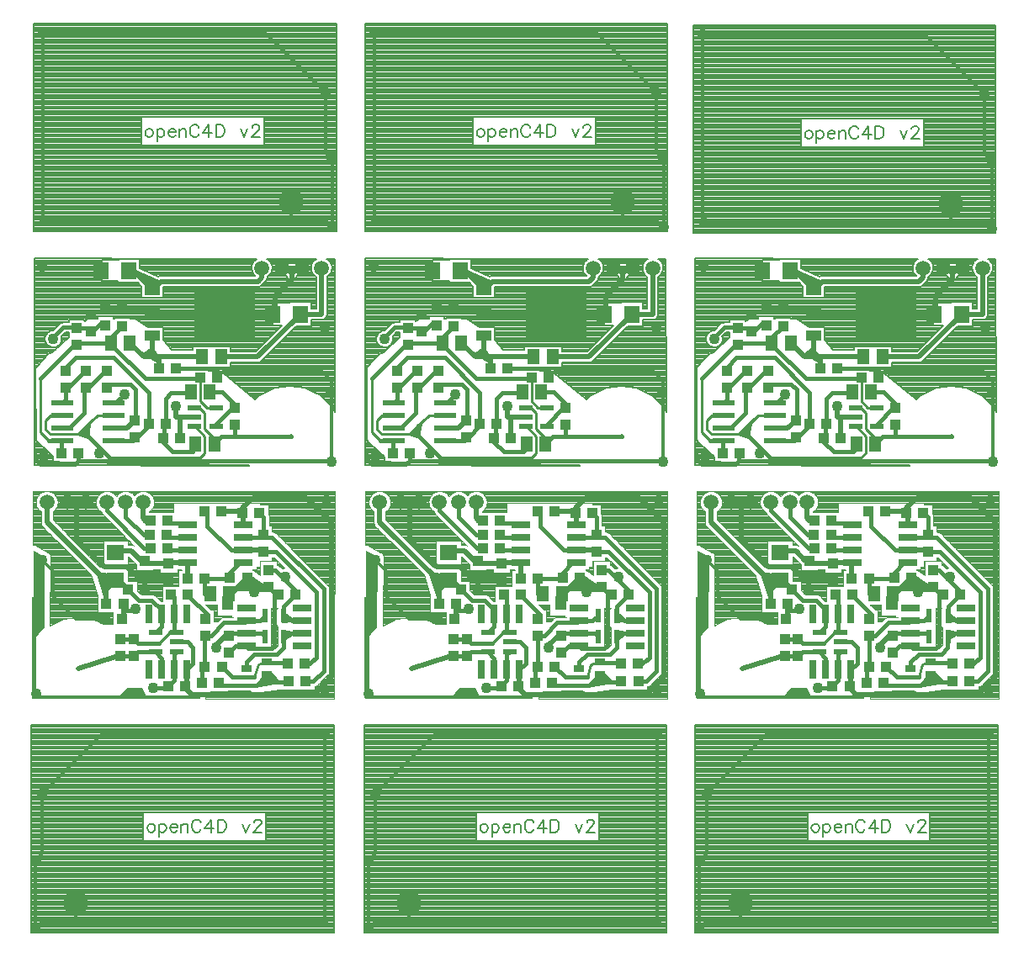
<source format=gbr>
G04 DipTrace 1.50*
%INtop.gbr*%
%MOIN*%
%ADD10C,0.0098*%
%ADD11C,0.0055*%
%ADD12C,0.003*%
%ADD13C,0.0118*%
%ADD14C,0.016*%
%ADD15C,0.0197*%
%ADD16C,0.0157*%
%ADD17C,0.008*%
%ADD18C,0.0039*%
%ADD19C,0.0591*%
%ADD20R,0.0413X0.0315*%
%ADD21R,0.0394X0.0433*%
%ADD22R,0.063X0.0709*%
%ADD23R,0.0433X0.0394*%
%ADD24R,0.0512X0.0591*%
%ADD25R,0.0748X0.0256*%
%ADD26R,0.0571X0.0197*%
%ADD27R,0.0197X0.0571*%
%ADD28R,0.0256X0.0748*%
%ADD29C,0.043*%
%ADD30C,0.0984*%
%ADD31R,0.0709X0.063*%
%ADD32C,0.0433*%
%ADD33R,0.0866X0.0236*%
%ADD34R,0.063X0.0394*%
%ADD35R,0.2441X0.2126*%
%ADD36C,0.0315*%
%ADD37C,0.015*%
%ADD38C,0.0276*%
%ADD39C,0.0787*%
%ADD40R,0.252X0.2205*%
%ADD41R,0.2362X0.2047*%
%ADD42R,0.0709X0.0472*%
%ADD43R,0.0551X0.0315*%
%ADD44R,0.0945X0.0315*%
%ADD45R,0.0787X0.0157*%
%ADD46C,0.0512*%
%ADD47C,0.0354*%
%ADD48R,0.0787X0.0709*%
%ADD49R,0.063X0.0551*%
%ADD50C,0.1063*%
%ADD51C,0.0906*%
%ADD52C,0.0509*%
%ADD53C,0.0351*%
%ADD54R,0.0335X0.0827*%
%ADD55R,0.0177X0.0669*%
%ADD56R,0.0276X0.065*%
%ADD57R,0.0118X0.0492*%
%ADD58R,0.065X0.0276*%
%ADD59R,0.0492X0.0118*%
%ADD60R,0.0827X0.0335*%
%ADD61R,0.0669X0.0177*%
%ADD62R,0.0591X0.0669*%
%ADD63R,0.0433X0.0512*%
%ADD64R,0.0512X0.0472*%
%ADD65R,0.0354X0.0315*%
%ADD66R,0.0709X0.0787*%
%ADD67R,0.0551X0.063*%
%ADD68R,0.0472X0.0512*%
%ADD69R,0.0315X0.0354*%
%ADD70R,0.0492X0.0394*%
%ADD71R,0.0335X0.0236*%
%ADD72C,0.0669*%
%ADD73C,0.0077*%
%FSLAX44Y44*%
%SFA1B1*%
%OFA0B0*%
G04*
G70*
G90*
G75*
G01*
%LNTop*%
%LPD*%
X16519Y32440D2*
D13*
Y35136D1*
X16496Y35159D1*
X16246Y37786D2*
Y35410D1*
X16496Y35159D1*
X5059Y40159D2*
X13872D1*
X16246Y37786D1*
X5059Y40159D2*
Y32738D1*
X5121Y32676D1*
X16283D1*
X16519Y32440D1*
X14908Y33439D2*
Y32676D1*
X16283D1*
X4759Y4636D2*
Y7333D1*
X4782Y7356D1*
X5033Y9983D2*
Y7607D1*
X4782Y7356D1*
X16220Y12356D2*
X7406D1*
X5033Y9983D1*
X16220Y12356D2*
Y4935D1*
X16157Y4873D1*
X4996D1*
X4759Y4636D1*
X6371Y5636D2*
Y4873D1*
X4996D1*
X13119Y16846D2*
D14*
X13647D1*
X13862Y17061D1*
X11367Y14391D2*
Y15031D1*
X11477D1*
Y16256D1*
X11482D2*
X11727D1*
X12242Y16771D1*
X13044D1*
X13119Y16846D1*
X37564Y27304D2*
D15*
X35243D1*
X34688Y27859D1*
X35594Y28166D2*
Y27304D1*
X35243D1*
X35849Y26835D2*
Y27241D1*
X35787Y27304D1*
X35243D1*
X41069Y24153D2*
D14*
X38330D1*
X38349Y14391D2*
Y14291D1*
X39824D1*
X40238Y14705D1*
X40393D1*
X40689Y14409D1*
X41058D1*
X41100Y14451D1*
X38459Y15031D2*
X38884Y14606D1*
X39744D1*
D10*
X39901Y15118D1*
X40238Y15217D1*
D14*
Y15191D1*
X40936D1*
X41080Y15141D1*
X37779Y18531D2*
X38790D1*
Y18551D1*
X37990Y17910D2*
X37779D1*
Y18531D1*
X39317Y19135D2*
D10*
X39159D1*
D14*
X38790Y18766D1*
Y18551D1*
X37112Y19135D2*
D15*
X36354D1*
Y19115D1*
X35514D1*
X35414Y19215D1*
X35270D1*
X34879Y19606D1*
X34309D1*
X34254Y19552D1*
X37110Y18531D2*
Y19135D1*
X37112Y19635D2*
D14*
X36394D1*
X36299Y19731D1*
X37112Y20135D2*
X36279D1*
Y20251D1*
X37112Y20635D2*
X37354D1*
Y20696D1*
X37340Y20710D1*
X36299D1*
Y20810D1*
X9297Y20251D2*
X9047D1*
X8339Y20958D1*
Y21549D1*
X11482Y16925D2*
X11582D1*
Y17091D1*
X10806Y17866D1*
Y17891D1*
X10247Y14908D2*
Y15520D1*
X10357Y15631D1*
X13119Y16346D2*
X13732D1*
X13862Y16215D1*
X13119Y16346D2*
X12422D1*
Y16243D1*
X10247Y14908D2*
Y14468D1*
X10029Y14251D1*
X11922Y15791D2*
D15*
Y15870D1*
X12295Y16243D1*
X12422D1*
X9442Y14171D2*
D14*
X10029D1*
Y14251D1*
X8246Y17531D2*
D15*
Y16970D1*
X8186Y16910D1*
X8727Y17303D2*
D14*
Y17263D1*
X8246D1*
D15*
Y16970D1*
X9317Y19731D2*
D14*
X9074D1*
X7589Y21216D1*
Y21549D1*
X6946Y28311D2*
X7040D1*
X7335Y28607D1*
X7536D1*
Y28567D1*
X6394Y28449D2*
X6808D1*
X6946Y28311D1*
X5827Y24984D2*
D10*
X5717Y24969D1*
X5357D1*
X5177Y24788D1*
Y24431D1*
X5371Y24237D1*
X6473D1*
X7220Y24984D1*
X7874D1*
X6473Y24237D2*
X6817Y24580D1*
D14*
Y24169D1*
X7717Y23269D1*
X11253D1*
D10*
X11473Y23489D1*
Y24158D1*
X11096Y24535D1*
X11065D1*
X5469Y28016D2*
D14*
Y28075D1*
X5863Y28469D1*
X6374D1*
X6394Y28449D1*
X7280Y23469D2*
D10*
Y23705D1*
D14*
X6817Y24169D1*
X7536Y29237D2*
X7595D1*
X7615Y29257D1*
X8146D1*
X8205Y29197D1*
D15*
X9407D1*
Y29066D1*
X12261D1*
Y28981D1*
X14170Y29000D2*
X12280D1*
D10*
X12261Y28981D1*
X14525Y30831D2*
D15*
X15312D1*
X11965Y26484D2*
D14*
Y26855D1*
X10331D1*
Y26835D1*
X7874Y25484D2*
X7937D1*
X8284Y25831D1*
X10485Y24084D2*
D15*
Y24882D1*
X10512Y24909D1*
X11065D1*
X10332Y25339D2*
Y24909D1*
X10512D1*
X14170Y29000D2*
X14249D1*
Y29709D1*
X14918Y30379D1*
Y30831D1*
X15312D1*
X5095Y23390D2*
D10*
X4785D1*
X4761Y23415D1*
D14*
Y23253D1*
X4977Y23036D1*
X6316D1*
X6454Y23174D1*
Y23474D1*
X6475D1*
X6454Y23174D2*
D16*
X16473D1*
X16493Y23154D1*
D13*
Y26351D1*
X16095Y26749D1*
X12230D1*
X11965Y26484D1*
X7753Y27859D2*
D14*
Y28075D1*
X8205Y28528D1*
X6394Y27780D2*
Y27859D1*
X7753D1*
X5806Y23474D2*
Y23963D1*
X5827Y23984D1*
X6394Y27780D2*
X6296D1*
X4977Y26461D1*
D10*
Y24309D1*
X5302Y23984D1*
D14*
X5827D1*
X11296Y26484D2*
Y26442D1*
X9111D1*
X7753Y27800D1*
Y27859D1*
X11296Y26484D2*
D10*
Y25536D1*
X11549Y25283D1*
X11911D1*
X8477Y30709D2*
D15*
X8663D1*
X9407Y29965D1*
X13737Y30831D2*
Y30457D1*
X13580Y30300D1*
X9741D1*
X9407Y29965D1*
X16099Y30831D2*
Y29000D1*
X15272D1*
X12124Y27304D2*
X13576D1*
X15272Y29000D1*
X14002Y18855D2*
D14*
X14261D1*
X15124Y17992D1*
X15026Y17834D1*
X15068Y17871D1*
X15324Y16846D2*
X14912D1*
X14696Y17061D1*
X14610D1*
Y17413D1*
X15068Y17871D1*
X14672Y18582D2*
D10*
Y18444D1*
D14*
X14261Y18855D1*
X9747Y17113D2*
Y16615D1*
X9511Y16379D1*
X7942Y18449D2*
D15*
Y18551D1*
X7965D1*
X8425Y18091D1*
X9747Y17113D2*
D14*
Y17287D1*
X9376Y17657D1*
X8859D1*
X8425Y18091D1*
X7577Y17531D2*
D15*
Y18085D1*
X7942Y18449D1*
X7577Y17531D2*
D10*
D3*
D15*
Y18085D1*
X5214Y21549D2*
X5218D1*
Y20750D1*
X7730Y18238D1*
X7577Y18085D1*
X9246Y24654D2*
D14*
Y24588D1*
X8787Y24129D1*
X8700D1*
X7874Y23984D2*
X8639D1*
Y24067D1*
X8700Y24129D1*
X5977Y26748D2*
Y26890D1*
X6355Y27268D1*
X7871D1*
X9246Y25894D1*
Y24654D1*
X9915D2*
Y25665D1*
X10140Y25890D1*
X10903D1*
X10926Y25914D1*
X9816Y24084D2*
X9859D1*
Y24598D1*
X9915Y24654D1*
X11096Y23864D2*
X11158D1*
X10978Y23548D1*
X10193D1*
X9816Y23926D1*
Y24084D1*
X11674Y25914D2*
X12159D1*
X12694Y25379D1*
Y25278D1*
X12650D1*
X11911Y24535D2*
D10*
X11926D1*
Y24656D1*
D14*
X12548Y25278D1*
D10*
X12650D1*
X5977Y26079D2*
D14*
X6048D1*
X6717Y26748D1*
X6777D1*
X5977Y26079D2*
Y25633D1*
X5827Y25484D1*
X7874Y24484D2*
D15*
X8386D1*
X8700Y24798D1*
X7597Y26079D2*
D14*
Y26225D1*
X8521D1*
X8737Y26009D1*
Y24835D1*
X8700Y24798D1*
X5827Y24484D2*
X6092D1*
X6697Y25088D1*
Y25999D1*
X6777Y26079D1*
X6848D1*
X7517Y26748D1*
X7597D1*
X11065Y25283D2*
D10*
X11274D1*
X11473Y25083D1*
Y24434D1*
X11965Y23942D1*
X11922D1*
X11844Y23864D1*
X12650Y24609D2*
D14*
Y24158D1*
X12139D1*
X11922Y23942D1*
X11376Y27304D2*
D15*
X9056D1*
X8501Y27859D1*
X9407Y28166D2*
Y27304D1*
X9056D1*
X9662Y26835D2*
Y27241D1*
X9600Y27304D1*
X9056D1*
X14882Y24153D2*
D14*
X12143D1*
X12036Y14391D2*
Y14291D1*
X13512D1*
X13925Y14705D1*
X14081D1*
X14376Y14409D1*
X14746D1*
X14787Y14451D1*
X13004Y19635D2*
D15*
X13752D1*
X13802Y19586D1*
X13004Y19635D2*
D14*
X12517D1*
X11562Y20591D1*
Y21168D1*
X11457D1*
X15436Y15141D2*
X15620D1*
X15794Y15314D1*
Y15275D1*
X15892Y15373D1*
Y17980D1*
X14286Y19586D1*
X13802D1*
X12146Y15031D2*
X12571Y14606D1*
X13431D1*
D10*
X13589Y15118D1*
X13925Y15217D1*
D14*
Y15191D1*
X14624D1*
X14767Y15141D1*
X11466Y18531D2*
X12477D1*
Y18551D1*
X11678Y17910D2*
X11466D1*
Y18531D1*
X13004Y19135D2*
D10*
X12847D1*
D14*
X12477Y18766D1*
Y18551D1*
X10799Y19135D2*
D15*
X10042D1*
Y19115D1*
X9202D1*
X9102Y19215D1*
X8957D1*
X8567Y19606D1*
X7996D1*
X7942Y19552D1*
X10797Y18531D2*
Y19135D1*
X10799Y19635D2*
D14*
X10082D1*
X9986Y19731D1*
X10799Y20135D2*
X9966D1*
Y20251D1*
X10799Y20635D2*
X11042D1*
Y20696D1*
X11027Y20710D1*
X9986D1*
Y20810D1*
X29644Y32440D2*
D13*
Y35136D1*
X29621Y35159D1*
X29371Y37786D2*
Y35410D1*
X29621Y35159D1*
X18184Y40159D2*
X26997D1*
X29371Y37786D1*
X18184Y40159D2*
Y32738D1*
X18246Y32676D1*
X29408D1*
X29644Y32440D1*
X28033Y33439D2*
Y32676D1*
X29408D1*
X17947Y4636D2*
Y7333D1*
X17970Y7356D1*
X18220Y9983D2*
Y7607D1*
X17970Y7356D1*
X29407Y12356D2*
X20594D1*
X18220Y9983D1*
X29407Y12356D2*
Y4935D1*
X29345Y4873D1*
X18183D1*
X17947Y4636D1*
X19558Y5636D2*
Y4873D1*
X18183D1*
X27189Y18855D2*
D14*
X27448D1*
X28312Y17992D1*
X28213Y17834D1*
X28256Y17871D1*
X28512Y16846D2*
X28099D1*
X27884Y17061D1*
X27798D1*
Y17413D1*
X28256Y17871D1*
X27859Y18582D2*
D10*
Y18444D1*
D14*
X27448Y18855D1*
X22934Y17113D2*
Y16615D1*
X22698Y16379D1*
X21129Y18449D2*
D15*
Y18551D1*
X21153D1*
X21613Y18091D1*
X22934Y17113D2*
D14*
Y17287D1*
X22564Y17657D1*
X22047D1*
X21613Y18091D1*
X20765Y17531D2*
D15*
Y18085D1*
X21129Y18449D1*
X20765Y17531D2*
D10*
D3*
D15*
Y18085D1*
X18401Y21549D2*
X18406D1*
Y20750D1*
X20918Y18238D1*
X20765Y18085D1*
X15324Y16346D2*
D14*
X14741D1*
X14610Y16215D1*
X13118Y14961D2*
Y15218D1*
X13431Y15531D1*
X14337D1*
X14593Y15787D1*
Y16197D1*
X14610Y16215D1*
X26192Y19635D2*
D15*
X26940D1*
X26989Y19586D1*
X26192Y19635D2*
D14*
X25705D1*
X24749Y20591D1*
Y21168D1*
X24645D1*
X28624Y15141D2*
X28807D1*
X28981Y15314D1*
Y15275D1*
X29080Y15373D1*
Y17980D1*
X27474Y19586D1*
X26989D1*
X28512Y16346D2*
X27929D1*
X27798Y16215D1*
X26306Y14961D2*
Y15218D1*
X26619Y15531D1*
X27524D1*
X27780Y15787D1*
Y16197D1*
X27798Y16215D1*
X26192Y20135D2*
X26869D1*
X26989Y20255D1*
Y20955D1*
X26814Y21131D1*
X28644Y14451D2*
X28964D1*
X29375Y14862D1*
Y18105D1*
X27329Y20151D1*
X26989D1*
Y20255D1*
X23545Y16005D2*
X23975D1*
X24189Y15791D1*
Y15163D1*
X23934Y14908D1*
X23886Y14251D2*
D15*
X23934D1*
Y14908D1*
X22282Y18091D2*
Y18539D1*
D10*
X22289Y18546D1*
D15*
X23129D1*
X23229Y18446D1*
X22282Y18091D2*
D10*
Y18539D1*
X22289Y18546D1*
X19214Y21549D2*
X19964D1*
X26307Y15846D2*
D14*
X25881D1*
X25609Y15574D1*
X27424Y16215D2*
Y15883D1*
X27308Y15767D1*
X26386D1*
X26307Y15846D1*
X27424Y16215D2*
Y17951D1*
X27189Y18186D1*
D10*
X26699D1*
D15*
X26334Y18551D1*
X25613Y17910D2*
X25709D1*
X26269Y18471D1*
Y18551D1*
X26334D1*
X27586Y17871D2*
D10*
X27505D1*
X27189Y18186D1*
X22289Y18546D2*
D15*
X22034D1*
X21589Y18991D1*
X20669D1*
X19594Y20066D1*
Y21549D1*
X19214D1*
X25314Y21168D2*
X26107D1*
X26145Y21131D1*
X26192Y20635D2*
Y21084D1*
D10*
X26145Y21131D1*
X26599Y17992D2*
Y18285D1*
X26699Y18186D1*
X26145Y21131D2*
D15*
Y21306D1*
X26569Y21731D1*
X28689D1*
X29670Y20750D1*
Y14606D1*
X28975Y13910D1*
X24145D1*
X23886Y14170D1*
Y14251D1*
X29469Y21623D2*
D13*
Y21576D1*
X29157Y21263D1*
D15*
X28689Y21731D1*
X20705Y16910D2*
D13*
X19557D1*
X18656Y17812D1*
Y18811D1*
X18219Y19248D1*
X22214Y21549D2*
D15*
Y20906D1*
X22329Y20791D1*
X22485D1*
X22505Y20810D1*
X22698Y15631D2*
D14*
X22026D1*
X21849Y15454D1*
X22934Y14908D2*
Y15366D1*
X22698Y15602D1*
Y15631D1*
X21849Y15454D2*
X21329D1*
X19650Y14940D2*
D15*
X21127Y15433D1*
X21329Y15446D1*
X23434Y17113D2*
D14*
Y16490D1*
D10*
X23545Y16379D1*
X23434Y17113D2*
D14*
Y17781D1*
X23325Y17891D1*
X21329Y16115D2*
X21849D1*
X23545Y16379D2*
X23298D1*
D10*
X22863Y15944D1*
D14*
X22028D1*
X21849Y16123D1*
X26307Y16846D2*
X26834D1*
X27050Y17061D1*
X24555Y14391D2*
Y15031D1*
X24665D1*
Y16256D1*
X24669D2*
X24915D1*
X25429Y16771D1*
X26232D1*
X26307Y16846D1*
X22485Y20251D2*
X22234D1*
X21527Y20958D1*
Y21549D1*
X24669Y16925D2*
X24769D1*
Y17091D1*
X23994Y17866D1*
Y17891D1*
X13004Y20135D2*
X13682D1*
X13802Y20255D1*
Y20955D1*
X13627Y21131D1*
X15456Y14451D2*
X15776D1*
X16187Y14862D1*
Y18105D1*
X14142Y20151D1*
X13802D1*
Y20255D1*
X23434Y14908D2*
Y15520D1*
X23545Y15631D1*
X26307Y16346D2*
X26919D1*
X27050Y16215D1*
X26307Y16346D2*
X25609D1*
Y16243D1*
X23434Y14908D2*
Y14468D1*
X23216Y14251D1*
X25109Y15791D2*
D15*
Y15870D1*
X25482Y16243D1*
X25609D1*
X22629Y14171D2*
D14*
X23216D1*
Y14251D1*
X21434Y17531D2*
D15*
Y16970D1*
X21374Y16910D1*
X21914Y17303D2*
D14*
Y17263D1*
X21434D1*
D15*
Y16970D1*
X22505Y19731D2*
D14*
X22262D1*
X20776Y21216D1*
Y21549D1*
X20070Y28311D2*
X20165D1*
X20460Y28607D1*
X20661D1*
Y28567D1*
X19519Y28449D2*
X19933D1*
X20070Y28311D1*
X18952Y24984D2*
D10*
X18842Y24969D1*
X18482D1*
X18302Y24788D1*
Y24431D1*
X18496Y24237D1*
X19598D1*
X20345Y24984D1*
X20999D1*
X19598Y24237D2*
X19942Y24580D1*
D14*
Y24169D1*
X20842Y23269D1*
X24378D1*
D10*
X24598Y23489D1*
Y24158D1*
X24221Y24535D1*
X24190D1*
X18594Y28016D2*
D14*
Y28075D1*
X18988Y28469D1*
X19499D1*
X19519Y28449D1*
X20405Y23469D2*
D10*
Y23705D1*
D14*
X19942Y24169D1*
X20661Y29237D2*
X20720D1*
X20740Y29257D1*
X21271D1*
X21330Y29197D1*
D15*
X22531D1*
Y29066D1*
X25386D1*
Y28981D1*
X27295Y29000D2*
X25405D1*
D10*
X25386Y28981D1*
X27649Y30831D2*
D15*
X28437D1*
X25090Y26484D2*
D14*
Y26855D1*
X23456D1*
Y26835D1*
X20999Y25484D2*
X21062D1*
X21409Y25831D1*
X23610Y24084D2*
D15*
Y24882D1*
X23637Y24909D1*
X24190D1*
X23457Y25339D2*
Y24909D1*
X23637D1*
X27295Y29000D2*
X27374D1*
Y29709D1*
X28043Y30379D1*
Y30831D1*
X28437D1*
X18220Y23390D2*
D10*
X17910D1*
X17886Y23415D1*
D14*
Y23253D1*
X18102Y23036D1*
X19441D1*
X19579Y23174D1*
Y23474D1*
X19600D1*
X19579Y23174D2*
D16*
X29598D1*
X29618Y23154D1*
D13*
Y26351D1*
X29220Y26749D1*
X25355D1*
X25090Y26484D1*
X20878Y27859D2*
D14*
Y28075D1*
X21330Y28528D1*
X19519Y27780D2*
Y27859D1*
X20878D1*
X18931Y23474D2*
Y23963D1*
X18952Y23984D1*
X19519Y27780D2*
X19421D1*
X18102Y26461D1*
D10*
Y24309D1*
X18427Y23984D1*
D14*
X18952D1*
X24421Y26484D2*
Y26442D1*
X22236D1*
X20878Y27800D1*
Y27859D1*
X24421Y26484D2*
D10*
Y25536D1*
X24674Y25283D1*
X25036D1*
X21602Y30709D2*
D15*
X21788D1*
X22531Y29965D1*
X26862Y30831D2*
Y30457D1*
X26705Y30300D1*
X22866D1*
X22531Y29965D1*
X29224Y30831D2*
Y29000D1*
X28397D1*
X25249Y27304D2*
X26701D1*
X28397Y29000D1*
X22371Y24654D2*
D14*
Y24588D1*
X21912Y24129D1*
X21825D1*
X20999Y23984D2*
X21764D1*
Y24067D1*
X21825Y24129D1*
X19102Y26748D2*
Y26890D1*
X19480Y27268D1*
X20996D1*
X22371Y25894D1*
Y24654D1*
X23040D2*
Y25665D1*
X23265Y25890D1*
X24028D1*
X24051Y25914D1*
X22941Y24084D2*
X22984D1*
Y24598D1*
X23040Y24654D1*
X24221Y23864D2*
X24283D1*
X24103Y23548D1*
X23318D1*
X22941Y23926D1*
Y24084D1*
X24799Y25914D2*
X25284D1*
X25819Y25379D1*
Y25278D1*
X25775D1*
X25036Y24535D2*
D10*
X25051D1*
Y24656D1*
D14*
X25673Y25278D1*
D10*
X25775D1*
X10357Y16005D2*
D14*
X10787D1*
X11002Y15791D1*
Y15163D1*
X10747Y14908D1*
X10698Y14251D2*
D15*
X10747D1*
Y14908D1*
X9095Y18091D2*
Y18539D1*
D10*
X9102Y18546D1*
D15*
X9942D1*
X10042Y18446D1*
X9095Y18091D2*
D10*
Y18539D1*
X9102Y18546D1*
X6026Y21549D2*
X6776D1*
X13119Y15846D2*
D14*
X12693D1*
X12422Y15574D1*
X14236Y16215D2*
Y15883D1*
X14120Y15767D1*
X13198D1*
X13119Y15846D1*
X14236Y16215D2*
Y17951D1*
X14002Y18186D1*
D10*
X13511D1*
D15*
X13146Y18551D1*
X12426Y17910D2*
X12522D1*
X13082Y18471D1*
Y18551D1*
X13146D1*
X14399Y17871D2*
D10*
X14317D1*
X14002Y18186D1*
X9102Y18546D2*
D15*
X8846D1*
X8402Y18991D1*
X7482D1*
X6406Y20066D1*
Y21549D1*
X6026D1*
X12127Y21168D2*
X12920D1*
X12957Y21131D1*
X13004Y20635D2*
Y21084D1*
D10*
X12957Y21131D1*
X13412Y17992D2*
Y18285D1*
X13511Y18186D1*
X12957Y21131D2*
D15*
Y21306D1*
X13382Y21731D1*
X15502D1*
X16483Y20750D1*
Y14606D1*
X15787Y13910D1*
X10957D1*
X10698Y14170D1*
Y14251D1*
X16282Y21623D2*
D13*
Y21576D1*
X15969Y21263D1*
D15*
X15502Y21731D1*
X7517Y16910D2*
D13*
X6370D1*
X5468Y17812D1*
Y18811D1*
X5032Y19248D1*
X19102Y26079D2*
D14*
X19172D1*
X19842Y26748D1*
X19902D1*
X19102Y26079D2*
Y25633D1*
X18952Y25484D1*
X20999Y24484D2*
D15*
X21511D1*
X21825Y24798D1*
X20722Y26079D2*
D14*
Y26225D1*
X21646D1*
X21862Y26009D1*
Y24835D1*
X21825Y24798D1*
X18952Y24484D2*
X19217D1*
X19822Y25088D1*
Y25999D1*
X19902Y26079D1*
X19972D1*
X20642Y26748D1*
X20722D1*
X24190Y25283D2*
D10*
X24399D1*
X24598Y25083D1*
Y24434D1*
X25090Y23942D1*
X25047D1*
X24969Y23864D1*
X25775Y24609D2*
D14*
Y24158D1*
X25264D1*
X25047Y23942D1*
X24501Y27304D2*
D15*
X22181D1*
X21626Y27859D1*
X22531Y28166D2*
Y27304D1*
X22181D1*
X22787Y26835D2*
Y27241D1*
X22725Y27304D1*
X22181D1*
X28007Y24153D2*
D14*
X25268D1*
X25224Y14391D2*
Y14291D1*
X26699D1*
X27113Y14705D1*
X27268D1*
X27564Y14409D1*
X27933D1*
X27975Y14451D1*
X25334Y15031D2*
X25759Y14606D1*
X26619D1*
D10*
X26776Y15118D1*
X27113Y15217D1*
D14*
Y15191D1*
X27811D1*
X27955Y15141D1*
X24654Y18531D2*
X25665D1*
Y18551D1*
X24865Y17910D2*
X24654D1*
Y18531D1*
X26192Y19135D2*
D10*
X26034D1*
D14*
X25665Y18766D1*
Y18551D1*
X23987Y19135D2*
D15*
X23229D1*
Y19115D1*
X22389D1*
X22289Y19215D1*
X22145D1*
X21754Y19606D1*
X21183D1*
X21129Y19552D1*
X23985Y18531D2*
Y19135D1*
X9026Y21549D2*
Y20906D1*
X9142Y20791D1*
X9297D1*
X9317Y20810D1*
X23987Y19635D2*
D14*
X23269D1*
X23174Y19731D1*
X23987Y20135D2*
X23154D1*
Y20251D1*
X23987Y20635D2*
X24229D1*
Y20696D1*
X24215Y20710D1*
X23174D1*
Y20810D1*
X42644Y32377D2*
D13*
Y35074D1*
X42621Y35097D1*
X42371Y37723D2*
Y35347D1*
X42621Y35097D1*
X31184Y40097D2*
X39997D1*
X42371Y37723D1*
X31184Y40097D2*
Y32676D1*
X31246Y32613D1*
X42408D1*
X42644Y32377D1*
X41033Y33376D2*
Y32613D1*
X42408D1*
X31072Y4636D2*
Y7333D1*
X31094Y7356D1*
X31345Y9983D2*
Y7607D1*
X31094Y7356D1*
X42532Y12356D2*
X33719D1*
X31345Y9983D1*
X42532Y12356D2*
Y4935D1*
X42470Y4873D1*
X31308D1*
X31072Y4636D1*
X32683Y5636D2*
Y4873D1*
X31308D1*
X40314Y18855D2*
D14*
X40573D1*
X41437Y17992D1*
X41338Y17834D1*
X41381Y17871D1*
X41637Y16846D2*
X41224D1*
X41009Y17061D1*
X40923D1*
Y17413D1*
X41381Y17871D1*
X40984Y18582D2*
D10*
Y18444D1*
D14*
X40573Y18855D1*
X36059Y17113D2*
Y16615D1*
X35823Y16379D1*
X34254Y18449D2*
D15*
Y18551D1*
X34278D1*
X34738Y18091D1*
X36059Y17113D2*
D14*
Y17287D1*
X35689Y17657D1*
X35172D1*
X34738Y18091D1*
X33890Y17531D2*
D15*
Y18085D1*
X34254Y18449D1*
X33890Y17531D2*
D10*
D3*
D15*
Y18085D1*
X31526Y21549D2*
X31531D1*
Y20750D1*
X34043Y18238D1*
X33890Y18085D1*
X39317Y19635D2*
X40065D1*
X40114Y19586D1*
X39317Y19635D2*
D14*
X38830D1*
X37874Y20591D1*
Y21168D1*
X37770D1*
X41749Y15141D2*
X41932D1*
X42106Y15314D1*
Y15275D1*
X42205Y15373D1*
Y17980D1*
X40599Y19586D1*
X40114D1*
X41637Y16346D2*
X41054D1*
X40923Y16215D1*
X39431Y14961D2*
Y15218D1*
X39744Y15531D1*
X40649D1*
X40905Y15787D1*
Y16197D1*
X40923Y16215D1*
X39317Y20135D2*
X39994D1*
X40114Y20255D1*
Y20955D1*
X39939Y21131D1*
X41769Y14451D2*
X42089D1*
X42500Y14862D1*
Y18105D1*
X40454Y20151D1*
X40114D1*
Y20255D1*
X36670Y16005D2*
X37100D1*
X37314Y15791D1*
Y15163D1*
X37059Y14908D1*
X37011Y14251D2*
D15*
X37059D1*
Y14908D1*
X35407Y18091D2*
Y18539D1*
D10*
X35414Y18546D1*
D15*
X36254D1*
X36354Y18446D1*
X35407Y18091D2*
D10*
Y18539D1*
X35414Y18546D1*
X32339Y21549D2*
X33089D1*
X39432Y15846D2*
D14*
X39006D1*
X38734Y15574D1*
X40549Y16215D2*
Y15883D1*
X40433Y15767D1*
X39511D1*
X39432Y15846D1*
X40549Y16215D2*
Y17951D1*
X40314Y18186D1*
D10*
X39824D1*
D15*
X39459Y18551D1*
X38738Y17910D2*
X38834D1*
X39394Y18471D1*
Y18551D1*
X39459D1*
X40711Y17871D2*
D10*
X40630D1*
X40314Y18186D1*
X35414Y18546D2*
D15*
X35159D1*
X34714Y18991D1*
X33794D1*
X32719Y20066D1*
Y21549D1*
X32339D1*
X38439Y21168D2*
X39232D1*
X39270Y21131D1*
X39317Y20635D2*
Y21084D1*
D10*
X39270Y21131D1*
X39724Y17992D2*
Y18285D1*
X39824Y18186D1*
X39270Y21131D2*
D15*
Y21306D1*
X39694Y21731D1*
X41814D1*
X42795Y20750D1*
Y14606D1*
X42100Y13910D1*
X37270D1*
X37011Y14170D1*
Y14251D1*
X42594Y21623D2*
D13*
Y21576D1*
X42281Y21263D1*
D15*
X41814Y21731D1*
X33830Y16910D2*
D13*
X32682D1*
X31781Y17812D1*
Y18811D1*
X31344Y19248D1*
X9511Y15631D2*
D14*
X8839D1*
X8662Y15454D1*
X9747Y14908D2*
Y15366D1*
X9511Y15602D1*
Y15631D1*
X8662Y15454D2*
X8142D1*
X6463Y14940D2*
D15*
X7939Y15433D1*
X8142Y15446D1*
X35339Y21549D2*
Y20906D1*
X35454Y20791D1*
X35610D1*
X35630Y20810D1*
X35823Y15631D2*
D14*
X35151D1*
X34974Y15454D1*
X36059Y14908D2*
Y15366D1*
X35823Y15602D1*
Y15631D1*
X34974Y15454D2*
X34454D1*
X32775Y14940D2*
D15*
X34252Y15433D1*
X34454Y15446D1*
X36559Y17113D2*
D14*
Y16490D1*
D10*
X36670Y16379D1*
X36559Y17113D2*
D14*
Y17781D1*
X36450Y17891D1*
X34454Y16115D2*
X34974D1*
X36670Y16379D2*
X36423D1*
D10*
X35988Y15944D1*
D14*
X35154D1*
X34974Y16123D1*
X39432Y16846D2*
X39959D1*
X40175Y17061D1*
X37680Y14391D2*
Y15031D1*
X37790D1*
Y16256D1*
X37794D2*
X38040D1*
X38554Y16771D1*
X39357D1*
X39432Y16846D1*
X35610Y20251D2*
X35359D1*
X34651Y20958D1*
Y21549D1*
X37794Y16925D2*
X37894D1*
Y17091D1*
X37119Y17866D1*
Y17891D1*
X36559Y14908D2*
Y15520D1*
X36670Y15631D1*
X39432Y16346D2*
X40044D1*
X40175Y16215D1*
X39432Y16346D2*
X38734D1*
Y16243D1*
X36559Y14908D2*
Y14468D1*
X36341Y14251D1*
X38234Y15791D2*
D15*
Y15870D1*
X38607Y16243D1*
X38734D1*
X35754Y14171D2*
D14*
X36341D1*
Y14251D1*
X34559Y17531D2*
D15*
Y16970D1*
X34499Y16910D1*
X35039Y17303D2*
D14*
Y17263D1*
X34559D1*
D15*
Y16970D1*
X35630Y19731D2*
D14*
X35387D1*
X33901Y21216D1*
Y21549D1*
X33133Y28311D2*
X33227D1*
X33523Y28607D1*
X33724D1*
Y28567D1*
X32582Y28449D2*
X32995D1*
X33133Y28311D1*
X32014Y24984D2*
D10*
X31904Y24969D1*
X31544D1*
X31364Y24788D1*
Y24431D1*
X31558Y24237D1*
X32661D1*
X33408Y24984D1*
X34061D1*
X32661Y24237D2*
X33004Y24580D1*
D14*
Y24169D1*
X33905Y23269D1*
X37441D1*
D10*
X37661Y23489D1*
Y24158D1*
X37284Y24535D1*
X37252D1*
X31657Y28016D2*
D14*
Y28075D1*
X32051Y28469D1*
X32562D1*
X32582Y28449D1*
X33468Y23469D2*
D10*
Y23705D1*
D14*
X33004Y24169D1*
X33724Y29237D2*
X33783D1*
X33802Y29257D1*
X34333D1*
X34393Y29197D1*
D15*
X35594D1*
Y29066D1*
X38448D1*
Y28981D1*
X40357Y29000D2*
X38468D1*
D10*
X38448Y28981D1*
X40712Y30831D2*
D15*
X41499D1*
X38152Y26484D2*
D14*
Y26855D1*
X36519D1*
Y26835D1*
X34061Y25484D2*
X34124D1*
X34472Y25831D1*
X36673Y24084D2*
D15*
Y24882D1*
X36699Y24909D1*
X37252D1*
X36519Y25339D2*
Y24909D1*
X36699D1*
X40357Y29000D2*
X40436D1*
Y29709D1*
X41106Y30379D1*
Y30831D1*
X41499D1*
X31283Y23390D2*
D10*
X30973D1*
X30948Y23415D1*
D14*
Y23253D1*
X31165Y23036D1*
X32503D1*
X32641Y23174D1*
Y23474D1*
X32663D1*
X32641Y23174D2*
D16*
X42661D1*
X42680Y23154D1*
D13*
Y26351D1*
X42283Y26749D1*
X38418D1*
X38152Y26484D1*
X10247Y17113D2*
D14*
Y16490D1*
D10*
X10357Y16379D1*
X10247Y17113D2*
D14*
Y17781D1*
X10137Y17891D1*
X8142Y16115D2*
X8662D1*
X10357Y16379D2*
X10110D1*
D10*
X9676Y15944D1*
D14*
X8841D1*
X8662Y16123D1*
X33940Y27859D2*
Y28075D1*
X34393Y28528D1*
X32582Y27780D2*
Y27859D1*
X33940D1*
X31993Y23474D2*
Y23963D1*
X32014Y23984D1*
X32582Y27780D2*
X32483D1*
X31164Y26461D1*
D10*
Y24309D1*
X31489Y23984D1*
D14*
X32014D1*
X37483Y26484D2*
Y26442D1*
X35298D1*
X33940Y27800D1*
Y27859D1*
X37483Y26484D2*
D10*
Y25536D1*
X37737Y25283D1*
X38099D1*
X34664Y30709D2*
D15*
X34851D1*
X35594Y29965D1*
X39925Y30831D2*
Y30457D1*
X39767Y30300D1*
X35928D1*
X35594Y29965D1*
X42287Y30831D2*
Y29000D1*
X41460D1*
X38312Y27304D2*
X39763D1*
X41460Y29000D1*
X35433Y24654D2*
D14*
Y24588D1*
X34974Y24129D1*
X34888D1*
X34061Y23984D2*
X34826D1*
Y24067D1*
X34888Y24129D1*
X32164Y26748D2*
Y26890D1*
X32543Y27268D1*
X34059D1*
X35433Y25894D1*
Y24654D1*
X36103D2*
Y25665D1*
X36328Y25890D1*
X37091D1*
X37114Y25914D1*
X36003Y24084D2*
X36047D1*
Y24598D1*
X36103Y24654D1*
X37284Y23864D2*
X37346D1*
X37166Y23548D1*
X36381D1*
X36003Y23926D1*
Y24084D1*
X37862Y25914D2*
X38346D1*
X38881Y25379D1*
Y25278D1*
X38838D1*
X38099Y24535D2*
D10*
X38114D1*
Y24656D1*
D14*
X38736Y25278D1*
D10*
X38838D1*
X32164Y26079D2*
D14*
X32235D1*
X32904Y26748D1*
X32964D1*
X32164Y26079D2*
Y25633D1*
X32014Y25484D1*
X34061Y24484D2*
D15*
X34573D1*
X34888Y24798D1*
X33784Y26079D2*
D14*
Y26225D1*
X34708D1*
X34925Y26009D1*
Y24835D1*
X34888Y24798D1*
X32014Y24484D2*
X32280D1*
X32884Y25088D1*
Y25999D1*
X32964Y26079D1*
X33035D1*
X33704Y26748D1*
X33784D1*
X37252Y25283D2*
D10*
X37461D1*
X37661Y25083D1*
Y24434D1*
X38153Y23942D1*
X38110D1*
X38032Y23864D1*
X38838Y24609D2*
D14*
Y24158D1*
X38326D1*
X38110Y23942D1*
X4725Y31130D2*
D17*
X7371D1*
X8919D2*
X13443D1*
X14031D2*
X15805D1*
X16394D2*
X16609D1*
X4725Y31051D2*
X7371D1*
X8919D2*
X13378D1*
X14095D2*
X15741D1*
X16458D2*
X16609D1*
X4725Y30973D2*
X7371D1*
X8919D2*
X13341D1*
X14134D2*
X14451D1*
X15386D2*
X15702D1*
X16496D2*
X16609D1*
X4725Y30894D2*
X7371D1*
X8919D2*
X13320D1*
X14154D2*
X14417D1*
X15419D2*
X15682D1*
X16516D2*
X16610D1*
X4725Y30815D2*
X7371D1*
X8919D2*
X13316D1*
X14159D2*
X14445D1*
X15392D2*
X15677D1*
X16521D2*
X16610D1*
X4725Y30737D2*
X7371D1*
X9080D2*
X13326D1*
X14149D2*
X14510D1*
X14833D2*
X15004D1*
X15327D2*
X15689D1*
X16510D2*
X16610D1*
X4725Y30658D2*
X7371D1*
X9262D2*
X13353D1*
X14121D2*
X14575D1*
X14898D2*
X14939D1*
X15262D2*
X15715D1*
X16484D2*
X16610D1*
X4725Y30580D2*
X7371D1*
X9444D2*
X13401D1*
X14074D2*
X14640D1*
X15198D2*
X15762D1*
X16436D2*
X16610D1*
X4725Y30501D2*
X7371D1*
X13995D2*
X14705D1*
X15133D2*
X15841D1*
X16358D2*
X16610D1*
X4725Y30422D2*
X7371D1*
X13959D2*
X14769D1*
X15068D2*
X15875D1*
X16324D2*
X16611D1*
X4725Y30344D2*
X7371D1*
X9342D2*
X9378D1*
X13930D2*
X14838D1*
X14999D2*
X15875D1*
X16324D2*
X16611D1*
X4725Y30265D2*
X8035D1*
X13860D2*
X15875D1*
X16324D2*
X16611D1*
X4725Y30187D2*
X8870D1*
X13781D2*
X15875D1*
X16324D2*
X16611D1*
X4725Y30108D2*
X8949D1*
X13689D2*
X15875D1*
X16324D2*
X16611D1*
X4725Y30029D2*
X8965D1*
X9848D2*
X15875D1*
X16324D2*
X16611D1*
X4725Y29951D2*
X8965D1*
X9848D2*
X15875D1*
X16324D2*
X16611D1*
X4725Y29872D2*
X8965D1*
X9848D2*
X15875D1*
X16324D2*
X16613D1*
X4725Y29794D2*
X8965D1*
X9848D2*
X15875D1*
X16324D2*
X16613D1*
X4725Y29715D2*
X8965D1*
X9848D2*
X15875D1*
X16324D2*
X16613D1*
X4725Y29636D2*
X15875D1*
X16324D2*
X16613D1*
X4725Y29558D2*
X15875D1*
X16324D2*
X16613D1*
X4725Y29479D2*
X15875D1*
X16324D2*
X16613D1*
X4725Y29401D2*
X14148D1*
X15715D2*
X15875D1*
X16324D2*
X16613D1*
X4725Y29322D2*
X14148D1*
X15715D2*
X15875D1*
X16324D2*
X16614D1*
X4725Y29243D2*
X14148D1*
X15715D2*
X15875D1*
X16324D2*
X16614D1*
X4725Y29165D2*
X14148D1*
X16324D2*
X16614D1*
X4725Y29086D2*
X14148D1*
X16324D2*
X16614D1*
X4725Y29007D2*
X14148D1*
X16324D2*
X16614D1*
X4725Y28929D2*
X14148D1*
X16313D2*
X16614D1*
X4725Y28850D2*
X7213D1*
X8529D2*
X14148D1*
X16264D2*
X16615D1*
X4725Y28772D2*
X6072D1*
X6718D2*
X6764D1*
X8804D2*
X14148D1*
X15715D2*
X16615D1*
X4725Y28693D2*
X6071D1*
X8924D2*
X14148D1*
X15715D2*
X16615D1*
X4725Y28614D2*
X5720D1*
X9042D2*
X14148D1*
X15715D2*
X16615D1*
X4725Y28536D2*
X5641D1*
X9162D2*
X14494D1*
X15715D2*
X16615D1*
X4725Y28457D2*
X5562D1*
X9848D2*
X14415D1*
X15044D2*
X16615D1*
X4725Y28379D2*
X5484D1*
X9848D2*
X14336D1*
X14965D2*
X16615D1*
X4725Y28300D2*
X5286D1*
X9848D2*
X14257D1*
X14887D2*
X16616D1*
X4725Y28221D2*
X5198D1*
X5904D2*
X6071D1*
X9848D2*
X14179D1*
X14808D2*
X16616D1*
X4725Y28143D2*
X5153D1*
X5826D2*
X6071D1*
X9848D2*
X14100D1*
X14729D2*
X16616D1*
X4725Y28064D2*
X5131D1*
X5808D2*
X6036D1*
X9848D2*
X14022D1*
X14651D2*
X16616D1*
X4725Y27986D2*
X5129D1*
X5809D2*
X5954D1*
X9848D2*
X13943D1*
X14572D2*
X16616D1*
X4725Y27907D2*
X5146D1*
X5793D2*
X5875D1*
X9913D2*
X13864D1*
X14493D2*
X16616D1*
X4725Y27828D2*
X5186D1*
X5753D2*
X5793D1*
X9981D2*
X13785D1*
X14415D2*
X16617D1*
X4725Y27750D2*
X5261D1*
X5678D2*
X5712D1*
X10049D2*
X13707D1*
X14337D2*
X16617D1*
X4725Y27671D2*
X5631D1*
X10116D2*
X10992D1*
X12505D2*
X13628D1*
X14259D2*
X16617D1*
X4725Y27593D2*
X5550D1*
X12505D2*
X13549D1*
X14180D2*
X16617D1*
X4725Y27514D2*
X5470D1*
X14101D2*
X16617D1*
X4725Y27435D2*
X5270D1*
X14022D2*
X16617D1*
X4725Y27357D2*
X5196D1*
X13944D2*
X16617D1*
X4725Y27278D2*
X5124D1*
X13865D2*
X16617D1*
X4725Y27199D2*
X5052D1*
X13786D2*
X16617D1*
X4725Y27121D2*
X4979D1*
X13698D2*
X16617D1*
X4725Y27042D2*
X4907D1*
X12505D2*
X16617D1*
X4725Y26964D2*
X4834D1*
X12505D2*
X16617D1*
X4725Y26885D2*
X4767D1*
X11517D2*
X16617D1*
X4725Y26806D2*
X4753D1*
X11517D2*
X16617D1*
X4725Y26728D2*
X4753D1*
X11837D2*
X16617D1*
X4725Y26649D2*
X4754D1*
X12237D2*
X16617D1*
X4725Y26571D2*
X4754D1*
X12333D2*
X16617D1*
X4725Y26492D2*
X4756D1*
X12429D2*
X16617D1*
X4725Y26413D2*
X4756D1*
X12524D2*
X16617D1*
X4725Y26335D2*
X4757D1*
X12620D2*
X16617D1*
X4725Y26256D2*
X4757D1*
X12716D2*
X16617D1*
X4725Y26178D2*
X4757D1*
X12812D2*
X16617D1*
X4725Y26099D2*
X4758D1*
X12909D2*
X14402D1*
X15316D2*
X16617D1*
X4725Y26020D2*
X4758D1*
X13004D2*
X14116D1*
X15601D2*
X16617D1*
X4725Y25942D2*
X4759D1*
X13100D2*
X13958D1*
X15761D2*
X16617D1*
X4725Y25863D2*
X4759D1*
X13196D2*
X13799D1*
X15919D2*
X16617D1*
X4725Y25785D2*
X4761D1*
X13292D2*
X13644D1*
X16074D2*
X16617D1*
X4725Y25706D2*
X4761D1*
X13388D2*
X13563D1*
X16155D2*
X16617D1*
X4725Y25627D2*
X4762D1*
X16236D2*
X16617D1*
X4725Y25549D2*
X4762D1*
X16318D2*
X16617D1*
X4725Y25470D2*
X4762D1*
X16399D2*
X16617D1*
X4725Y25391D2*
X4763D1*
X16480D2*
X16617D1*
X4725Y25313D2*
X4763D1*
X16543D2*
X16617D1*
X4725Y25234D2*
X4764D1*
X16584D2*
X16617D1*
X4725Y25156D2*
X4764D1*
X4725Y25077D2*
X4766D1*
X4725Y24998D2*
X4766D1*
X4725Y24920D2*
X4767D1*
X4725Y24841D2*
X4767D1*
X4725Y24763D2*
X4768D1*
X4725Y24684D2*
X4768D1*
X4725Y24605D2*
X4768D1*
X4725Y24527D2*
X4769D1*
X4725Y24448D2*
X4769D1*
X4725Y24370D2*
X4771D1*
X4725Y24291D2*
X4771D1*
X4725Y24212D2*
X4772D1*
X4725Y24134D2*
X4772D1*
X4725Y24055D2*
X4773D1*
X4725Y23977D2*
X4786D1*
X4725Y23898D2*
X4858D1*
X4725Y23819D2*
X4943D1*
X4725Y23741D2*
X5028D1*
X4725Y23662D2*
X5113D1*
X4725Y23583D2*
X5196D1*
X4725Y23505D2*
X5281D1*
X4725Y23426D2*
X5366D1*
X4725Y23348D2*
X5451D1*
X4725Y23269D2*
X5461D1*
X4725Y23190D2*
X5461D1*
X7471D2*
X7507D1*
X4725Y23112D2*
X7588D1*
X4725Y23033D2*
X11824D1*
X7261Y28903D2*
X7852D1*
Y28827D1*
X7890D1*
Y28863D1*
X8521D1*
Y28827D1*
X8677D1*
X8717Y28820D1*
X8742Y28808D1*
X9237Y28481D1*
X9840D1*
Y27983D1*
X10173Y27597D1*
X10999D1*
Y27722D1*
X11749Y27720D1*
X11828Y27722D1*
X12498D1*
Y27526D1*
X13042D1*
X13490D1*
X14525Y28561D1*
X14155D1*
Y29458D1*
X14838D1*
Y29474D1*
X15706D1*
Y29218D1*
X15883D1*
X15882Y29520D1*
Y30479D1*
X15818Y30527D1*
X15765Y30586D1*
X15725Y30655D1*
X15698Y30730D1*
X15686Y30809D1*
X15689Y30889D1*
X15708Y30967D1*
X15741Y31039D1*
X15788Y31104D1*
X15846Y31159D1*
X15893Y31189D1*
X13938Y31193D1*
X14002Y31149D1*
X14058Y31093D1*
X14102Y31026D1*
X14133Y30953D1*
X14149Y30875D1*
X14151Y30831D1*
X14143Y30752D1*
X14121Y30675D1*
X14084Y30604D1*
X14034Y30542D1*
X13973Y30491D1*
X13955Y30479D1*
X13951Y30418D1*
X13940Y30379D1*
X13922Y30343D1*
X13891Y30304D1*
X13733Y30146D1*
X13702Y30121D1*
X13668Y30101D1*
X13630Y30089D1*
X13580Y30083D1*
X9840Y30081D1*
Y29650D1*
X8973D1*
Y30093D1*
X8828Y30236D1*
X8351D1*
X8043D1*
Y30309D1*
X7477D1*
X7378D1*
Y31147D1*
X8044D1*
Y31181D1*
X8910D1*
Y30806D1*
X9197Y30683D1*
X9641Y30492D1*
X9691Y30511D1*
X9741Y30517D1*
X13469D1*
X13428Y30555D1*
X13381Y30620D1*
X13347Y30692D1*
X13328Y30769D1*
X13323Y30849D1*
X13335Y30928D1*
X13361Y31004D1*
X13401Y31073D1*
X13454Y31133D1*
X13517Y31181D1*
X13540Y31194D1*
X10942Y31198D1*
X4717Y31209D1*
Y23008D1*
X13215Y22994D1*
X13199Y23014D1*
X13180Y23019D1*
X10158Y23050D1*
X10118Y23058D1*
X10136Y23053D1*
X10094Y23070D1*
X7717D1*
X7678Y23074D1*
X7640Y23086D1*
X7605Y23105D1*
X7577Y23128D1*
X7493Y23212D1*
X7438Y23175D1*
X7402Y23158D1*
X7364Y23146D1*
X7325Y23138D1*
X7285Y23135D1*
X7245Y23137D1*
X7206Y23144D1*
X7168Y23155D1*
X7117Y23179D1*
X7077Y23146D1*
X7033Y23131D1*
X6540D1*
X5739D1*
X5704Y23136D1*
X5669Y23154D1*
X5469D1*
Y23340D1*
X5249Y23543D1*
X4819Y23942D1*
X4794Y23974D1*
X4781Y24015D1*
X4778Y24312D1*
X4765Y26226D1*
X4761Y26828D1*
X4767Y26867D1*
X4784Y26899D1*
X5117Y27262D1*
X5272Y27430D1*
X5304Y27454D1*
X5340Y27466D1*
X5434Y27472D1*
X6079Y28099D1*
Y28271D1*
X5946D1*
X5789Y28114D1*
X5798Y28075D1*
X5803Y28016D1*
X5801Y27977D1*
X5794Y27937D1*
X5782Y27899D1*
X5766Y27863D1*
X5745Y27828D1*
X5721Y27797D1*
X5693Y27768D1*
X5661Y27743D1*
X5627Y27722D1*
X5591Y27706D1*
X5553Y27693D1*
X5514Y27686D1*
X5474Y27683D1*
X5434Y27685D1*
X5395Y27691D1*
X5356Y27702D1*
X5320Y27718D1*
X5285Y27738D1*
X5253Y27762D1*
X5224Y27790D1*
X5199Y27821D1*
X5178Y27854D1*
X5160Y27890D1*
X5148Y27928D1*
X5139Y27967D1*
X5136Y28007D1*
X5137Y28047D1*
X5143Y28086D1*
X5154Y28125D1*
X5169Y28162D1*
X5189Y28197D1*
X5212Y28229D1*
X5239Y28258D1*
X5270Y28284D1*
X5303Y28306D1*
X5339Y28323D1*
X5377Y28337D1*
X5416Y28346D1*
X5462Y28350D1*
X5723Y28610D1*
X5754Y28635D1*
X5789Y28653D1*
X5827Y28665D1*
X5863Y28668D1*
X6079D1*
X6078Y28747D1*
Y28754D1*
Y28785D1*
X6710D1*
Y28746D1*
X6715Y28747D1*
Y28716D1*
X6794Y28794D1*
X6827Y28816D1*
X6864Y28827D1*
X7220D1*
Y28903D1*
X7261D1*
X11749Y26895D2*
X11590D1*
X11509D1*
X11510Y26796D1*
X11631D1*
Y26753D1*
X12154Y26687D1*
X12193Y26675D1*
X12215Y26661D1*
X13435Y25661D1*
X13474Y25613D1*
X13643Y25776D1*
X13673Y25797D1*
X14210Y26063D1*
X14245Y26074D1*
X14841Y26165D1*
X14877D1*
X15473Y26074D1*
X15508Y26063D1*
X16046Y25797D1*
X16076Y25776D1*
X16502Y25362D1*
X16525Y25332D1*
X16631Y25130D1*
X16617Y31189D1*
X16306D1*
X16364Y31149D1*
X16420Y31093D1*
X16464Y31026D1*
X16495Y30953D1*
X16511Y30875D1*
X16513Y30831D1*
X16506Y30752D1*
X16483Y30675D1*
X16446Y30604D1*
X16396Y30542D1*
X16335Y30491D1*
X16317Y30479D1*
Y29001D1*
X16313Y28961D1*
X16302Y28922D1*
X16284Y28887D1*
X16260Y28855D1*
X16231Y28828D1*
X16197Y28807D1*
X16160Y28792D1*
X16102Y28783D1*
X15706D1*
Y28528D1*
X15106D1*
X14607Y28028D1*
X13733Y27154D1*
X13702Y27129D1*
X13668Y27109D1*
X13630Y27096D1*
X13580Y27091D1*
X12497D1*
Y26894D1*
X11748Y26895D1*
X14584Y31009D2*
X15292D1*
X15331Y31002D1*
X15366Y30983D1*
X15393Y30954D1*
X15408Y30917D1*
X15410Y30877D1*
X15398Y30838D1*
X15384Y30815D1*
X15010Y30362D1*
X14980Y30336D1*
X14943Y30321D1*
X14903Y30320D1*
X14865Y30332D1*
X14836Y30352D1*
X14521Y30732D1*
X14453Y30815D1*
X14433Y30849D1*
X14426Y30888D1*
X14431Y30928D1*
X14450Y30963D1*
X14479Y30990D1*
X14517Y31006D1*
X14544Y31009D1*
X14584D1*
X4705Y40446D2*
X16672D1*
X4705Y40367D2*
X16672D1*
X4705Y40288D2*
X16672D1*
X4705Y40210D2*
X16672D1*
X4705Y40131D2*
X16672D1*
X4705Y40053D2*
X16672D1*
X4705Y39974D2*
X16672D1*
X4705Y39895D2*
X16672D1*
X4705Y39817D2*
X16672D1*
X4705Y39738D2*
X16672D1*
X4705Y39660D2*
X16672D1*
X4705Y39581D2*
X16672D1*
X4705Y39502D2*
X16672D1*
X4705Y39424D2*
X16672D1*
X4705Y39345D2*
X16672D1*
X4705Y39267D2*
X16672D1*
X4705Y39188D2*
X16672D1*
X4705Y39109D2*
X16672D1*
X4705Y39031D2*
X16672D1*
X4705Y38952D2*
X16672D1*
X4705Y38873D2*
X16672D1*
X4705Y38795D2*
X16672D1*
X4705Y38716D2*
X16672D1*
X4705Y38638D2*
X16672D1*
X4705Y38559D2*
X16672D1*
X4705Y38480D2*
X16672D1*
X4705Y38402D2*
X16672D1*
X4705Y38323D2*
X16672D1*
X4705Y38245D2*
X16672D1*
X4705Y38166D2*
X16672D1*
X4705Y38087D2*
X16672D1*
X4705Y38009D2*
X16672D1*
X4705Y37930D2*
X16672D1*
X4705Y37852D2*
X16672D1*
X4705Y37773D2*
X16672D1*
X4705Y37694D2*
X16672D1*
X4705Y37616D2*
X16672D1*
X4705Y37537D2*
X16672D1*
X4705Y37459D2*
X16672D1*
X4705Y37380D2*
X16672D1*
X4705Y37301D2*
X16672D1*
X4705Y37223D2*
X16672D1*
X4705Y37144D2*
X16672D1*
X4705Y37065D2*
X16672D1*
X4705Y36987D2*
X16672D1*
X4705Y36908D2*
X16672D1*
X4705Y36830D2*
X16672D1*
X4705Y36751D2*
X8954D1*
X13828D2*
X16672D1*
X4705Y36672D2*
X8954D1*
X13828D2*
X16672D1*
X4705Y36594D2*
X8954D1*
X13828D2*
X16672D1*
X4705Y36515D2*
X8954D1*
X13828D2*
X16672D1*
X4705Y36437D2*
X8954D1*
X13828D2*
X16672D1*
X4705Y36358D2*
X8954D1*
X13828D2*
X16672D1*
X4705Y36279D2*
X8954D1*
X13828D2*
X16672D1*
X4705Y36201D2*
X8954D1*
X13828D2*
X16672D1*
X4705Y36122D2*
X8954D1*
X13828D2*
X16672D1*
X4705Y36044D2*
X8954D1*
X13828D2*
X16672D1*
X4705Y35965D2*
X8954D1*
X13828D2*
X16672D1*
X4705Y35886D2*
X8954D1*
X13828D2*
X16672D1*
X4705Y35808D2*
X8954D1*
X13828D2*
X16672D1*
X4705Y35729D2*
X8954D1*
X13828D2*
X16672D1*
X4705Y35651D2*
X16672D1*
X4705Y35572D2*
X16672D1*
X4705Y35493D2*
X16672D1*
X4705Y35415D2*
X16672D1*
X4705Y35336D2*
X16672D1*
X4705Y35257D2*
X16672D1*
X4705Y35179D2*
X16672D1*
X4705Y35100D2*
X16672D1*
X4705Y35022D2*
X16672D1*
X4705Y34943D2*
X16672D1*
X4705Y34864D2*
X16672D1*
X4705Y34786D2*
X16672D1*
X4705Y34707D2*
X16672D1*
X4705Y34629D2*
X16672D1*
X4705Y34550D2*
X16672D1*
X4705Y34471D2*
X16672D1*
X4705Y34393D2*
X16672D1*
X4705Y34314D2*
X16672D1*
X4705Y34236D2*
X16672D1*
X4705Y34157D2*
X16672D1*
X4705Y34078D2*
X16672D1*
X4705Y34000D2*
X16672D1*
X4705Y33921D2*
X16672D1*
X4705Y33843D2*
X16672D1*
X4705Y33764D2*
X16672D1*
X4705Y33685D2*
X16672D1*
X4705Y33607D2*
X16672D1*
X4705Y33528D2*
X16672D1*
X4705Y33449D2*
X16672D1*
X4705Y33371D2*
X16672D1*
X4705Y33292D2*
X16672D1*
X4705Y33214D2*
X16672D1*
X4705Y33135D2*
X16672D1*
X4705Y33056D2*
X16672D1*
X4705Y32978D2*
X16672D1*
X4705Y32899D2*
X16672D1*
X4705Y32821D2*
X16672D1*
X4705Y32742D2*
X16672D1*
X4705Y32663D2*
X16672D1*
X4705Y32585D2*
X16672D1*
X4705Y32506D2*
X16672D1*
X4705Y32428D2*
X16672D1*
X4705Y32349D2*
X16672D1*
X9001Y36807D2*
X13820D1*
Y35668D1*
X8961D1*
Y36807D1*
X9001D1*
X16641Y40524D2*
X4697D1*
Y32291D1*
X16681D1*
Y40524D1*
X16641D1*
X4606Y12643D2*
X16574D1*
X4606Y12564D2*
X16574D1*
X4606Y12486D2*
X16574D1*
X4606Y12407D2*
X16574D1*
X4606Y12328D2*
X16574D1*
X4606Y12250D2*
X16574D1*
X4606Y12171D2*
X16574D1*
X4606Y12093D2*
X16574D1*
X4606Y12014D2*
X16574D1*
X4606Y11935D2*
X16574D1*
X4606Y11857D2*
X16574D1*
X4606Y11778D2*
X16574D1*
X4606Y11699D2*
X16574D1*
X4606Y11621D2*
X16574D1*
X4606Y11542D2*
X16574D1*
X4606Y11464D2*
X16574D1*
X4606Y11385D2*
X16574D1*
X4606Y11306D2*
X16574D1*
X4606Y11228D2*
X16574D1*
X4606Y11149D2*
X16574D1*
X4606Y11071D2*
X16574D1*
X4606Y10992D2*
X16574D1*
X4606Y10913D2*
X16574D1*
X4606Y10835D2*
X16574D1*
X4606Y10756D2*
X16574D1*
X4606Y10678D2*
X16574D1*
X4606Y10599D2*
X16574D1*
X4606Y10520D2*
X16574D1*
X4606Y10442D2*
X16574D1*
X4606Y10363D2*
X16574D1*
X4606Y10285D2*
X16574D1*
X4606Y10206D2*
X16574D1*
X4606Y10127D2*
X16574D1*
X4606Y10049D2*
X16574D1*
X4606Y9970D2*
X16574D1*
X4606Y9891D2*
X16574D1*
X4606Y9813D2*
X16574D1*
X4606Y9734D2*
X16574D1*
X4606Y9656D2*
X16574D1*
X4606Y9577D2*
X16574D1*
X4606Y9498D2*
X16574D1*
X4606Y9420D2*
X16574D1*
X4606Y9341D2*
X16574D1*
X4606Y9263D2*
X16574D1*
X4606Y9184D2*
X9029D1*
X13902D2*
X16574D1*
X4606Y9105D2*
X9029D1*
X13902D2*
X16574D1*
X4606Y9027D2*
X9029D1*
X13902D2*
X16574D1*
X4606Y8948D2*
X9029D1*
X13902D2*
X16574D1*
X4606Y8870D2*
X9029D1*
X13902D2*
X16574D1*
X4606Y8791D2*
X9029D1*
X13902D2*
X16574D1*
X4606Y8712D2*
X9029D1*
X13902D2*
X16574D1*
X4606Y8634D2*
X9029D1*
X13902D2*
X16574D1*
X4606Y8555D2*
X9029D1*
X13902D2*
X16574D1*
X4606Y8477D2*
X9029D1*
X13902D2*
X16574D1*
X4606Y8398D2*
X9029D1*
X13902D2*
X16574D1*
X4606Y8319D2*
X9029D1*
X13902D2*
X16574D1*
X4606Y8241D2*
X9029D1*
X13902D2*
X16574D1*
X4606Y8162D2*
X9029D1*
X13902D2*
X16574D1*
X4606Y8083D2*
X16574D1*
X4606Y8005D2*
X16574D1*
X4606Y7926D2*
X16574D1*
X4606Y7848D2*
X16574D1*
X4606Y7769D2*
X16574D1*
X4606Y7690D2*
X16574D1*
X4606Y7612D2*
X16574D1*
X4606Y7533D2*
X16574D1*
X4606Y7455D2*
X16574D1*
X4606Y7376D2*
X16574D1*
X4606Y7297D2*
X16574D1*
X4606Y7219D2*
X16574D1*
X4606Y7140D2*
X16574D1*
X4606Y7062D2*
X16574D1*
X4606Y6983D2*
X16574D1*
X4606Y6904D2*
X16574D1*
X4606Y6826D2*
X16574D1*
X4606Y6747D2*
X16574D1*
X4606Y6669D2*
X16574D1*
X4606Y6590D2*
X16574D1*
X4606Y6511D2*
X16574D1*
X4606Y6433D2*
X16574D1*
X4606Y6354D2*
X16574D1*
X4606Y6275D2*
X16574D1*
X4606Y6197D2*
X16574D1*
X4606Y6118D2*
X16574D1*
X4606Y6040D2*
X16574D1*
X4606Y5961D2*
X16574D1*
X4606Y5882D2*
X16574D1*
X4606Y5804D2*
X16574D1*
X4606Y5725D2*
X16574D1*
X4606Y5647D2*
X16574D1*
X4606Y5568D2*
X16574D1*
X4606Y5489D2*
X16574D1*
X4606Y5411D2*
X16574D1*
X4606Y5332D2*
X16574D1*
X4606Y5254D2*
X16574D1*
X4606Y5175D2*
X16574D1*
X4606Y5096D2*
X16574D1*
X4606Y5018D2*
X16574D1*
X4606Y4939D2*
X16574D1*
X4606Y4860D2*
X16574D1*
X4606Y4782D2*
X16574D1*
X4606Y4703D2*
X16574D1*
X4606Y4625D2*
X16574D1*
X4606Y4546D2*
X16574D1*
X9077Y9255D2*
X13895D1*
Y8115D1*
X9037D1*
Y9255D1*
X9077D1*
X16542Y12721D2*
X4598D1*
Y4488D1*
X16582D1*
Y12721D1*
X16542D1*
X4656Y21950D2*
D18*
X5043D1*
X5385D2*
X7417D1*
X7760D2*
X8168D1*
X8511D2*
X8855D1*
X9198D2*
X16616D1*
X4656Y21912D2*
X4971D1*
X5457D2*
X7346D1*
X7832D2*
X8096D1*
X8582D2*
X8783D1*
X9269D2*
X16616D1*
X4656Y21873D2*
X4921D1*
X5506D2*
X7296D1*
X7881D2*
X8046D1*
X8631D2*
X8734D1*
X9319D2*
X16616D1*
X4656Y21835D2*
X4883D1*
X5544D2*
X7258D1*
X7920D2*
X8008D1*
X8669D2*
X8696D1*
X9357D2*
X16616D1*
X4656Y21797D2*
X4854D1*
X5574D2*
X7229D1*
X7949D2*
X7979D1*
X9387D2*
X16616D1*
X4656Y21759D2*
X4830D1*
X5598D2*
X7205D1*
X9411D2*
X16616D1*
X4656Y21721D2*
X4811D1*
X5616D2*
X7186D1*
X9429D2*
X16615D1*
X4656Y21683D2*
X4796D1*
X5631D2*
X7172D1*
X9443D2*
X16615D1*
X4656Y21645D2*
X4786D1*
X5642D2*
X7161D1*
X9454D2*
X16615D1*
X4656Y21607D2*
X4779D1*
X5648D2*
X7154D1*
X9461D2*
X16615D1*
X4656Y21569D2*
X4776D1*
X5652D2*
X7151D1*
X9464D2*
X16615D1*
X4656Y21531D2*
X4776D1*
X5652D2*
X7151D1*
X9465D2*
X16615D1*
X4656Y21493D2*
X4779D1*
X5648D2*
X7154D1*
X9461D2*
X10239D1*
X13652D2*
X16615D1*
X4656Y21455D2*
X4785D1*
X5642D2*
X7161D1*
X9454D2*
X10239D1*
X13986D2*
X16615D1*
X4656Y21417D2*
X4796D1*
X5632D2*
X7171D1*
X9444D2*
X10239D1*
X13986D2*
X16615D1*
X4656Y21379D2*
X4810D1*
X5618D2*
X7185D1*
X9430D2*
X10239D1*
X13986D2*
X16615D1*
X4656Y21341D2*
X4828D1*
X5599D2*
X7204D1*
X9412D2*
X10239D1*
X13986D2*
X16615D1*
X4656Y21303D2*
X4852D1*
X5576D2*
X7227D1*
X9389D2*
X10239D1*
X13986D2*
X16615D1*
X4656Y21265D2*
X4881D1*
X5546D2*
X7257D1*
X9359D2*
X10239D1*
X13986D2*
X16615D1*
X4656Y21227D2*
X4918D1*
X5509D2*
X7293D1*
X9322D2*
X10239D1*
X13986D2*
X16614D1*
X4656Y21188D2*
X4967D1*
X5461D2*
X7342D1*
X9273D2*
X10239D1*
X13986D2*
X16614D1*
X4656Y21150D2*
X4977D1*
X5460D2*
X7376D1*
X9268D2*
X10239D1*
X13986D2*
X16614D1*
X4656Y21112D2*
X4977D1*
X5460D2*
X7392D1*
X13986D2*
X16614D1*
X4656Y21074D2*
X4977D1*
X5460D2*
X7418D1*
X13990D2*
X16614D1*
X4656Y21036D2*
X4977D1*
X5460D2*
X7455D1*
X14010D2*
X16614D1*
X4656Y20998D2*
X4977D1*
X5460D2*
X7493D1*
X14021D2*
X16614D1*
X4656Y20960D2*
X4977D1*
X5460D2*
X7531D1*
X14025D2*
X16614D1*
X4656Y20922D2*
X4977D1*
X5460D2*
X7569D1*
X14025D2*
X16614D1*
X4656Y20884D2*
X4977D1*
X5460D2*
X7607D1*
X14025D2*
X16614D1*
X4656Y20846D2*
X4977D1*
X5463D2*
X7645D1*
X14025D2*
X16614D1*
X4656Y20808D2*
X4977D1*
X5500D2*
X7683D1*
X14025D2*
X16614D1*
X4656Y20770D2*
X4977D1*
X5538D2*
X7721D1*
X14025D2*
X16614D1*
X4656Y20732D2*
X4977D1*
X5576D2*
X7759D1*
X14025D2*
X16614D1*
X4656Y20694D2*
X4983D1*
X5615D2*
X7797D1*
X14025D2*
X16613D1*
X4656Y20656D2*
X4996D1*
X5653D2*
X7835D1*
X14025D2*
X16613D1*
X4656Y20618D2*
X5017D1*
X5691D2*
X7873D1*
X14025D2*
X16613D1*
X4656Y20580D2*
X5049D1*
X5729D2*
X7912D1*
X14142D2*
X16613D1*
X4656Y20541D2*
X5087D1*
X5767D2*
X7949D1*
X14142D2*
X16613D1*
X4656Y20503D2*
X5125D1*
X5805D2*
X7987D1*
X14142D2*
X16613D1*
X4656Y20465D2*
X5163D1*
X5843D2*
X8025D1*
X14142D2*
X16613D1*
X4656Y20427D2*
X5201D1*
X5881D2*
X8064D1*
X14142D2*
X16612D1*
X4656Y20389D2*
X5239D1*
X5919D2*
X8102D1*
X14142D2*
X16612D1*
X4656Y20351D2*
X5277D1*
X5957D2*
X8140D1*
X14234D2*
X16612D1*
X4656Y20313D2*
X5315D1*
X5995D2*
X8178D1*
X14293D2*
X16612D1*
X4656Y20275D2*
X5353D1*
X6033D2*
X8216D1*
X14331D2*
X16612D1*
X4656Y20237D2*
X5391D1*
X6071D2*
X8254D1*
X14369D2*
X16612D1*
X4656Y20199D2*
X5429D1*
X6109D2*
X8292D1*
X14408D2*
X16612D1*
X4656Y20161D2*
X5467D1*
X6147D2*
X8330D1*
X14445D2*
X16612D1*
X4656Y20123D2*
X5505D1*
X6185D2*
X8368D1*
X14483D2*
X16612D1*
X4656Y20085D2*
X5543D1*
X6223D2*
X8406D1*
X14521D2*
X16612D1*
X4656Y20047D2*
X5581D1*
X6262D2*
X8444D1*
X14560D2*
X16612D1*
X4656Y20009D2*
X5620D1*
X6300D2*
X8483D1*
X14598D2*
X16612D1*
X4656Y19971D2*
X5658D1*
X6337D2*
X7444D1*
X8439D2*
X8520D1*
X14636D2*
X16612D1*
X4656Y19933D2*
X5696D1*
X6375D2*
X7444D1*
X8439D2*
X8558D1*
X14674D2*
X16611D1*
X4656Y19894D2*
X5733D1*
X6414D2*
X7444D1*
X8439D2*
X8596D1*
X14712D2*
X16611D1*
X4656Y19856D2*
X5772D1*
X6452D2*
X7444D1*
X8439D2*
X8635D1*
X14750D2*
X16611D1*
X4796Y19818D2*
X5810D1*
X6490D2*
X7444D1*
X14788D2*
X16611D1*
X4863Y19780D2*
X5848D1*
X6528D2*
X7444D1*
X14826D2*
X16611D1*
X4931Y19742D2*
X5886D1*
X6566D2*
X7444D1*
X14864D2*
X16611D1*
X4998Y19704D2*
X5924D1*
X6604D2*
X7444D1*
X14902D2*
X16611D1*
X5066Y19666D2*
X5962D1*
X6642D2*
X7444D1*
X14940D2*
X16611D1*
X5133Y19628D2*
X6000D1*
X6680D2*
X7444D1*
X14978D2*
X16611D1*
X5201Y19590D2*
X6038D1*
X6718D2*
X7444D1*
X15016D2*
X16611D1*
X5266Y19552D2*
X6076D1*
X6756D2*
X7444D1*
X15054D2*
X16611D1*
X5310Y19514D2*
X6114D1*
X6794D2*
X7444D1*
X15092D2*
X16611D1*
X5336Y19476D2*
X6152D1*
X6833D2*
X7444D1*
X15130D2*
X16611D1*
X5353Y19438D2*
X6190D1*
X6871D2*
X7444D1*
X15169D2*
X16611D1*
X5362Y19400D2*
X6229D1*
X6908D2*
X7444D1*
X15207D2*
X16610D1*
X5364Y19362D2*
X6267D1*
X6946D2*
X7444D1*
X8439D2*
X8471D1*
X14142D2*
X14197D1*
X15245D2*
X16610D1*
X5364Y19324D2*
X6304D1*
X6985D2*
X7444D1*
X8439D2*
X8508D1*
X14142D2*
X14235D1*
X15282D2*
X16610D1*
X5363Y19286D2*
X6342D1*
X7023D2*
X7444D1*
X8439D2*
X8546D1*
X14142D2*
X14273D1*
X15320D2*
X16610D1*
X5363Y19248D2*
X6381D1*
X7061D2*
X7444D1*
X8439D2*
X8585D1*
X14142D2*
X14310D1*
X15359D2*
X16610D1*
X5362Y19209D2*
X6419D1*
X7099D2*
X7444D1*
X8439D2*
X8623D1*
X15397D2*
X16610D1*
X5362Y19171D2*
X6457D1*
X7137D2*
X7444D1*
X8439D2*
X8661D1*
X14342D2*
X14387D1*
X15435D2*
X16610D1*
X5362Y19133D2*
X6495D1*
X7175D2*
X7444D1*
X8439D2*
X8699D1*
X14342D2*
X14425D1*
X15473D2*
X16609D1*
X5362Y19095D2*
X6533D1*
X7213D2*
X8737D1*
X14342D2*
X14463D1*
X15511D2*
X16609D1*
X5362Y19057D2*
X6571D1*
X7251D2*
X8762D1*
X14350D2*
X14501D1*
X15549D2*
X16609D1*
X5361Y19019D2*
X6609D1*
X7289D2*
X8762D1*
X14410D2*
X14539D1*
X15587D2*
X16609D1*
X5361Y18981D2*
X6647D1*
X7461D2*
X8762D1*
X14449D2*
X14578D1*
X15625D2*
X16609D1*
X5360Y18943D2*
X6685D1*
X7773D2*
X8762D1*
X13521D2*
X13662D1*
X14487D2*
X14615D1*
X15663D2*
X16609D1*
X5360Y18905D2*
X6723D1*
X8038D2*
X8762D1*
X13521D2*
X13662D1*
X15701D2*
X16609D1*
X5360Y18867D2*
X6761D1*
X8439D2*
X8762D1*
X9442D2*
X9702D1*
X10382D2*
X10556D1*
X13364D2*
X13662D1*
X15739D2*
X16609D1*
X5360Y18829D2*
X6799D1*
X8439D2*
X9702D1*
X10382D2*
X10438D1*
X13421D2*
X13662D1*
X15778D2*
X16609D1*
X5359Y18791D2*
X6838D1*
X8439D2*
X9702D1*
X10382D2*
X10438D1*
X13477D2*
X13662D1*
X15816D2*
X16609D1*
X5359Y18753D2*
X6875D1*
X8439D2*
X10438D1*
X13535D2*
X13662D1*
X15853D2*
X16609D1*
X5359Y18715D2*
X6913D1*
X8439D2*
X10438D1*
X13591D2*
X13662D1*
X15891D2*
X16609D1*
X5359Y18677D2*
X6951D1*
X8439D2*
X10438D1*
X13649D2*
X13662D1*
X15930D2*
X16609D1*
X5359Y18639D2*
X6970D1*
X8439D2*
X10438D1*
X15968D2*
X16608D1*
X5358Y18601D2*
X6982D1*
X8439D2*
X10438D1*
X16006D2*
X16608D1*
X5358Y18562D2*
X6994D1*
X8439D2*
X10438D1*
X16044D2*
X16608D1*
X5357Y18524D2*
X7006D1*
X8439D2*
X10438D1*
X16082D2*
X16608D1*
X5357Y18486D2*
X7018D1*
X8439D2*
X10438D1*
X16120D2*
X16608D1*
X5357Y18448D2*
X7030D1*
X8439D2*
X10438D1*
X16158D2*
X16608D1*
X5357Y18410D2*
X7042D1*
X8785D2*
X10438D1*
X16196D2*
X16608D1*
X5357Y18372D2*
X7054D1*
X8785D2*
X10438D1*
X16234D2*
X16607D1*
X5356Y18334D2*
X7066D1*
X8785D2*
X10438D1*
X16272D2*
X16607D1*
X5356Y18296D2*
X7078D1*
X8785D2*
X10438D1*
X16310D2*
X16607D1*
X5356Y18258D2*
X7090D1*
X8785D2*
X10438D1*
X16348D2*
X16607D1*
X5356Y18220D2*
X7102D1*
X8785D2*
X9777D1*
X16378D2*
X16607D1*
X5355Y18182D2*
X7114D1*
X8785D2*
X9777D1*
X16396D2*
X16607D1*
X5355Y18144D2*
X7126D1*
X8785D2*
X9777D1*
X16407D2*
X16607D1*
X5354Y18106D2*
X7138D1*
X8785D2*
X9777D1*
X16410D2*
X16607D1*
X5354Y18068D2*
X7150D1*
X8785D2*
X9777D1*
X16410D2*
X16607D1*
X5354Y18030D2*
X7162D1*
X8800D2*
X9777D1*
X16410D2*
X16607D1*
X5354Y17992D2*
X7174D1*
X8839D2*
X9777D1*
X16410D2*
X16607D1*
X5354Y17954D2*
X7186D1*
X8876D2*
X9777D1*
X16410D2*
X16607D1*
X5353Y17915D2*
X7198D1*
X8914D2*
X9777D1*
X16410D2*
X16607D1*
X5353Y17877D2*
X7210D1*
X8952D2*
X9777D1*
X16410D2*
X16607D1*
X5352Y17839D2*
X7217D1*
X9502D2*
X9777D1*
X16410D2*
X16606D1*
X5352Y17801D2*
X7217D1*
X9546D2*
X9777D1*
X16410D2*
X16606D1*
X5352Y17763D2*
X7217D1*
X9584D2*
X9777D1*
X16410D2*
X16606D1*
X5352Y17725D2*
X7217D1*
X9622D2*
X9777D1*
X16410D2*
X16606D1*
X5352Y17687D2*
X7217D1*
X9660D2*
X9777D1*
X16410D2*
X16606D1*
X5351Y17649D2*
X7217D1*
X9698D2*
X9777D1*
X16410D2*
X16606D1*
X5351Y17611D2*
X7217D1*
X16410D2*
X16606D1*
X5351Y17573D2*
X7217D1*
X16410D2*
X16606D1*
X5351Y17535D2*
X7217D1*
X16410D2*
X16606D1*
X5350Y17497D2*
X7217D1*
X16410D2*
X16606D1*
X5350Y17459D2*
X7217D1*
X11527D2*
X11940D1*
X16410D2*
X16606D1*
X5349Y17421D2*
X7217D1*
X11566D2*
X11940D1*
X16410D2*
X16606D1*
X5349Y17383D2*
X7217D1*
X11604D2*
X11940D1*
X16410D2*
X16606D1*
X5349Y17345D2*
X7217D1*
X11642D2*
X11940D1*
X14104D2*
X14343D1*
X16410D2*
X16605D1*
X5349Y17307D2*
X7217D1*
X11680D2*
X11940D1*
X14104D2*
X14318D1*
X16410D2*
X16605D1*
X5349Y17269D2*
X7217D1*
X11822D2*
X11940D1*
X14104D2*
X14302D1*
X16410D2*
X16605D1*
X5348Y17230D2*
X7217D1*
X11822D2*
X11940D1*
X14104D2*
X14294D1*
X16410D2*
X16605D1*
X5348Y17192D2*
X7827D1*
X11822D2*
X11940D1*
X14104D2*
X14292D1*
X16410D2*
X16605D1*
X5348Y17154D2*
X7827D1*
X11822D2*
X11940D1*
X14104D2*
X14292D1*
X16410D2*
X16605D1*
X5348Y17116D2*
X7827D1*
X11822D2*
X11940D1*
X14104D2*
X14292D1*
X16410D2*
X16605D1*
X5347Y17078D2*
X7827D1*
X11822D2*
X11940D1*
X14104D2*
X14292D1*
X16410D2*
X16604D1*
X5347Y17040D2*
X7827D1*
X11822D2*
X12523D1*
X14104D2*
X14292D1*
X16410D2*
X16604D1*
X5347Y17002D2*
X7827D1*
X11822D2*
X12523D1*
X14104D2*
X14292D1*
X16410D2*
X16604D1*
X5346Y16964D2*
X6242D1*
X6633D2*
X7827D1*
X11822D2*
X12135D1*
X14104D2*
X14292D1*
X16410D2*
X16604D1*
X5346Y16926D2*
X5994D1*
X6881D2*
X7827D1*
X11822D2*
X12083D1*
X14104D2*
X14292D1*
X16410D2*
X16604D1*
X5346Y16888D2*
X5789D1*
X7086D2*
X7827D1*
X11822D2*
X12046D1*
X14104D2*
X14292D1*
X16410D2*
X16604D1*
X5346Y16850D2*
X5711D1*
X7163D2*
X7827D1*
X11822D2*
X12007D1*
X14104D2*
X14292D1*
X16410D2*
X16604D1*
X5345Y16812D2*
X5634D1*
X7240D2*
X7827D1*
X14104D2*
X14292D1*
X16410D2*
X16604D1*
X5345Y16774D2*
X5557D1*
X7317D2*
X7827D1*
X14104D2*
X14292D1*
X16410D2*
X16604D1*
X5344Y16736D2*
X5480D1*
X7395D2*
X7827D1*
X14104D2*
X14293D1*
X16410D2*
X16604D1*
X5344Y16698D2*
X5402D1*
X14104D2*
X14299D1*
X16410D2*
X16604D1*
X14104Y16660D2*
X14312D1*
X16410D2*
X16604D1*
X14104Y16622D2*
X14335D1*
X16410D2*
X16604D1*
X14104Y16583D2*
X14369D1*
X16410D2*
X16604D1*
X14104Y16545D2*
X14369D1*
X16410D2*
X16603D1*
X14104Y16507D2*
X14369D1*
X16410D2*
X16603D1*
X14104Y16469D2*
X14369D1*
X16410D2*
X16603D1*
X14104Y16431D2*
X14369D1*
X16410D2*
X16603D1*
X14104Y16393D2*
X14369D1*
X16410D2*
X16603D1*
X14104Y16355D2*
X14369D1*
X16410D2*
X16603D1*
X14104Y16317D2*
X14369D1*
X16410D2*
X16603D1*
X14104Y16279D2*
X14369D1*
X16410D2*
X16603D1*
X14104Y16241D2*
X14369D1*
X16410D2*
X16603D1*
X14104Y16203D2*
X14369D1*
X16410D2*
X16603D1*
X14104Y16165D2*
X14369D1*
X16410D2*
X16603D1*
X14104Y16127D2*
X14369D1*
X16410D2*
X16603D1*
X14104Y16089D2*
X14369D1*
X16410D2*
X16603D1*
X14104Y16051D2*
X14369D1*
X16410D2*
X16602D1*
X14104Y16013D2*
X14369D1*
X16410D2*
X16602D1*
X14104Y15975D2*
X14369D1*
X16410D2*
X16602D1*
X14104Y15936D2*
X14369D1*
X16410D2*
X16602D1*
X14104Y15898D2*
X14369D1*
X16410D2*
X16602D1*
X14104Y15860D2*
X14352D1*
X16410D2*
X16602D1*
X14104Y15822D2*
X14314D1*
X16410D2*
X16602D1*
X13789Y15784D2*
X14276D1*
X16410D2*
X16601D1*
X16410Y15746D2*
X16601D1*
X16410Y15708D2*
X16601D1*
X16410Y15670D2*
X16601D1*
X16410Y15632D2*
X16601D1*
X16410Y15594D2*
X16601D1*
X16410Y15556D2*
X16601D1*
X16410Y15518D2*
X16601D1*
X16410Y15480D2*
X16601D1*
X16410Y15442D2*
X16601D1*
X16410Y15404D2*
X16601D1*
X16410Y15366D2*
X16601D1*
X16410Y15328D2*
X16601D1*
X16410Y15290D2*
X16601D1*
X16410Y15251D2*
X16600D1*
X16410Y15213D2*
X16600D1*
X16410Y15175D2*
X16600D1*
X16410Y15137D2*
X16600D1*
X16410Y15099D2*
X16600D1*
X16410Y15061D2*
X16600D1*
X16410Y15023D2*
X16600D1*
X16410Y14985D2*
X16599D1*
X16410Y14947D2*
X16599D1*
X16410Y14909D2*
X16599D1*
X16410Y14871D2*
X16599D1*
X16409Y14833D2*
X16599D1*
X16400Y14795D2*
X16599D1*
X16383Y14757D2*
X16599D1*
X16358Y14719D2*
X16599D1*
X16320Y14681D2*
X16599D1*
X16282Y14643D2*
X16599D1*
X16244Y14604D2*
X16599D1*
X16206Y14566D2*
X16599D1*
X16168Y14528D2*
X16599D1*
X16130Y14490D2*
X16598D1*
X16092Y14452D2*
X16598D1*
X16054Y14414D2*
X16598D1*
X16016Y14376D2*
X16598D1*
X15977Y14338D2*
X16598D1*
X15939Y14300D2*
X16598D1*
X15892Y14262D2*
X16598D1*
X15816Y14224D2*
X16598D1*
X15816Y14186D2*
X16598D1*
X15816Y14148D2*
X16598D1*
X14318Y14110D2*
X16598D1*
X14080Y14072D2*
X16598D1*
X11682Y14034D2*
X13298D1*
X13842D2*
X16598D1*
X11682Y13996D2*
X13353D1*
X13604D2*
X16598D1*
X11682Y13957D2*
X16597D1*
X11682Y13919D2*
X16597D1*
X11682Y13881D2*
X16597D1*
X11503Y13843D2*
X16597D1*
X11503Y13805D2*
X16597D1*
X11503Y13767D2*
X16597D1*
X8436Y18427D2*
X8781D1*
Y18045D1*
X8950Y17876D1*
X9396D1*
X9435Y17869D1*
X9472Y17855D1*
X9505Y17835D1*
X9535Y17808D1*
X9717Y17626D1*
X9781D1*
Y18227D1*
X10441D1*
Y18867D1*
X10560D1*
X10525Y18868D1*
X10378D1*
Y18759D1*
X9706D1*
Y18878D1*
X9589D1*
X9438D1*
Y18859D1*
X8766D1*
Y19070D1*
X8468Y19368D1*
X8436D1*
Y19097D1*
X7448D1*
Y20006D1*
X8436D1*
Y19843D1*
X8547D1*
X8586D1*
X8625Y19836D1*
X8662Y19823D1*
X8676Y19817D1*
X8669Y19826D1*
X7420Y21075D1*
X7398Y21108D1*
X7382Y21144D1*
X7377Y21160D1*
X7359Y21180D1*
X7326Y21202D1*
X7296Y21228D1*
X7268Y21255D1*
X7243Y21286D1*
X7221Y21318D1*
X7201Y21352D1*
X7185Y21388D1*
X7172Y21425D1*
X7163Y21463D1*
X7157Y21502D1*
X7154Y21542D1*
X7155Y21581D1*
X7160Y21620D1*
X7168Y21659D1*
X7180Y21696D1*
X7195Y21732D1*
X7213Y21767D1*
X7235Y21800D1*
X7259Y21831D1*
X7286Y21860D1*
X7315Y21886D1*
X7347Y21910D1*
X7380Y21930D1*
X7416Y21947D1*
X7452Y21961D1*
X7490Y21972D1*
X7529Y21979D1*
X7568Y21983D1*
X7608D1*
X7647Y21980D1*
X7686Y21973D1*
X7723Y21962D1*
X7760Y21948D1*
X7796Y21931D1*
X7830Y21911D1*
X7861Y21888D1*
X7891Y21862D1*
X7918Y21833D1*
X7942Y21802D1*
X7964Y21769D1*
X7985Y21800D1*
X8009Y21831D1*
X8036Y21860D1*
X8065Y21886D1*
X8097Y21910D1*
X8130Y21930D1*
X8166Y21947D1*
X8202Y21961D1*
X8240Y21972D1*
X8279Y21979D1*
X8318Y21983D1*
X8358D1*
X8397Y21980D1*
X8436Y21973D1*
X8473Y21962D1*
X8510Y21948D1*
X8546Y21931D1*
X8580Y21911D1*
X8611Y21888D1*
X8641Y21862D1*
X8668Y21833D1*
X8683Y21814D1*
X8696Y21831D1*
X8723Y21860D1*
X8753Y21886D1*
X8784Y21910D1*
X8818Y21930D1*
X8853Y21947D1*
X8890Y21961D1*
X8928Y21972D1*
X8967Y21979D1*
X9006Y21983D1*
X9045D1*
X9084Y21980D1*
X9123Y21973D1*
X9161Y21962D1*
X9198Y21948D1*
X9233Y21931D1*
X9267Y21911D1*
X9299Y21888D1*
X9328Y21862D1*
X9355Y21833D1*
X9380Y21802D1*
X9401Y21769D1*
X9420Y21734D1*
X9435Y21698D1*
X9446Y21660D1*
X9455Y21622D1*
X9460Y21583D1*
X9461Y21549D1*
X9459Y21509D1*
X9454Y21470D1*
X9445Y21432D1*
X9433Y21395D1*
X9417Y21359D1*
X9398Y21324D1*
X9377Y21291D1*
X9352Y21261D1*
X9325Y21232D1*
X9295Y21207D1*
X9264Y21185D1*
Y21147D1*
X9673D1*
X10243D1*
Y21515D1*
X13648D1*
Y21467D1*
X13982D1*
Y21080D1*
X13999Y21051D1*
X14013Y21014D1*
X14020Y20975D1*
Y20896D1*
Y20611D1*
X14138D1*
Y20369D1*
X14161D1*
X14200Y20362D1*
X14237Y20348D1*
X14271Y20328D1*
X14301Y20302D1*
X16342Y18260D1*
X16368Y18230D1*
X16387Y18196D1*
X16400Y18159D1*
X16406Y18120D1*
Y18046D1*
Y14842D1*
X16399Y14803D1*
X16385Y14767D1*
X16365Y14733D1*
X16338Y14703D1*
X15931Y14295D1*
X15901Y14270D1*
X15867Y14251D1*
X15830Y14238D1*
X15812Y14234D1*
Y14114D1*
X15101D1*
X15084D1*
X14431D1*
Y14128D1*
X13466Y13975D1*
X13427D1*
X13388Y13984D1*
X13352Y13998D1*
X13319Y14019D1*
X13290Y14046D1*
X13277Y14061D1*
X13256Y14072D1*
X12393D1*
Y14054D1*
X11681D1*
X11684D1*
X11678D1*
Y13874D1*
X11499D1*
Y13784D1*
Y13765D1*
X11935Y13763D1*
X16601Y13740D1*
X16620Y21988D1*
X4652D1*
Y19846D1*
X4674Y19849D1*
X4713Y19846D1*
X4751Y19837D1*
X4787Y19821D1*
X5249Y19560D1*
X5281Y19538D1*
X5309Y19510D1*
X5332Y19478D1*
X5348Y19442D1*
X5357Y19404D1*
X5360Y19365D1*
X5340Y16665D1*
X5796Y16890D1*
X5814Y16897D1*
X5830Y16901D1*
X6419Y16991D1*
X6439Y16992D1*
X6455Y16991D1*
X7044Y16901D1*
X7063Y16896D1*
X7079Y16890D1*
X7450Y16707D1*
X7777D1*
X7831D1*
Y16751D1*
Y17195D1*
X7736D1*
X7221D1*
Y17855D1*
X6964Y18668D1*
X5037Y20596D1*
X5014Y20628D1*
X4997Y20664D1*
X4986Y20701D1*
X4981Y20740D1*
Y21182D1*
X4951Y21202D1*
X4921Y21228D1*
X4893Y21255D1*
X4868Y21286D1*
X4846Y21318D1*
X4826Y21352D1*
X4810Y21388D1*
X4797Y21425D1*
X4788Y21463D1*
X4782Y21502D1*
X4779Y21542D1*
X4780Y21581D1*
X4785Y21620D1*
X4793Y21659D1*
X4805Y21696D1*
X4820Y21732D1*
X4838Y21767D1*
X4859Y21800D1*
X4884Y21831D1*
X4910Y21860D1*
X4940Y21886D1*
X4972Y21910D1*
X5005Y21930D1*
X5041Y21947D1*
X5077Y21961D1*
X5115Y21972D1*
X5154Y21979D1*
X5193Y21983D1*
X5233D1*
X5272Y21980D1*
X5310Y21973D1*
X5348Y21962D1*
X5385Y21948D1*
X5421Y21931D1*
X5454Y21911D1*
X5486Y21888D1*
X5516Y21862D1*
X5543Y21833D1*
X5567Y21802D1*
X5588Y21769D1*
X5607Y21734D1*
X5622Y21698D1*
X5634Y21660D1*
X5642Y21622D1*
X5647Y21583D1*
X5648Y21549D1*
X5647Y21509D1*
X5641Y21470D1*
X5633Y21432D1*
X5620Y21395D1*
X5605Y21359D1*
X5586Y21324D1*
X5564Y21291D1*
X5539Y21261D1*
X5512Y21232D1*
X5482Y21207D1*
X5456Y21188D1*
Y21096D1*
Y20848D1*
X7305Y18999D1*
X7452Y18982D1*
X8005Y18914D1*
X8024Y18908D1*
X8039Y18904D1*
X8436D1*
Y18427D1*
X11701Y17281D2*
X11818D1*
Y16830D1*
X11991D1*
X12101Y16939D1*
X12134Y16961D1*
X12169Y16978D1*
X12207Y16987D1*
X12247Y16990D1*
X12607D1*
Y17000D1*
X12527D1*
Y17052D1*
X12426D1*
X11944D1*
Y17476D1*
X11699D1*
X11507D1*
X11701Y17281D1*
X14138Y19367D2*
Y19230D1*
X13648D1*
Y18976D1*
X13517D1*
Y18910D1*
Y18868D1*
X13358D1*
X13666Y18662D1*
Y18775D1*
Y19211D1*
X14338D1*
Y19060D1*
X14369Y19046D1*
X14401Y19024D1*
X14458Y18969D1*
X14522Y18905D1*
X14552Y18917D1*
X14590Y18929D1*
X14627Y18935D1*
X14248Y19315D1*
X14196Y19366D1*
X14138D1*
X14100Y16640D2*
Y15790D1*
X13786D1*
Y15750D1*
X14246D1*
X14373Y15877D1*
Y16586D1*
X14356Y16601D1*
X14331Y16632D1*
X14313Y16667D1*
X14301Y16704D1*
X14296Y16743D1*
Y17204D1*
X14299Y17243D1*
X14310Y17281D1*
X14327Y17317D1*
X14350Y17348D1*
X14353Y17351D1*
X14357Y17362D1*
X14100D1*
Y16637D1*
X17850Y31130D2*
D17*
X20496D1*
X22044D2*
X26568D1*
X27156D2*
X28930D1*
X29519D2*
X29734D1*
X17850Y31051D2*
X20496D1*
X22044D2*
X26503D1*
X27220D2*
X28866D1*
X29583D2*
X29734D1*
X17850Y30973D2*
X20496D1*
X22044D2*
X26466D1*
X27259D2*
X27576D1*
X28511D2*
X28827D1*
X29621D2*
X29734D1*
X17850Y30894D2*
X20496D1*
X22044D2*
X26445D1*
X27278D2*
X27542D1*
X28544D2*
X28807D1*
X29641D2*
X29735D1*
X17850Y30815D2*
X20496D1*
X22044D2*
X26441D1*
X27283D2*
X27570D1*
X28517D2*
X28802D1*
X29646D2*
X29735D1*
X17850Y30737D2*
X20496D1*
X22205D2*
X26451D1*
X27273D2*
X27635D1*
X27958D2*
X28129D1*
X28452D2*
X28814D1*
X29635D2*
X29735D1*
X17850Y30658D2*
X20496D1*
X22387D2*
X26478D1*
X27246D2*
X27700D1*
X28023D2*
X28064D1*
X28387D2*
X28840D1*
X29609D2*
X29735D1*
X17850Y30580D2*
X20496D1*
X22569D2*
X26526D1*
X27199D2*
X27765D1*
X28322D2*
X28887D1*
X29561D2*
X29735D1*
X17850Y30501D2*
X20496D1*
X27120D2*
X27830D1*
X28258D2*
X28966D1*
X29483D2*
X29735D1*
X17850Y30422D2*
X20496D1*
X27084D2*
X27894D1*
X28193D2*
X29000D1*
X29449D2*
X29736D1*
X17850Y30344D2*
X20496D1*
X22467D2*
X22503D1*
X27055D2*
X27963D1*
X28124D2*
X29000D1*
X29449D2*
X29736D1*
X17850Y30265D2*
X21160D1*
X26985D2*
X29000D1*
X29449D2*
X29736D1*
X17850Y30187D2*
X21995D1*
X26906D2*
X29000D1*
X29449D2*
X29736D1*
X17850Y30108D2*
X22074D1*
X26814D2*
X29000D1*
X29449D2*
X29736D1*
X17850Y30029D2*
X22090D1*
X22973D2*
X29000D1*
X29449D2*
X29736D1*
X17850Y29951D2*
X22090D1*
X22973D2*
X29000D1*
X29449D2*
X29736D1*
X17850Y29872D2*
X22090D1*
X22973D2*
X29000D1*
X29449D2*
X29738D1*
X17850Y29794D2*
X22090D1*
X22973D2*
X29000D1*
X29449D2*
X29738D1*
X17850Y29715D2*
X22090D1*
X22973D2*
X29000D1*
X29449D2*
X29738D1*
X17850Y29636D2*
X29000D1*
X29449D2*
X29738D1*
X17850Y29558D2*
X29000D1*
X29449D2*
X29738D1*
X17850Y29479D2*
X29000D1*
X29449D2*
X29738D1*
X17850Y29401D2*
X27273D1*
X28840D2*
X29000D1*
X29449D2*
X29738D1*
X17850Y29322D2*
X27273D1*
X28840D2*
X29000D1*
X29449D2*
X29739D1*
X17850Y29243D2*
X27273D1*
X28840D2*
X29000D1*
X29449D2*
X29739D1*
X17850Y29165D2*
X27273D1*
X29449D2*
X29739D1*
X17850Y29086D2*
X27273D1*
X29449D2*
X29739D1*
X17850Y29007D2*
X27273D1*
X29449D2*
X29739D1*
X17850Y28929D2*
X27273D1*
X29438D2*
X29739D1*
X17850Y28850D2*
X20338D1*
X21654D2*
X27273D1*
X29389D2*
X29740D1*
X17850Y28772D2*
X19197D1*
X19843D2*
X19889D1*
X21929D2*
X27273D1*
X28840D2*
X29740D1*
X17850Y28693D2*
X19196D1*
X22049D2*
X27273D1*
X28840D2*
X29740D1*
X17850Y28614D2*
X18845D1*
X22167D2*
X27273D1*
X28840D2*
X29740D1*
X17850Y28536D2*
X18766D1*
X22287D2*
X27619D1*
X28840D2*
X29740D1*
X17850Y28457D2*
X18687D1*
X22973D2*
X27540D1*
X28169D2*
X29740D1*
X17850Y28379D2*
X18609D1*
X22973D2*
X27461D1*
X28090D2*
X29740D1*
X17850Y28300D2*
X18411D1*
X22973D2*
X27382D1*
X28012D2*
X29741D1*
X17850Y28221D2*
X18323D1*
X19029D2*
X19196D1*
X22973D2*
X27304D1*
X27933D2*
X29741D1*
X17850Y28143D2*
X18278D1*
X18951D2*
X19196D1*
X22973D2*
X27225D1*
X27854D2*
X29741D1*
X17850Y28064D2*
X18256D1*
X18933D2*
X19160D1*
X22973D2*
X27146D1*
X27776D2*
X29741D1*
X17850Y27986D2*
X18254D1*
X18934D2*
X19079D1*
X22973D2*
X27068D1*
X27697D2*
X29741D1*
X17850Y27907D2*
X18271D1*
X18918D2*
X18999D1*
X23038D2*
X26989D1*
X27618D2*
X29741D1*
X17850Y27828D2*
X18311D1*
X18878D2*
X18918D1*
X23106D2*
X26910D1*
X27540D2*
X29742D1*
X17850Y27750D2*
X18386D1*
X18803D2*
X18837D1*
X23174D2*
X26832D1*
X27462D2*
X29742D1*
X17850Y27671D2*
X18756D1*
X23241D2*
X24117D1*
X25630D2*
X26753D1*
X27383D2*
X29742D1*
X17850Y27593D2*
X18675D1*
X25630D2*
X26674D1*
X27305D2*
X29742D1*
X17850Y27514D2*
X18595D1*
X27226D2*
X29742D1*
X17850Y27435D2*
X18395D1*
X27147D2*
X29742D1*
X17850Y27357D2*
X18321D1*
X27069D2*
X29742D1*
X17850Y27278D2*
X18249D1*
X26990D2*
X29742D1*
X17850Y27199D2*
X18177D1*
X26911D2*
X29742D1*
X17850Y27121D2*
X18104D1*
X26823D2*
X29742D1*
X17850Y27042D2*
X18032D1*
X25630D2*
X29742D1*
X17850Y26964D2*
X17959D1*
X25630D2*
X29742D1*
X17850Y26885D2*
X17892D1*
X24642D2*
X29742D1*
X17850Y26806D2*
X17878D1*
X24642D2*
X29742D1*
X17850Y26728D2*
X17878D1*
X24962D2*
X29742D1*
X17850Y26649D2*
X17879D1*
X25362D2*
X29742D1*
X17850Y26571D2*
X17879D1*
X25458D2*
X29742D1*
X17850Y26492D2*
X17881D1*
X25554D2*
X29742D1*
X17850Y26413D2*
X17881D1*
X25649D2*
X29742D1*
X17850Y26335D2*
X17882D1*
X25745D2*
X29742D1*
X17850Y26256D2*
X17882D1*
X25841D2*
X29742D1*
X17850Y26178D2*
X17882D1*
X25937D2*
X29742D1*
X17850Y26099D2*
X17883D1*
X26033D2*
X27527D1*
X28441D2*
X29742D1*
X17850Y26020D2*
X17883D1*
X26128D2*
X27241D1*
X28726D2*
X29742D1*
X17850Y25942D2*
X17884D1*
X26225D2*
X27083D1*
X28886D2*
X29742D1*
X17850Y25863D2*
X17884D1*
X26321D2*
X26924D1*
X29044D2*
X29742D1*
X17850Y25785D2*
X17886D1*
X26417D2*
X26769D1*
X29199D2*
X29742D1*
X17850Y25706D2*
X17886D1*
X26513D2*
X26688D1*
X29280D2*
X29742D1*
X17850Y25627D2*
X17887D1*
X29361D2*
X29742D1*
X17850Y25549D2*
X17887D1*
X29443D2*
X29742D1*
X17850Y25470D2*
X17887D1*
X29524D2*
X29742D1*
X17850Y25391D2*
X17888D1*
X29605D2*
X29742D1*
X17850Y25313D2*
X17888D1*
X29667D2*
X29742D1*
X17850Y25234D2*
X17889D1*
X29709D2*
X29742D1*
X17850Y25156D2*
X17889D1*
X17850Y25077D2*
X17891D1*
X17850Y24998D2*
X17891D1*
X17850Y24920D2*
X17892D1*
X17850Y24841D2*
X17892D1*
X17850Y24763D2*
X17893D1*
X17850Y24684D2*
X17893D1*
X17850Y24605D2*
X17893D1*
X17850Y24527D2*
X17894D1*
X17850Y24448D2*
X17894D1*
X17850Y24370D2*
X17896D1*
X17850Y24291D2*
X17896D1*
X17850Y24212D2*
X17897D1*
X17850Y24134D2*
X17897D1*
X17850Y24055D2*
X17898D1*
X17850Y23977D2*
X17910D1*
X17850Y23898D2*
X17983D1*
X17850Y23819D2*
X18068D1*
X17850Y23741D2*
X18153D1*
X17850Y23662D2*
X18238D1*
X17850Y23583D2*
X18321D1*
X17850Y23505D2*
X18406D1*
X17850Y23426D2*
X18491D1*
X17850Y23348D2*
X18576D1*
X17850Y23269D2*
X18586D1*
X17850Y23190D2*
X18586D1*
X20596D2*
X20632D1*
X17850Y23112D2*
X20713D1*
X17850Y23033D2*
X24949D1*
X20386Y28903D2*
X20977D1*
Y28827D1*
X21015D1*
Y28863D1*
X21646D1*
Y28827D1*
X21802D1*
X21842Y28820D1*
X21867Y28808D1*
X22362Y28481D1*
X22965D1*
Y27983D1*
X23298Y27597D1*
X24124D1*
Y27722D1*
X24874Y27720D1*
X24953Y27722D1*
X25622D1*
Y27526D1*
X26167D1*
X26615D1*
X27650Y28561D1*
X27280D1*
Y29458D1*
X27963D1*
Y29474D1*
X28831D1*
Y29218D1*
X29008D1*
X29007Y29520D1*
Y30479D1*
X28943Y30527D1*
X28890Y30586D1*
X28849Y30655D1*
X28823Y30730D1*
X28811Y30809D1*
X28814Y30889D1*
X28833Y30967D1*
X28866Y31039D1*
X28913Y31104D1*
X28971Y31159D1*
X29018Y31189D1*
X27063Y31193D1*
X27127Y31149D1*
X27183Y31093D1*
X27227Y31026D1*
X27258Y30953D1*
X27274Y30875D1*
X27276Y30831D1*
X27268Y30752D1*
X27246Y30675D1*
X27209Y30604D1*
X27159Y30542D1*
X27098Y30491D1*
X27080Y30479D1*
X27076Y30418D1*
X27065Y30379D1*
X27047Y30343D1*
X27016Y30304D1*
X26858Y30146D1*
X26827Y30121D1*
X26793Y30101D1*
X26755Y30089D1*
X26705Y30083D1*
X22965Y30081D1*
Y29650D1*
X22098D1*
Y30093D1*
X21953Y30236D1*
X21476D1*
X21168D1*
Y30309D1*
X20601D1*
X20503D1*
Y31147D1*
X21169D1*
Y31181D1*
X22035D1*
Y30806D1*
X22322Y30683D1*
X22765Y30492D1*
X22816Y30511D1*
X22866Y30517D1*
X26594D1*
X26553Y30555D1*
X26506Y30620D1*
X26472Y30692D1*
X26453Y30769D1*
X26448Y30849D1*
X26460Y30928D1*
X26486Y31004D1*
X26526Y31073D1*
X26578Y31133D1*
X26642Y31181D1*
X26664Y31194D1*
X24067Y31198D1*
X17842Y31209D1*
Y23008D1*
X26340Y22994D1*
X26324Y23014D1*
X26305Y23019D1*
X23283Y23050D1*
X23243Y23058D1*
X23261Y23053D1*
X23219Y23070D1*
X20842D1*
X20802Y23074D1*
X20764Y23086D1*
X20730Y23105D1*
X20702Y23128D1*
X20618Y23212D1*
X20563Y23175D1*
X20527Y23158D1*
X20489Y23146D1*
X20450Y23138D1*
X20410Y23135D1*
X20370Y23137D1*
X20331Y23144D1*
X20293Y23155D1*
X20242Y23179D1*
X20202Y23146D1*
X20157Y23131D1*
X19665D1*
X18864D1*
X18829Y23136D1*
X18793Y23154D1*
X18594D1*
Y23340D1*
X18373Y23543D1*
X17943Y23942D1*
X17919Y23974D1*
X17906Y24015D1*
X17903Y24312D1*
X17890Y26226D1*
X17886Y26828D1*
X17892Y26867D1*
X17909Y26899D1*
X18242Y27262D1*
X18397Y27430D1*
X18428Y27454D1*
X18465Y27466D1*
X18559Y27472D1*
X19204Y28099D1*
Y28271D1*
X19071D1*
X18914Y28114D1*
X18923Y28075D1*
X18928Y28016D1*
X18926Y27977D1*
X18919Y27937D1*
X18907Y27899D1*
X18891Y27863D1*
X18870Y27828D1*
X18846Y27797D1*
X18817Y27768D1*
X18786Y27743D1*
X18752Y27722D1*
X18716Y27706D1*
X18678Y27693D1*
X18639Y27686D1*
X18599Y27683D1*
X18559Y27685D1*
X18520Y27691D1*
X18481Y27702D1*
X18445Y27718D1*
X18410Y27738D1*
X18378Y27762D1*
X18349Y27790D1*
X18324Y27821D1*
X18303Y27854D1*
X18285Y27890D1*
X18273Y27928D1*
X18264Y27967D1*
X18261Y28007D1*
X18262Y28047D1*
X18268Y28086D1*
X18279Y28125D1*
X18294Y28162D1*
X18314Y28197D1*
X18337Y28229D1*
X18364Y28258D1*
X18395Y28284D1*
X18428Y28306D1*
X18464Y28323D1*
X18502Y28337D1*
X18541Y28346D1*
X18586Y28350D1*
X18848Y28610D1*
X18878Y28635D1*
X18914Y28653D1*
X18952Y28665D1*
X18988Y28668D1*
X19204D1*
X19203Y28747D1*
Y28754D1*
Y28785D1*
X19835D1*
Y28746D1*
X19840Y28747D1*
Y28716D1*
X19919Y28794D1*
X19952Y28816D1*
X19988Y28827D1*
X20345D1*
Y28903D1*
X20386D1*
X24874Y26895D2*
X24715D1*
X24633D1*
X24635Y26796D1*
X24756D1*
Y26753D1*
X25279Y26687D1*
X25318Y26675D1*
X25340Y26661D1*
X26559Y25661D1*
X26599Y25613D1*
X26768Y25776D1*
X26798Y25797D1*
X27335Y26063D1*
X27370Y26074D1*
X27966Y26165D1*
X28002D1*
X28598Y26074D1*
X28633Y26063D1*
X29171Y25797D1*
X29201Y25776D1*
X29627Y25362D1*
X29650Y25332D1*
X29756Y25130D1*
X29742Y31189D1*
X29431D1*
X29489Y31149D1*
X29545Y31093D1*
X29589Y31026D1*
X29620Y30953D1*
X29636Y30875D1*
X29638Y30831D1*
X29631Y30752D1*
X29608Y30675D1*
X29571Y30604D1*
X29521Y30542D1*
X29460Y30491D1*
X29442Y30479D1*
Y29001D1*
X29438Y28961D1*
X29427Y28922D1*
X29409Y28887D1*
X29385Y28855D1*
X29356Y28828D1*
X29322Y28807D1*
X29285Y28792D1*
X29227Y28783D1*
X28831D1*
Y28528D1*
X28230D1*
X27732Y28028D1*
X26858Y27154D1*
X26827Y27129D1*
X26793Y27109D1*
X26755Y27096D1*
X26705Y27091D1*
X25622D1*
Y26894D1*
X24873Y26895D1*
X27709Y31009D2*
X28417D1*
X28456Y31002D1*
X28491Y30983D1*
X28518Y30954D1*
X28533Y30917D1*
X28535Y30877D1*
X28523Y30838D1*
X28509Y30815D1*
X28135Y30362D1*
X28105Y30336D1*
X28068Y30321D1*
X28028Y30320D1*
X27990Y30332D1*
X27961Y30352D1*
X27646Y30732D1*
X27578Y30815D1*
X27558Y30849D1*
X27551Y30888D1*
X27556Y30928D1*
X27575Y30963D1*
X27604Y30990D1*
X27642Y31006D1*
X27669Y31009D1*
X27709D1*
X17830Y40446D2*
X29798D1*
X17830Y40367D2*
X29798D1*
X17830Y40288D2*
X29798D1*
X17830Y40210D2*
X29798D1*
X17830Y40131D2*
X29798D1*
X17830Y40053D2*
X29798D1*
X17830Y39974D2*
X29798D1*
X17830Y39895D2*
X29798D1*
X17830Y39817D2*
X29798D1*
X17830Y39738D2*
X29798D1*
X17830Y39660D2*
X29798D1*
X17830Y39581D2*
X29798D1*
X17830Y39502D2*
X29798D1*
X17830Y39424D2*
X29798D1*
X17830Y39345D2*
X29798D1*
X17830Y39267D2*
X29798D1*
X17830Y39188D2*
X29798D1*
X17830Y39109D2*
X29798D1*
X17830Y39031D2*
X29798D1*
X17830Y38952D2*
X29798D1*
X17830Y38873D2*
X29798D1*
X17830Y38795D2*
X29798D1*
X17830Y38716D2*
X29798D1*
X17830Y38638D2*
X29798D1*
X17830Y38559D2*
X29798D1*
X17830Y38480D2*
X29798D1*
X17830Y38402D2*
X29798D1*
X17830Y38323D2*
X29798D1*
X17830Y38245D2*
X29798D1*
X17830Y38166D2*
X29798D1*
X17830Y38087D2*
X29798D1*
X17830Y38009D2*
X29798D1*
X17830Y37930D2*
X29798D1*
X17830Y37852D2*
X29798D1*
X17830Y37773D2*
X29798D1*
X17830Y37694D2*
X29798D1*
X17830Y37616D2*
X29798D1*
X17830Y37537D2*
X29798D1*
X17830Y37459D2*
X29798D1*
X17830Y37380D2*
X29798D1*
X17830Y37301D2*
X29798D1*
X17830Y37223D2*
X29798D1*
X17830Y37144D2*
X29798D1*
X17830Y37065D2*
X29798D1*
X17830Y36987D2*
X29798D1*
X17830Y36908D2*
X29798D1*
X17830Y36830D2*
X29798D1*
X17830Y36751D2*
X22079D1*
X26952D2*
X29798D1*
X17830Y36672D2*
X22079D1*
X26952D2*
X29798D1*
X17830Y36594D2*
X22079D1*
X26952D2*
X29798D1*
X17830Y36515D2*
X22079D1*
X26952D2*
X29798D1*
X17830Y36437D2*
X22079D1*
X26952D2*
X29798D1*
X17830Y36358D2*
X22079D1*
X26952D2*
X29798D1*
X17830Y36279D2*
X22079D1*
X26952D2*
X29798D1*
X17830Y36201D2*
X22079D1*
X26952D2*
X29798D1*
X17830Y36122D2*
X22079D1*
X26952D2*
X29798D1*
X17830Y36044D2*
X22079D1*
X26952D2*
X29798D1*
X17830Y35965D2*
X22079D1*
X26952D2*
X29798D1*
X17830Y35886D2*
X22079D1*
X26952D2*
X29798D1*
X17830Y35808D2*
X22079D1*
X26952D2*
X29798D1*
X17830Y35729D2*
X22079D1*
X26952D2*
X29798D1*
X17830Y35651D2*
X29798D1*
X17830Y35572D2*
X29798D1*
X17830Y35493D2*
X29798D1*
X17830Y35415D2*
X29798D1*
X17830Y35336D2*
X29798D1*
X17830Y35257D2*
X29798D1*
X17830Y35179D2*
X29798D1*
X17830Y35100D2*
X29798D1*
X17830Y35022D2*
X29798D1*
X17830Y34943D2*
X29798D1*
X17830Y34864D2*
X29798D1*
X17830Y34786D2*
X29798D1*
X17830Y34707D2*
X29798D1*
X17830Y34629D2*
X29798D1*
X17830Y34550D2*
X29798D1*
X17830Y34471D2*
X29798D1*
X17830Y34393D2*
X29798D1*
X17830Y34314D2*
X29798D1*
X17830Y34236D2*
X29798D1*
X17830Y34157D2*
X29798D1*
X17830Y34078D2*
X29798D1*
X17830Y34000D2*
X29798D1*
X17830Y33921D2*
X29798D1*
X17830Y33843D2*
X29798D1*
X17830Y33764D2*
X29798D1*
X17830Y33685D2*
X29798D1*
X17830Y33607D2*
X29798D1*
X17830Y33528D2*
X29798D1*
X17830Y33449D2*
X29798D1*
X17830Y33371D2*
X29798D1*
X17830Y33292D2*
X29798D1*
X17830Y33214D2*
X29798D1*
X17830Y33135D2*
X29798D1*
X17830Y33056D2*
X29798D1*
X17830Y32978D2*
X29798D1*
X17830Y32899D2*
X29798D1*
X17830Y32821D2*
X29798D1*
X17830Y32742D2*
X29798D1*
X17830Y32663D2*
X29798D1*
X17830Y32585D2*
X29798D1*
X17830Y32506D2*
X29798D1*
X17830Y32428D2*
X29798D1*
X17830Y32349D2*
X29798D1*
X22126Y36807D2*
X26945D1*
Y35668D1*
X22086D1*
Y36807D1*
X22126D1*
X29765Y40524D2*
X17822D1*
Y32291D1*
X29806D1*
Y40524D1*
X29765D1*
X17793Y12643D2*
X29761D1*
X17793Y12564D2*
X29761D1*
X17793Y12486D2*
X29761D1*
X17793Y12407D2*
X29761D1*
X17793Y12328D2*
X29761D1*
X17793Y12250D2*
X29761D1*
X17793Y12171D2*
X29761D1*
X17793Y12093D2*
X29761D1*
X17793Y12014D2*
X29761D1*
X17793Y11935D2*
X29761D1*
X17793Y11857D2*
X29761D1*
X17793Y11778D2*
X29761D1*
X17793Y11699D2*
X29761D1*
X17793Y11621D2*
X29761D1*
X17793Y11542D2*
X29761D1*
X17793Y11464D2*
X29761D1*
X17793Y11385D2*
X29761D1*
X17793Y11306D2*
X29761D1*
X17793Y11228D2*
X29761D1*
X17793Y11149D2*
X29761D1*
X17793Y11071D2*
X29761D1*
X17793Y10992D2*
X29761D1*
X17793Y10913D2*
X29761D1*
X17793Y10835D2*
X29761D1*
X17793Y10756D2*
X29761D1*
X17793Y10678D2*
X29761D1*
X17793Y10599D2*
X29761D1*
X17793Y10520D2*
X29761D1*
X17793Y10442D2*
X29761D1*
X17793Y10363D2*
X29761D1*
X17793Y10285D2*
X29761D1*
X17793Y10206D2*
X29761D1*
X17793Y10127D2*
X29761D1*
X17793Y10049D2*
X29761D1*
X17793Y9970D2*
X29761D1*
X17793Y9891D2*
X29761D1*
X17793Y9813D2*
X29761D1*
X17793Y9734D2*
X29761D1*
X17793Y9656D2*
X29761D1*
X17793Y9577D2*
X29761D1*
X17793Y9498D2*
X29761D1*
X17793Y9420D2*
X29761D1*
X17793Y9341D2*
X29761D1*
X17793Y9263D2*
X29761D1*
X17793Y9184D2*
X22216D1*
X27090D2*
X29761D1*
X17793Y9105D2*
X22216D1*
X27090D2*
X29761D1*
X17793Y9027D2*
X22216D1*
X27090D2*
X29761D1*
X17793Y8948D2*
X22216D1*
X27090D2*
X29761D1*
X17793Y8870D2*
X22216D1*
X27090D2*
X29761D1*
X17793Y8791D2*
X22216D1*
X27090D2*
X29761D1*
X17793Y8712D2*
X22216D1*
X27090D2*
X29761D1*
X17793Y8634D2*
X22216D1*
X27090D2*
X29761D1*
X17793Y8555D2*
X22216D1*
X27090D2*
X29761D1*
X17793Y8477D2*
X22216D1*
X27090D2*
X29761D1*
X17793Y8398D2*
X22216D1*
X27090D2*
X29761D1*
X17793Y8319D2*
X22216D1*
X27090D2*
X29761D1*
X17793Y8241D2*
X22216D1*
X27090D2*
X29761D1*
X17793Y8162D2*
X22216D1*
X27090D2*
X29761D1*
X17793Y8083D2*
X29761D1*
X17793Y8005D2*
X29761D1*
X17793Y7926D2*
X29761D1*
X17793Y7848D2*
X29761D1*
X17793Y7769D2*
X29761D1*
X17793Y7690D2*
X29761D1*
X17793Y7612D2*
X29761D1*
X17793Y7533D2*
X29761D1*
X17793Y7455D2*
X29761D1*
X17793Y7376D2*
X29761D1*
X17793Y7297D2*
X29761D1*
X17793Y7219D2*
X29761D1*
X17793Y7140D2*
X29761D1*
X17793Y7062D2*
X29761D1*
X17793Y6983D2*
X29761D1*
X17793Y6904D2*
X29761D1*
X17793Y6826D2*
X29761D1*
X17793Y6747D2*
X29761D1*
X17793Y6669D2*
X29761D1*
X17793Y6590D2*
X29761D1*
X17793Y6511D2*
X29761D1*
X17793Y6433D2*
X29761D1*
X17793Y6354D2*
X29761D1*
X17793Y6275D2*
X29761D1*
X17793Y6197D2*
X29761D1*
X17793Y6118D2*
X29761D1*
X17793Y6040D2*
X29761D1*
X17793Y5961D2*
X29761D1*
X17793Y5882D2*
X29761D1*
X17793Y5804D2*
X29761D1*
X17793Y5725D2*
X29761D1*
X17793Y5647D2*
X29761D1*
X17793Y5568D2*
X29761D1*
X17793Y5489D2*
X29761D1*
X17793Y5411D2*
X29761D1*
X17793Y5332D2*
X29761D1*
X17793Y5254D2*
X29761D1*
X17793Y5175D2*
X29761D1*
X17793Y5096D2*
X29761D1*
X17793Y5018D2*
X29761D1*
X17793Y4939D2*
X29761D1*
X17793Y4860D2*
X29761D1*
X17793Y4782D2*
X29761D1*
X17793Y4703D2*
X29761D1*
X17793Y4625D2*
X29761D1*
X17793Y4546D2*
X29761D1*
X22264Y9255D2*
X27082D1*
Y8115D1*
X22224D1*
Y9255D1*
X22264D1*
X29729Y12721D2*
X17785D1*
Y4488D1*
X29769D1*
Y12721D1*
X29729D1*
X17843Y21950D2*
D18*
X18230D1*
X18573D2*
X20605D1*
X20948D2*
X21355D1*
X21698D2*
X22042D1*
X22385D2*
X29804D1*
X17843Y21912D2*
X18158D1*
X18645D2*
X20533D1*
X21020D2*
X21284D1*
X21770D2*
X21971D1*
X22457D2*
X29804D1*
X17843Y21873D2*
X18109D1*
X18694D2*
X20484D1*
X21069D2*
X21234D1*
X21819D2*
X21922D1*
X22507D2*
X29804D1*
X17843Y21835D2*
X18071D1*
X18732D2*
X20446D1*
X21107D2*
X21196D1*
X21857D2*
X21883D1*
X22545D2*
X29804D1*
X17843Y21797D2*
X18041D1*
X18762D2*
X20416D1*
X21137D2*
X21166D1*
X22574D2*
X29804D1*
X17843Y21759D2*
X18017D1*
X18785D2*
X20392D1*
X22598D2*
X29804D1*
X17843Y21721D2*
X17999D1*
X18804D2*
X20374D1*
X22617D2*
X29803D1*
X17843Y21683D2*
X17984D1*
X18819D2*
X20359D1*
X22631D2*
X29803D1*
X17843Y21645D2*
X17974D1*
X18829D2*
X20349D1*
X22642D2*
X29803D1*
X17843Y21607D2*
X17967D1*
X18836D2*
X20342D1*
X22649D2*
X29803D1*
X17843Y21569D2*
X17963D1*
X18840D2*
X20338D1*
X22652D2*
X29803D1*
X17843Y21531D2*
X17963D1*
X18840D2*
X20338D1*
X22652D2*
X29803D1*
X17843Y21493D2*
X17966D1*
X18836D2*
X20341D1*
X22649D2*
X23426D1*
X26839D2*
X29803D1*
X17843Y21455D2*
X17973D1*
X18830D2*
X20348D1*
X22642D2*
X23426D1*
X27174D2*
X29802D1*
X17843Y21417D2*
X17983D1*
X18819D2*
X20359D1*
X22632D2*
X23426D1*
X27174D2*
X29802D1*
X17843Y21379D2*
X17998D1*
X18805D2*
X20373D1*
X22618D2*
X23426D1*
X27174D2*
X29802D1*
X17843Y21341D2*
X18016D1*
X18787D2*
X20391D1*
X22599D2*
X23426D1*
X27174D2*
X29802D1*
X17843Y21303D2*
X18039D1*
X18763D2*
X20415D1*
X22576D2*
X23426D1*
X27174D2*
X29802D1*
X17843Y21265D2*
X18069D1*
X18734D2*
X20444D1*
X22547D2*
X23426D1*
X27174D2*
X29802D1*
X17843Y21227D2*
X18106D1*
X18697D2*
X20481D1*
X22510D2*
X23426D1*
X27174D2*
X29802D1*
X17843Y21188D2*
X18154D1*
X18648D2*
X20530D1*
X22461D2*
X23426D1*
X27174D2*
X29802D1*
X17843Y21150D2*
X18164D1*
X18648D2*
X20563D1*
X22456D2*
X23426D1*
X27174D2*
X29802D1*
X17843Y21112D2*
X18164D1*
X18648D2*
X20579D1*
X27174D2*
X29802D1*
X17843Y21074D2*
X18164D1*
X18648D2*
X20605D1*
X27177D2*
X29802D1*
X17843Y21036D2*
X18164D1*
X18648D2*
X20642D1*
X27197D2*
X29802D1*
X17843Y20998D2*
X18164D1*
X18648D2*
X20680D1*
X27208D2*
X29802D1*
X17843Y20960D2*
X18164D1*
X18648D2*
X20718D1*
X27212D2*
X29801D1*
X17843Y20922D2*
X18164D1*
X18648D2*
X20757D1*
X27212D2*
X29801D1*
X17843Y20884D2*
X18164D1*
X18648D2*
X20795D1*
X27212D2*
X29801D1*
X17843Y20846D2*
X18164D1*
X18650D2*
X20833D1*
X27212D2*
X29801D1*
X17843Y20808D2*
X18164D1*
X18688D2*
X20870D1*
X27212D2*
X29801D1*
X17843Y20770D2*
X18164D1*
X18726D2*
X20909D1*
X27212D2*
X29801D1*
X17843Y20732D2*
X18165D1*
X18764D2*
X20947D1*
X27212D2*
X29801D1*
X17843Y20694D2*
X18171D1*
X18802D2*
X20985D1*
X27212D2*
X29801D1*
X17843Y20656D2*
X18184D1*
X18840D2*
X21023D1*
X27212D2*
X29801D1*
X17843Y20618D2*
X18204D1*
X18878D2*
X21061D1*
X27212D2*
X29801D1*
X17843Y20580D2*
X18236D1*
X18917D2*
X21099D1*
X27329D2*
X29801D1*
X17843Y20541D2*
X18274D1*
X18954D2*
X21137D1*
X27329D2*
X29801D1*
X17843Y20503D2*
X18313D1*
X18992D2*
X21175D1*
X27329D2*
X29801D1*
X17843Y20465D2*
X18350D1*
X19030D2*
X21213D1*
X27329D2*
X29801D1*
X17843Y20427D2*
X18388D1*
X19069D2*
X21251D1*
X27329D2*
X29800D1*
X17843Y20389D2*
X18426D1*
X19107D2*
X21289D1*
X27329D2*
X29800D1*
X17843Y20351D2*
X18464D1*
X19145D2*
X21327D1*
X27422D2*
X29800D1*
X17843Y20313D2*
X18503D1*
X19183D2*
X21366D1*
X27480D2*
X29800D1*
X17843Y20275D2*
X18541D1*
X19221D2*
X21404D1*
X27519D2*
X29800D1*
X17843Y20237D2*
X18579D1*
X19259D2*
X21441D1*
X27557D2*
X29800D1*
X17843Y20199D2*
X18616D1*
X19297D2*
X21479D1*
X27595D2*
X29800D1*
X17843Y20161D2*
X18655D1*
X19335D2*
X21517D1*
X27633D2*
X29799D1*
X17843Y20123D2*
X18693D1*
X19373D2*
X21556D1*
X27671D2*
X29799D1*
X17843Y20085D2*
X18731D1*
X19411D2*
X21594D1*
X27709D2*
X29799D1*
X17843Y20047D2*
X18769D1*
X19449D2*
X21632D1*
X27747D2*
X29799D1*
X17843Y20009D2*
X18807D1*
X19487D2*
X21670D1*
X27785D2*
X29799D1*
X17843Y19971D2*
X18845D1*
X19525D2*
X20632D1*
X21627D2*
X21708D1*
X27823D2*
X29799D1*
X17843Y19933D2*
X18883D1*
X19563D2*
X20632D1*
X21627D2*
X21746D1*
X27862D2*
X29799D1*
X17843Y19894D2*
X18921D1*
X19601D2*
X20632D1*
X21627D2*
X21784D1*
X27899D2*
X29799D1*
X17843Y19856D2*
X18959D1*
X19639D2*
X20632D1*
X21627D2*
X21822D1*
X27937D2*
X29799D1*
X17984Y19818D2*
X18997D1*
X19677D2*
X20632D1*
X27975D2*
X29799D1*
X18051Y19780D2*
X19035D1*
X19716D2*
X20632D1*
X28014D2*
X29799D1*
X18119Y19742D2*
X19073D1*
X19754D2*
X20632D1*
X28052D2*
X29799D1*
X18186Y19704D2*
X19112D1*
X19792D2*
X20632D1*
X28090D2*
X29799D1*
X18253Y19666D2*
X19150D1*
X19829D2*
X20632D1*
X28128D2*
X29798D1*
X18320Y19628D2*
X19187D1*
X19868D2*
X20632D1*
X28166D2*
X29798D1*
X18388Y19590D2*
X19225D1*
X19906D2*
X20632D1*
X28204D2*
X29798D1*
X18454Y19552D2*
X19264D1*
X19944D2*
X20632D1*
X28242D2*
X29798D1*
X18498Y19514D2*
X19302D1*
X19982D2*
X20632D1*
X28280D2*
X29798D1*
X18524Y19476D2*
X19340D1*
X20020D2*
X20632D1*
X28318D2*
X29798D1*
X18541Y19438D2*
X19378D1*
X20058D2*
X20632D1*
X28356D2*
X29798D1*
X18549Y19400D2*
X19416D1*
X20096D2*
X20632D1*
X28394D2*
X29798D1*
X18551Y19362D2*
X19454D1*
X20134D2*
X20632D1*
X21627D2*
X21658D1*
X27329D2*
X27384D1*
X28432D2*
X29798D1*
X18551Y19324D2*
X19492D1*
X20172D2*
X20632D1*
X21627D2*
X21696D1*
X27329D2*
X27422D1*
X28470D2*
X29798D1*
X18551Y19286D2*
X19530D1*
X20210D2*
X20632D1*
X21627D2*
X21734D1*
X27329D2*
X27460D1*
X28508D2*
X29798D1*
X18551Y19248D2*
X19568D1*
X20248D2*
X20632D1*
X21627D2*
X21772D1*
X27329D2*
X27498D1*
X28546D2*
X29798D1*
X18550Y19209D2*
X19606D1*
X20286D2*
X20632D1*
X21627D2*
X21810D1*
X28584D2*
X29798D1*
X18550Y19171D2*
X19644D1*
X20325D2*
X20632D1*
X21627D2*
X21848D1*
X27529D2*
X27574D1*
X28622D2*
X29798D1*
X18549Y19133D2*
X19683D1*
X20363D2*
X20632D1*
X21627D2*
X21887D1*
X27529D2*
X27612D1*
X28661D2*
X29797D1*
X18549Y19095D2*
X19721D1*
X20400D2*
X21925D1*
X27529D2*
X27651D1*
X28699D2*
X29797D1*
X18549Y19057D2*
X19758D1*
X20438D2*
X21949D1*
X27537D2*
X27689D1*
X28737D2*
X29797D1*
X18549Y19019D2*
X19796D1*
X20477D2*
X21949D1*
X27598D2*
X27727D1*
X28774D2*
X29797D1*
X18549Y18981D2*
X19834D1*
X20648D2*
X21949D1*
X27636D2*
X27765D1*
X28813D2*
X29797D1*
X18548Y18943D2*
X19873D1*
X20960D2*
X21949D1*
X26709D2*
X26849D1*
X27675D2*
X27803D1*
X28851D2*
X29797D1*
X18548Y18905D2*
X19911D1*
X21225D2*
X21949D1*
X26709D2*
X26849D1*
X28889D2*
X29797D1*
X18547Y18867D2*
X19949D1*
X21627D2*
X21949D1*
X22630D2*
X22889D1*
X23570D2*
X23743D1*
X26551D2*
X26849D1*
X28927D2*
X29796D1*
X18547Y18829D2*
X19987D1*
X21627D2*
X22889D1*
X23570D2*
X23625D1*
X26608D2*
X26849D1*
X28965D2*
X29796D1*
X18547Y18791D2*
X20025D1*
X21627D2*
X22889D1*
X23570D2*
X23625D1*
X26665D2*
X26849D1*
X29003D2*
X29796D1*
X18547Y18753D2*
X20063D1*
X21627D2*
X23625D1*
X26722D2*
X26849D1*
X29041D2*
X29796D1*
X18547Y18715D2*
X20101D1*
X21627D2*
X23625D1*
X26779D2*
X26849D1*
X29079D2*
X29796D1*
X18546Y18677D2*
X20139D1*
X21627D2*
X23625D1*
X26836D2*
X26849D1*
X29117D2*
X29796D1*
X18546Y18639D2*
X20157D1*
X21627D2*
X23625D1*
X29155D2*
X29796D1*
X18546Y18601D2*
X20170D1*
X21627D2*
X23625D1*
X29193D2*
X29796D1*
X18546Y18562D2*
X20181D1*
X21627D2*
X23625D1*
X29231D2*
X29796D1*
X18545Y18524D2*
X20194D1*
X21627D2*
X23625D1*
X29270D2*
X29796D1*
X18545Y18486D2*
X20205D1*
X21627D2*
X23625D1*
X29308D2*
X29796D1*
X18544Y18448D2*
X20218D1*
X21627D2*
X23625D1*
X29345D2*
X29796D1*
X18544Y18410D2*
X20229D1*
X21973D2*
X23625D1*
X29383D2*
X29796D1*
X18544Y18372D2*
X20242D1*
X21973D2*
X23625D1*
X29422D2*
X29795D1*
X18544Y18334D2*
X20253D1*
X21973D2*
X23625D1*
X29460D2*
X29795D1*
X18544Y18296D2*
X20266D1*
X21973D2*
X23625D1*
X29498D2*
X29795D1*
X18543Y18258D2*
X20277D1*
X21973D2*
X23625D1*
X29536D2*
X29795D1*
X18543Y18220D2*
X20290D1*
X21973D2*
X22965D1*
X29565D2*
X29795D1*
X18543Y18182D2*
X20302D1*
X21973D2*
X22965D1*
X29584D2*
X29795D1*
X18543Y18144D2*
X20314D1*
X21973D2*
X22965D1*
X29594D2*
X29795D1*
X18542Y18106D2*
X20326D1*
X21973D2*
X22965D1*
X29598D2*
X29794D1*
X18542Y18068D2*
X20338D1*
X21973D2*
X22965D1*
X29598D2*
X29794D1*
X18542Y18030D2*
X20350D1*
X21988D2*
X22965D1*
X29598D2*
X29794D1*
X18541Y17992D2*
X20362D1*
X22026D2*
X22965D1*
X29598D2*
X29794D1*
X18541Y17954D2*
X20374D1*
X22064D2*
X22965D1*
X29598D2*
X29794D1*
X18541Y17915D2*
X20386D1*
X22102D2*
X22965D1*
X29598D2*
X29794D1*
X18541Y17877D2*
X20398D1*
X22140D2*
X22965D1*
X29598D2*
X29794D1*
X18540Y17839D2*
X20405D1*
X22689D2*
X22965D1*
X29598D2*
X29794D1*
X18540Y17801D2*
X20405D1*
X22734D2*
X22965D1*
X29598D2*
X29794D1*
X18539Y17763D2*
X20405D1*
X22772D2*
X22965D1*
X29598D2*
X29794D1*
X18539Y17725D2*
X20405D1*
X22810D2*
X22965D1*
X29598D2*
X29794D1*
X18539Y17687D2*
X20405D1*
X22847D2*
X22965D1*
X29598D2*
X29794D1*
X18539Y17649D2*
X20405D1*
X22886D2*
X22965D1*
X29598D2*
X29794D1*
X18539Y17611D2*
X20405D1*
X29598D2*
X29794D1*
X18538Y17573D2*
X20405D1*
X29598D2*
X29793D1*
X18538Y17535D2*
X20405D1*
X29598D2*
X29793D1*
X18538Y17497D2*
X20405D1*
X29598D2*
X29793D1*
X18538Y17459D2*
X20405D1*
X24715D2*
X25127D1*
X29598D2*
X29793D1*
X18537Y17421D2*
X20405D1*
X24753D2*
X25127D1*
X29598D2*
X29793D1*
X18537Y17383D2*
X20405D1*
X24791D2*
X25127D1*
X29598D2*
X29793D1*
X18537Y17345D2*
X20405D1*
X24829D2*
X25127D1*
X27292D2*
X27531D1*
X29598D2*
X29793D1*
X18536Y17307D2*
X20405D1*
X24868D2*
X25127D1*
X27292D2*
X27506D1*
X29598D2*
X29793D1*
X18536Y17269D2*
X20405D1*
X25010D2*
X25127D1*
X27292D2*
X27490D1*
X29598D2*
X29793D1*
X18536Y17230D2*
X20405D1*
X25010D2*
X25127D1*
X27292D2*
X27481D1*
X29598D2*
X29793D1*
X18536Y17192D2*
X21014D1*
X25010D2*
X25127D1*
X27292D2*
X27480D1*
X29598D2*
X29793D1*
X18535Y17154D2*
X21014D1*
X25010D2*
X25127D1*
X27292D2*
X27480D1*
X29598D2*
X29793D1*
X18535Y17116D2*
X21014D1*
X25010D2*
X25127D1*
X27292D2*
X27480D1*
X29598D2*
X29793D1*
X18535Y17078D2*
X21014D1*
X25010D2*
X25127D1*
X27292D2*
X27480D1*
X29598D2*
X29792D1*
X18535Y17040D2*
X21014D1*
X25010D2*
X25711D1*
X27292D2*
X27480D1*
X29598D2*
X29792D1*
X18535Y17002D2*
X21014D1*
X25010D2*
X25711D1*
X27292D2*
X27480D1*
X29598D2*
X29792D1*
X18534Y16964D2*
X19430D1*
X19820D2*
X21014D1*
X25010D2*
X25322D1*
X27292D2*
X27480D1*
X29598D2*
X29792D1*
X18534Y16926D2*
X19181D1*
X20069D2*
X21014D1*
X25010D2*
X25271D1*
X27292D2*
X27480D1*
X29598D2*
X29792D1*
X18533Y16888D2*
X18976D1*
X20273D2*
X21014D1*
X25010D2*
X25233D1*
X27292D2*
X27480D1*
X29598D2*
X29792D1*
X18533Y16850D2*
X18899D1*
X20350D2*
X21014D1*
X25010D2*
X25195D1*
X27292D2*
X27480D1*
X29598D2*
X29792D1*
X18533Y16812D2*
X18822D1*
X20428D2*
X21014D1*
X27292D2*
X27480D1*
X29598D2*
X29791D1*
X18533Y16774D2*
X18744D1*
X20505D2*
X21014D1*
X27292D2*
X27480D1*
X29598D2*
X29791D1*
X18532Y16736D2*
X18667D1*
X20582D2*
X21014D1*
X27292D2*
X27480D1*
X29598D2*
X29791D1*
X18532Y16698D2*
X18590D1*
X27292D2*
X27486D1*
X29598D2*
X29791D1*
X27292Y16660D2*
X27500D1*
X29598D2*
X29791D1*
X27292Y16622D2*
X27523D1*
X29598D2*
X29791D1*
X27292Y16583D2*
X27557D1*
X29598D2*
X29791D1*
X27292Y16545D2*
X27557D1*
X29598D2*
X29791D1*
X27292Y16507D2*
X27557D1*
X29598D2*
X29791D1*
X27292Y16469D2*
X27557D1*
X29598D2*
X29791D1*
X27292Y16431D2*
X27557D1*
X29598D2*
X29791D1*
X27292Y16393D2*
X27557D1*
X29598D2*
X29791D1*
X27292Y16355D2*
X27557D1*
X29598D2*
X29791D1*
X27292Y16317D2*
X27557D1*
X29598D2*
X29791D1*
X27292Y16279D2*
X27557D1*
X29598D2*
X29790D1*
X27292Y16241D2*
X27557D1*
X29598D2*
X29790D1*
X27292Y16203D2*
X27557D1*
X29598D2*
X29790D1*
X27292Y16165D2*
X27557D1*
X29598D2*
X29790D1*
X27292Y16127D2*
X27557D1*
X29598D2*
X29790D1*
X27292Y16089D2*
X27557D1*
X29598D2*
X29790D1*
X27292Y16051D2*
X27557D1*
X29598D2*
X29790D1*
X27292Y16013D2*
X27557D1*
X29598D2*
X29790D1*
X27292Y15975D2*
X27557D1*
X29598D2*
X29790D1*
X27292Y15936D2*
X27557D1*
X29598D2*
X29790D1*
X27292Y15898D2*
X27557D1*
X29598D2*
X29790D1*
X27292Y15860D2*
X27540D1*
X29598D2*
X29790D1*
X27292Y15822D2*
X27502D1*
X29598D2*
X29790D1*
X26977Y15784D2*
X27464D1*
X29598D2*
X29789D1*
X29598Y15746D2*
X29789D1*
X29598Y15708D2*
X29789D1*
X29598Y15670D2*
X29789D1*
X29598Y15632D2*
X29789D1*
X29598Y15594D2*
X29789D1*
X29598Y15556D2*
X29789D1*
X29598Y15518D2*
X29788D1*
X29598Y15480D2*
X29788D1*
X29598Y15442D2*
X29788D1*
X29598Y15404D2*
X29788D1*
X29598Y15366D2*
X29788D1*
X29598Y15328D2*
X29788D1*
X29598Y15290D2*
X29788D1*
X29598Y15251D2*
X29788D1*
X29598Y15213D2*
X29788D1*
X29598Y15175D2*
X29788D1*
X29598Y15137D2*
X29788D1*
X29598Y15099D2*
X29788D1*
X29598Y15061D2*
X29788D1*
X29598Y15023D2*
X29788D1*
X29598Y14985D2*
X29787D1*
X29598Y14947D2*
X29787D1*
X29598Y14909D2*
X29787D1*
X29598Y14871D2*
X29787D1*
X29596Y14833D2*
X29787D1*
X29588Y14795D2*
X29787D1*
X29571Y14757D2*
X29787D1*
X29545Y14719D2*
X29786D1*
X29508Y14681D2*
X29786D1*
X29470Y14643D2*
X29786D1*
X29431Y14604D2*
X29786D1*
X29393Y14566D2*
X29786D1*
X29356Y14528D2*
X29786D1*
X29318Y14490D2*
X29786D1*
X29279Y14452D2*
X29786D1*
X29241Y14414D2*
X29786D1*
X29203Y14376D2*
X29786D1*
X29165Y14338D2*
X29786D1*
X29127Y14300D2*
X29786D1*
X29080Y14262D2*
X29786D1*
X29004Y14224D2*
X29785D1*
X29004Y14186D2*
X29785D1*
X29004Y14148D2*
X29785D1*
X27505Y14110D2*
X29785D1*
X27268Y14072D2*
X29785D1*
X24869Y14034D2*
X26486D1*
X27030D2*
X29785D1*
X24869Y13996D2*
X26541D1*
X26792D2*
X29785D1*
X24869Y13957D2*
X29785D1*
X24869Y13919D2*
X29785D1*
X24869Y13881D2*
X29785D1*
X24691Y13843D2*
X29785D1*
X24691Y13805D2*
X29785D1*
X24691Y13767D2*
X29785D1*
X21623Y18427D2*
X21969D1*
Y18045D1*
X22137Y17876D1*
X22583D1*
X22622Y17869D1*
X22659Y17855D1*
X22693Y17835D1*
X22723Y17808D1*
X22905Y17626D1*
X22969D1*
Y18227D1*
X23629D1*
Y18867D1*
X23748D1*
X23713Y18868D1*
X23566D1*
Y18759D1*
X22893D1*
Y18878D1*
X22777D1*
X22626D1*
Y18859D1*
X21953D1*
Y19070D1*
X21656Y19368D1*
X21623D1*
Y19097D1*
X20636D1*
Y20006D1*
X21623D1*
Y19843D1*
X21735D1*
X21774D1*
X21812Y19836D1*
X21850Y19823D1*
X21863Y19817D1*
X21856Y19826D1*
X20608Y21075D1*
X20586Y21108D1*
X20569Y21144D1*
X20564Y21160D1*
X20546Y21180D1*
X20514Y21202D1*
X20484Y21228D1*
X20456Y21255D1*
X20431Y21286D1*
X20408Y21318D1*
X20389Y21352D1*
X20373Y21388D1*
X20360Y21425D1*
X20350Y21463D1*
X20344Y21502D1*
X20342Y21542D1*
X20343Y21581D1*
X20348Y21620D1*
X20356Y21659D1*
X20367Y21696D1*
X20383Y21732D1*
X20401Y21767D1*
X20422Y21800D1*
X20446Y21831D1*
X20473Y21860D1*
X20503Y21886D1*
X20534Y21910D1*
X20568Y21930D1*
X20603Y21947D1*
X20640Y21961D1*
X20678Y21972D1*
X20717Y21979D1*
X20756Y21983D1*
X20795D1*
X20834Y21980D1*
X20873Y21973D1*
X20911Y21962D1*
X20948Y21948D1*
X20983Y21931D1*
X21017Y21911D1*
X21049Y21888D1*
X21078Y21862D1*
X21105Y21833D1*
X21130Y21802D1*
X21151Y21769D1*
X21172Y21800D1*
X21196Y21831D1*
X21223Y21860D1*
X21253Y21886D1*
X21284Y21910D1*
X21318Y21930D1*
X21353Y21947D1*
X21390Y21961D1*
X21428Y21972D1*
X21467Y21979D1*
X21506Y21983D1*
X21545D1*
X21584Y21980D1*
X21623Y21973D1*
X21661Y21962D1*
X21698Y21948D1*
X21733Y21931D1*
X21767Y21911D1*
X21799Y21888D1*
X21828Y21862D1*
X21855Y21833D1*
X21870Y21814D1*
X21884Y21831D1*
X21911Y21860D1*
X21940Y21886D1*
X21972Y21910D1*
X22005Y21930D1*
X22041Y21947D1*
X22078Y21961D1*
X22115Y21972D1*
X22154Y21979D1*
X22193Y21983D1*
X22233D1*
X22272Y21980D1*
X22311Y21973D1*
X22349Y21962D1*
X22385Y21948D1*
X22421Y21931D1*
X22455Y21911D1*
X22486Y21888D1*
X22516Y21862D1*
X22543Y21833D1*
X22567Y21802D1*
X22589Y21769D1*
X22607Y21734D1*
X22622Y21698D1*
X22634Y21660D1*
X22642Y21622D1*
X22647Y21583D1*
X22649Y21549D1*
X22647Y21509D1*
X22641Y21470D1*
X22633Y21432D1*
X22620Y21395D1*
X22605Y21359D1*
X22586Y21324D1*
X22564Y21291D1*
X22539Y21261D1*
X22512Y21232D1*
X22482Y21207D1*
X22452Y21185D1*
Y21147D1*
X22861D1*
X23430D1*
Y21515D1*
X26835D1*
Y21467D1*
X27170D1*
Y21080D1*
X27187Y21051D1*
X27201Y21014D1*
X27208Y20975D1*
Y20896D1*
Y20611D1*
X27326D1*
Y20369D1*
X27349D1*
X27388Y20362D1*
X27425Y20348D1*
X27458Y20328D1*
X27488Y20302D1*
X29530Y18260D1*
X29555Y18230D1*
X29575Y18196D1*
X29588Y18159D1*
X29594Y18120D1*
Y18046D1*
Y14842D1*
X29586Y14803D1*
X29572Y14767D1*
X29552Y14733D1*
X29526Y14703D1*
X29119Y14295D1*
X29089Y14270D1*
X29054Y14251D1*
X29017Y14238D1*
X29000Y14234D1*
Y14114D1*
X28288D1*
X28272D1*
X27619D1*
Y14128D1*
X26654Y13975D1*
X26614D1*
X26576Y13984D1*
X26539Y13998D1*
X26506Y14019D1*
X26477Y14046D1*
X26465Y14061D1*
X26443Y14072D1*
X25580D1*
Y14054D1*
X24868D1*
X24871D1*
X24866D1*
Y13874D1*
X24687D1*
Y13784D1*
Y13765D1*
X25123Y13763D1*
X29788Y13740D1*
X29808Y21988D1*
X17839D1*
Y19846D1*
X17861Y19849D1*
X17901Y19846D1*
X17939Y19837D1*
X17975Y19821D1*
X18437Y19560D1*
X18469Y19538D1*
X18497Y19510D1*
X18519Y19478D1*
X18535Y19442D1*
X18545Y19404D1*
X18547Y19365D1*
X18528Y16665D1*
X18983Y16890D1*
X19002Y16897D1*
X19018Y16901D1*
X19607Y16991D1*
X19627Y16992D1*
X19643Y16991D1*
X20232Y16901D1*
X20251Y16896D1*
X20266Y16890D1*
X20638Y16707D1*
X20964D1*
X21019D1*
Y16751D1*
Y17195D1*
X20924D1*
X20409D1*
Y17855D1*
X20151Y18668D1*
X18224Y20596D1*
X18202Y20628D1*
X18184Y20664D1*
X18173Y20701D1*
X18168Y20740D1*
Y21182D1*
X18139Y21202D1*
X18109Y21228D1*
X18081Y21255D1*
X18056Y21286D1*
X18033Y21318D1*
X18014Y21352D1*
X17998Y21388D1*
X17985Y21425D1*
X17975Y21463D1*
X17969Y21502D1*
X17967Y21542D1*
X17968Y21581D1*
X17973Y21620D1*
X17981Y21659D1*
X17992Y21696D1*
X18007Y21732D1*
X18026Y21767D1*
X18047Y21800D1*
X18071Y21831D1*
X18098Y21860D1*
X18127Y21886D1*
X18159Y21910D1*
X18193Y21930D1*
X18228Y21947D1*
X18265Y21961D1*
X18303Y21972D1*
X18341Y21979D1*
X18381Y21983D1*
X18420D1*
X18459Y21980D1*
X18498Y21973D1*
X18536Y21962D1*
X18573Y21948D1*
X18608Y21931D1*
X18642Y21911D1*
X18674Y21888D1*
X18703Y21862D1*
X18730Y21833D1*
X18755Y21802D1*
X18776Y21769D1*
X18794Y21734D1*
X18810Y21698D1*
X18821Y21660D1*
X18830Y21622D1*
X18835Y21583D1*
X18836Y21549D1*
X18834Y21509D1*
X18829Y21470D1*
X18820Y21432D1*
X18808Y21395D1*
X18792Y21359D1*
X18773Y21324D1*
X18751Y21291D1*
X18727Y21261D1*
X18699Y21232D1*
X18670Y21207D1*
X18643Y21188D1*
Y21096D1*
Y20848D1*
X20493Y18999D1*
X20639Y18982D1*
X21192Y18914D1*
X21212Y18908D1*
X21226Y18904D1*
X21623D1*
Y18427D1*
X24889Y17281D2*
X25006D1*
Y16830D1*
X25179D1*
X25289Y16939D1*
X25321Y16961D1*
X25357Y16978D1*
X25395Y16987D1*
X25435Y16990D1*
X25794D1*
Y17000D1*
X25715D1*
Y17052D1*
X25614D1*
X25131D1*
Y17476D1*
X24887D1*
X24694D1*
X24889Y17281D1*
X27326Y19367D2*
Y19230D1*
X26835D1*
Y18976D1*
X26704D1*
Y18910D1*
Y18868D1*
X26546D1*
X26854Y18662D1*
Y18775D1*
Y19211D1*
X27526D1*
Y19060D1*
X27556Y19046D1*
X27589Y19024D1*
X27645Y18969D1*
X27709Y18905D1*
X27739Y18917D1*
X27777Y18929D1*
X27814Y18935D1*
X27435Y19315D1*
X27383Y19366D1*
X27326D1*
X27288Y16640D2*
Y15790D1*
X26973D1*
Y15750D1*
X27434D1*
X27560Y15877D1*
Y16586D1*
X27543Y16601D1*
X27519Y16632D1*
X27501Y16667D1*
X27489Y16704D1*
X27484Y16743D1*
Y17204D1*
X27487Y17243D1*
X27498Y17281D1*
X27515Y17317D1*
X27538Y17348D1*
X27541Y17351D1*
X27544Y17362D1*
X27288D1*
Y16637D1*
X30912Y31130D2*
D17*
X33558D1*
X35106D2*
X39631D1*
X40219D2*
X41992D1*
X42581D2*
X42796D1*
X30912Y31051D2*
X33558D1*
X35106D2*
X39566D1*
X40282D2*
X41928D1*
X42645D2*
X42796D1*
X30912Y30973D2*
X33558D1*
X35106D2*
X39528D1*
X40321D2*
X40639D1*
X41574D2*
X41890D1*
X42684D2*
X42796D1*
X30912Y30894D2*
X33558D1*
X35106D2*
X39507D1*
X40341D2*
X40605D1*
X41606D2*
X41870D1*
X42704D2*
X42798D1*
X30912Y30815D2*
X33558D1*
X35106D2*
X39503D1*
X40346D2*
X40632D1*
X41580D2*
X41865D1*
X42709D2*
X42798D1*
X30912Y30737D2*
X33558D1*
X35267D2*
X39513D1*
X40336D2*
X40697D1*
X41020D2*
X41192D1*
X41515D2*
X41876D1*
X42698D2*
X42798D1*
X30912Y30658D2*
X33558D1*
X35450D2*
X39541D1*
X40309D2*
X40762D1*
X41085D2*
X41127D1*
X41450D2*
X41902D1*
X42671D2*
X42798D1*
X30912Y30580D2*
X33558D1*
X35632D2*
X39588D1*
X40261D2*
X40827D1*
X41385D2*
X41950D1*
X42624D2*
X42798D1*
X30912Y30501D2*
X33558D1*
X40182D2*
X40892D1*
X41320D2*
X42028D1*
X42545D2*
X42798D1*
X30912Y30422D2*
X33558D1*
X40146D2*
X40957D1*
X41255D2*
X42062D1*
X42511D2*
X42799D1*
X30912Y30344D2*
X33558D1*
X35530D2*
X35565D1*
X40118D2*
X41026D1*
X41186D2*
X42062D1*
X42511D2*
X42799D1*
X30912Y30265D2*
X34222D1*
X40048D2*
X42062D1*
X42511D2*
X42799D1*
X30912Y30187D2*
X35058D1*
X39969D2*
X42062D1*
X42511D2*
X42799D1*
X30912Y30108D2*
X35136D1*
X39877D2*
X42062D1*
X42511D2*
X42799D1*
X30912Y30029D2*
X35153D1*
X36035D2*
X42062D1*
X42511D2*
X42799D1*
X30912Y29951D2*
X35153D1*
X36035D2*
X42062D1*
X42511D2*
X42799D1*
X30912Y29872D2*
X35153D1*
X36035D2*
X42062D1*
X42511D2*
X42800D1*
X30912Y29794D2*
X35153D1*
X36035D2*
X42062D1*
X42511D2*
X42800D1*
X30912Y29715D2*
X35153D1*
X36035D2*
X42062D1*
X42511D2*
X42800D1*
X30912Y29636D2*
X42062D1*
X42511D2*
X42800D1*
X30912Y29558D2*
X42062D1*
X42511D2*
X42800D1*
X30912Y29479D2*
X42062D1*
X42511D2*
X42800D1*
X30912Y29401D2*
X40335D1*
X41902D2*
X42062D1*
X42511D2*
X42800D1*
X30912Y29322D2*
X40335D1*
X41902D2*
X42062D1*
X42511D2*
X42801D1*
X30912Y29243D2*
X40335D1*
X41902D2*
X42062D1*
X42511D2*
X42801D1*
X30912Y29165D2*
X40335D1*
X42511D2*
X42801D1*
X30912Y29086D2*
X40335D1*
X42511D2*
X42801D1*
X30912Y29007D2*
X40335D1*
X42511D2*
X42801D1*
X30912Y28929D2*
X40335D1*
X42500D2*
X42801D1*
X30912Y28850D2*
X33401D1*
X34717D2*
X40335D1*
X42452D2*
X42803D1*
X30912Y28772D2*
X32259D1*
X32906D2*
X32951D1*
X34991D2*
X40335D1*
X41902D2*
X42803D1*
X30912Y28693D2*
X32258D1*
X35111D2*
X40335D1*
X41902D2*
X42803D1*
X30912Y28614D2*
X31907D1*
X35230D2*
X40335D1*
X41902D2*
X42803D1*
X30912Y28536D2*
X31828D1*
X35350D2*
X40681D1*
X41902D2*
X42803D1*
X30912Y28457D2*
X31750D1*
X36035D2*
X40602D1*
X41231D2*
X42803D1*
X30912Y28379D2*
X31671D1*
X36035D2*
X40524D1*
X41153D2*
X42803D1*
X30912Y28300D2*
X31474D1*
X36035D2*
X40445D1*
X41074D2*
X42804D1*
X30912Y28221D2*
X31385D1*
X32092D2*
X32258D1*
X36035D2*
X40366D1*
X40996D2*
X42804D1*
X30912Y28143D2*
X31340D1*
X32013D2*
X32258D1*
X36035D2*
X40288D1*
X40917D2*
X42804D1*
X30912Y28064D2*
X31319D1*
X31996D2*
X32223D1*
X36035D2*
X40209D1*
X40838D2*
X42804D1*
X30912Y27986D2*
X31317D1*
X31997D2*
X32142D1*
X36035D2*
X40130D1*
X40759D2*
X42804D1*
X30912Y27907D2*
X31334D1*
X31980D2*
X32062D1*
X36100D2*
X40052D1*
X40681D2*
X42804D1*
X30912Y27828D2*
X31374D1*
X31941D2*
X31981D1*
X36169D2*
X39973D1*
X40602D2*
X42805D1*
X30912Y27750D2*
X31449D1*
X31866D2*
X31900D1*
X36236D2*
X39894D1*
X40525D2*
X42805D1*
X30912Y27671D2*
X31818D1*
X36304D2*
X37180D1*
X38693D2*
X39815D1*
X40446D2*
X42805D1*
X30912Y27593D2*
X31737D1*
X38693D2*
X39737D1*
X40367D2*
X42805D1*
X30912Y27514D2*
X31657D1*
X40289D2*
X42805D1*
X30912Y27435D2*
X31457D1*
X40210D2*
X42805D1*
X30912Y27357D2*
X31384D1*
X40131D2*
X42805D1*
X30912Y27278D2*
X31311D1*
X40053D2*
X42805D1*
X30912Y27199D2*
X31239D1*
X39974D2*
X42805D1*
X30912Y27121D2*
X31167D1*
X39885D2*
X42805D1*
X30912Y27042D2*
X31094D1*
X38693D2*
X42805D1*
X30912Y26964D2*
X31022D1*
X38693D2*
X42805D1*
X30912Y26885D2*
X30954D1*
X37705D2*
X42805D1*
X30912Y26806D2*
X30941D1*
X37705D2*
X42805D1*
X30912Y26728D2*
X30941D1*
X38025D2*
X42805D1*
X30912Y26649D2*
X30942D1*
X38424D2*
X42805D1*
X30912Y26571D2*
X30942D1*
X38520D2*
X42805D1*
X30912Y26492D2*
X30943D1*
X38616D2*
X42805D1*
X30912Y26413D2*
X30943D1*
X38711D2*
X42805D1*
X30912Y26335D2*
X30944D1*
X38808D2*
X42805D1*
X30912Y26256D2*
X30944D1*
X38904D2*
X42805D1*
X30912Y26178D2*
X30944D1*
X39000D2*
X42805D1*
X30912Y26099D2*
X30946D1*
X39096D2*
X40590D1*
X41504D2*
X42805D1*
X30912Y26020D2*
X30946D1*
X39191D2*
X40304D1*
X41788D2*
X42805D1*
X30912Y25942D2*
X30947D1*
X39287D2*
X40145D1*
X41948D2*
X42805D1*
X30912Y25863D2*
X30947D1*
X39383D2*
X39987D1*
X42107D2*
X42805D1*
X30912Y25785D2*
X30948D1*
X39480D2*
X39832D1*
X42262D2*
X42805D1*
X30912Y25706D2*
X30948D1*
X39575D2*
X39751D1*
X42343D2*
X42805D1*
X30912Y25627D2*
X30949D1*
X42424D2*
X42805D1*
X30912Y25549D2*
X30949D1*
X42505D2*
X42805D1*
X30912Y25470D2*
X30949D1*
X42586D2*
X42805D1*
X30912Y25391D2*
X30951D1*
X42667D2*
X42805D1*
X30912Y25313D2*
X30951D1*
X42730D2*
X42805D1*
X30912Y25234D2*
X30952D1*
X42771D2*
X42805D1*
X30912Y25156D2*
X30952D1*
X30912Y25077D2*
X30953D1*
X30912Y24998D2*
X30953D1*
X30912Y24920D2*
X30954D1*
X30912Y24841D2*
X30954D1*
X30912Y24763D2*
X30956D1*
X30912Y24684D2*
X30956D1*
X30912Y24605D2*
X30956D1*
X30912Y24527D2*
X30957D1*
X30912Y24448D2*
X30957D1*
X30912Y24370D2*
X30958D1*
X30912Y24291D2*
X30958D1*
X30912Y24212D2*
X30959D1*
X30912Y24134D2*
X30959D1*
X30912Y24055D2*
X30960D1*
X30912Y23977D2*
X30973D1*
X30912Y23898D2*
X31045D1*
X30912Y23819D2*
X31130D1*
X30912Y23741D2*
X31215D1*
X30912Y23662D2*
X31300D1*
X30912Y23583D2*
X31384D1*
X30912Y23505D2*
X31469D1*
X30912Y23426D2*
X31554D1*
X30912Y23348D2*
X31639D1*
X30912Y23269D2*
X31649D1*
X30912Y23190D2*
X31649D1*
X33659D2*
X33694D1*
X30912Y23112D2*
X33775D1*
X30912Y23033D2*
X38011D1*
X33448Y28903D2*
X34039D1*
Y28827D1*
X34077D1*
Y28863D1*
X34709D1*
Y28827D1*
X34864D1*
X34905Y28820D1*
X34930Y28808D1*
X35425Y28481D1*
X36027D1*
Y27983D1*
X36361Y27597D1*
X37187D1*
Y27722D1*
X37937Y27720D1*
X38016Y27722D1*
X38685D1*
Y27526D1*
X39229D1*
X39678D1*
X40713Y28561D1*
X40343D1*
Y29458D1*
X41026D1*
Y29474D1*
X41894D1*
Y29218D1*
X42071D1*
Y29520D1*
Y30479D1*
X42006Y30527D1*
X41953Y30586D1*
X41912Y30655D1*
X41885Y30730D1*
X41873Y30809D1*
X41877Y30889D1*
X41896Y30967D1*
X41929Y31039D1*
X41975Y31104D1*
X42034Y31159D1*
X42081Y31189D1*
X40126Y31193D1*
X40189Y31149D1*
X40245Y31093D1*
X40290Y31026D1*
X40320Y30953D1*
X40336Y30875D1*
X40339Y30831D1*
X40331Y30752D1*
X40308Y30675D1*
X40271Y30604D1*
X40221Y30542D1*
X40160Y30491D1*
X40142Y30479D1*
X40138Y30418D1*
X40127Y30379D1*
X40110Y30343D1*
X40078Y30304D1*
X39921Y30146D1*
X39890Y30121D1*
X39855Y30101D1*
X39817Y30089D1*
X39767Y30083D1*
X36027Y30081D1*
Y29650D1*
X35160D1*
Y30093D1*
X35016Y30236D1*
X34539D1*
X34231D1*
Y30309D1*
X33664D1*
X33566D1*
Y31147D1*
X34231D1*
Y31181D1*
X35098D1*
Y30806D1*
X35384Y30683D1*
X35828Y30492D1*
X35878Y30511D1*
X35928Y30517D1*
X39656D1*
X39616Y30555D1*
X39569Y30620D1*
X39535Y30692D1*
X39515Y30769D1*
X39511Y30849D1*
X39522Y30928D1*
X39548Y31004D1*
X39588Y31073D1*
X39641Y31133D1*
X39704Y31181D1*
X39727Y31194D1*
X37130Y31198D1*
X30904Y31209D1*
Y23008D1*
X39402Y22994D1*
X39386Y23014D1*
X39368Y23019D1*
X36346Y23050D1*
X36305Y23058D1*
X36324Y23053D1*
X36282Y23070D1*
X33905D1*
X33865Y23074D1*
X33827Y23086D1*
X33792Y23105D1*
X33764Y23128D1*
X33680Y23212D1*
X33626Y23175D1*
X33590Y23158D1*
X33552Y23146D1*
X33512Y23138D1*
X33473Y23135D1*
X33433Y23137D1*
X33393Y23144D1*
X33355Y23155D1*
X33304Y23179D1*
X33265Y23146D1*
X33220Y23131D1*
X32727D1*
X31927D1*
X31892Y23136D1*
X31856Y23154D1*
X31656D1*
Y23340D1*
X31436Y23543D1*
X31006Y23942D1*
X30982Y23974D1*
X30969Y24015D1*
X30966Y24312D1*
X30952Y26226D1*
X30948Y26828D1*
X30954Y26867D1*
X30971Y26899D1*
X31305Y27262D1*
X31459Y27430D1*
X31491Y27454D1*
X31528Y27466D1*
X31622Y27472D1*
X32266Y28099D1*
Y28271D1*
X32134D1*
X31976Y28114D1*
X31985Y28075D1*
X31991Y28016D1*
X31988Y27977D1*
X31981Y27937D1*
X31969Y27899D1*
X31953Y27863D1*
X31932Y27828D1*
X31908Y27797D1*
X31880Y27768D1*
X31849Y27743D1*
X31815Y27722D1*
X31779Y27706D1*
X31741Y27693D1*
X31701Y27686D1*
X31662Y27683D1*
X31622Y27685D1*
X31582Y27691D1*
X31544Y27702D1*
X31507Y27718D1*
X31473Y27738D1*
X31441Y27762D1*
X31412Y27790D1*
X31387Y27821D1*
X31365Y27854D1*
X31348Y27890D1*
X31335Y27928D1*
X31327Y27967D1*
X31323Y28007D1*
X31325Y28047D1*
X31331Y28086D1*
X31341Y28125D1*
X31357Y28162D1*
X31376Y28197D1*
X31399Y28229D1*
X31427Y28258D1*
X31457Y28284D1*
X31491Y28306D1*
X31526Y28323D1*
X31564Y28337D1*
X31603Y28346D1*
X31649Y28350D1*
X31910Y28610D1*
X31941Y28635D1*
X31976Y28653D1*
X32015Y28665D1*
X32051Y28668D1*
X32267D1*
Y28747D1*
Y28754D1*
Y28785D1*
X32898D1*
Y28746D1*
X32903Y28747D1*
Y28716D1*
X32981Y28794D1*
X33014Y28816D1*
X33051Y28827D1*
X33408D1*
Y28903D1*
X33448D1*
X37937Y26895D2*
X37777D1*
X37696D1*
X37697Y26796D1*
X37819D1*
Y26753D1*
X38342Y26687D1*
X38381Y26675D1*
X38402Y26661D1*
X39622Y25661D1*
X39662Y25613D1*
X39830Y25776D1*
X39860Y25797D1*
X40398Y26063D1*
X40433Y26074D1*
X41029Y26165D1*
X41065D1*
X41661Y26074D1*
X41695Y26063D1*
X42233Y25797D1*
X42263Y25776D1*
X42690Y25362D1*
X42712Y25332D1*
X42819Y25130D1*
X42804Y31189D1*
X42493D1*
X42551Y31149D1*
X42607Y31093D1*
X42652Y31026D1*
X42682Y30953D1*
X42698Y30875D1*
X42701Y30831D1*
X42693Y30752D1*
X42670Y30675D1*
X42633Y30604D1*
X42583Y30542D1*
X42522Y30491D1*
X42504Y30479D1*
Y29001D1*
X42500Y28961D1*
X42489Y28922D1*
X42472Y28887D1*
X42448Y28855D1*
X42418Y28828D1*
X42385Y28807D1*
X42347Y28792D1*
X42290Y28783D1*
X41893D1*
Y28528D1*
X41293D1*
X40794Y28028D1*
X39921Y27154D1*
X39890Y27129D1*
X39855Y27109D1*
X39817Y27096D1*
X39767Y27091D1*
X38684D1*
Y26894D1*
X37936Y26895D1*
X40772Y31009D2*
X41480D1*
X41519Y31002D1*
X41554Y30983D1*
X41580Y30954D1*
X41596Y30917D1*
X41598Y30877D1*
X41586Y30838D1*
X41571Y30815D1*
X41197Y30362D1*
X41167Y30336D1*
X41130Y30321D1*
X41090Y30320D1*
X41052Y30332D1*
X41023Y30352D1*
X40709Y30732D1*
X40640Y30815D1*
X40620Y30849D1*
X40613Y30888D1*
X40619Y30928D1*
X40638Y30963D1*
X40667Y30990D1*
X40704Y31006D1*
X40732Y31009D1*
X40772D1*
X30830Y40383D2*
X42798D1*
X30830Y40305D2*
X42798D1*
X30830Y40226D2*
X42798D1*
X30830Y40147D2*
X42798D1*
X30830Y40069D2*
X42798D1*
X30830Y39990D2*
X42798D1*
X30830Y39912D2*
X42798D1*
X30830Y39833D2*
X42798D1*
X30830Y39754D2*
X42798D1*
X30830Y39676D2*
X42798D1*
X30830Y39597D2*
X42798D1*
X30830Y39519D2*
X42798D1*
X30830Y39440D2*
X42798D1*
X30830Y39361D2*
X42798D1*
X30830Y39283D2*
X42798D1*
X30830Y39204D2*
X42798D1*
X30830Y39125D2*
X42798D1*
X30830Y39047D2*
X42798D1*
X30830Y38968D2*
X42798D1*
X30830Y38890D2*
X42798D1*
X30830Y38811D2*
X42798D1*
X30830Y38732D2*
X42798D1*
X30830Y38654D2*
X42798D1*
X30830Y38575D2*
X42798D1*
X30830Y38497D2*
X42798D1*
X30830Y38418D2*
X42798D1*
X30830Y38339D2*
X42798D1*
X30830Y38261D2*
X42798D1*
X30830Y38182D2*
X42798D1*
X30830Y38104D2*
X42798D1*
X30830Y38025D2*
X42798D1*
X30830Y37946D2*
X42798D1*
X30830Y37868D2*
X42798D1*
X30830Y37789D2*
X42798D1*
X30830Y37710D2*
X42798D1*
X30830Y37632D2*
X42798D1*
X30830Y37553D2*
X42798D1*
X30830Y37475D2*
X42798D1*
X30830Y37396D2*
X42798D1*
X30830Y37317D2*
X42798D1*
X30830Y37239D2*
X42798D1*
X30830Y37160D2*
X42798D1*
X30830Y37082D2*
X42798D1*
X30830Y37003D2*
X42798D1*
X30830Y36924D2*
X42798D1*
X30830Y36846D2*
X42798D1*
X30830Y36767D2*
X42798D1*
X30830Y36689D2*
X35079D1*
X39952D2*
X42798D1*
X30830Y36610D2*
X35079D1*
X39952D2*
X42798D1*
X30830Y36531D2*
X35079D1*
X39952D2*
X42798D1*
X30830Y36453D2*
X35079D1*
X39952D2*
X42798D1*
X30830Y36374D2*
X35079D1*
X39952D2*
X42798D1*
X30830Y36296D2*
X35079D1*
X39952D2*
X42798D1*
X30830Y36217D2*
X35079D1*
X39952D2*
X42798D1*
X30830Y36138D2*
X35079D1*
X39952D2*
X42798D1*
X30830Y36060D2*
X35079D1*
X39952D2*
X42798D1*
X30830Y35981D2*
X35079D1*
X39952D2*
X42798D1*
X30830Y35902D2*
X35079D1*
X39952D2*
X42798D1*
X30830Y35824D2*
X35079D1*
X39952D2*
X42798D1*
X30830Y35745D2*
X35079D1*
X39952D2*
X42798D1*
X30830Y35667D2*
X35079D1*
X39952D2*
X42798D1*
X30830Y35588D2*
X42798D1*
X30830Y35509D2*
X42798D1*
X30830Y35431D2*
X42798D1*
X30830Y35352D2*
X42798D1*
X30830Y35274D2*
X42798D1*
X30830Y35195D2*
X42798D1*
X30830Y35116D2*
X42798D1*
X30830Y35038D2*
X42798D1*
X30830Y34959D2*
X42798D1*
X30830Y34881D2*
X42798D1*
X30830Y34802D2*
X42798D1*
X30830Y34723D2*
X42798D1*
X30830Y34645D2*
X42798D1*
X30830Y34566D2*
X42798D1*
X30830Y34488D2*
X42798D1*
X30830Y34409D2*
X42798D1*
X30830Y34330D2*
X42798D1*
X30830Y34252D2*
X42798D1*
X30830Y34173D2*
X42798D1*
X30830Y34094D2*
X42798D1*
X30830Y34016D2*
X42798D1*
X30830Y33937D2*
X42798D1*
X30830Y33859D2*
X42798D1*
X30830Y33780D2*
X42798D1*
X30830Y33701D2*
X42798D1*
X30830Y33623D2*
X42798D1*
X30830Y33544D2*
X42798D1*
X30830Y33466D2*
X42798D1*
X30830Y33387D2*
X42798D1*
X30830Y33308D2*
X42798D1*
X30830Y33230D2*
X42798D1*
X30830Y33151D2*
X42798D1*
X30830Y33073D2*
X42798D1*
X30830Y32994D2*
X42798D1*
X30830Y32915D2*
X42798D1*
X30830Y32837D2*
X42798D1*
X30830Y32758D2*
X42798D1*
X30830Y32680D2*
X42798D1*
X30830Y32601D2*
X42798D1*
X30830Y32522D2*
X42798D1*
X30830Y32444D2*
X42798D1*
X30830Y32365D2*
X42798D1*
X30830Y32286D2*
X42798D1*
X35126Y36745D2*
X39945D1*
Y35606D1*
X35086D1*
Y36745D1*
X35126D1*
X42766Y40462D2*
X30822D1*
Y32228D1*
X42806D1*
Y40462D1*
X42766D1*
X30918Y12643D2*
X42886D1*
X30918Y12564D2*
X42886D1*
X30918Y12486D2*
X42886D1*
X30918Y12407D2*
X42886D1*
X30918Y12328D2*
X42886D1*
X30918Y12250D2*
X42886D1*
X30918Y12171D2*
X42886D1*
X30918Y12093D2*
X42886D1*
X30918Y12014D2*
X42886D1*
X30918Y11935D2*
X42886D1*
X30918Y11857D2*
X42886D1*
X30918Y11778D2*
X42886D1*
X30918Y11699D2*
X42886D1*
X30918Y11621D2*
X42886D1*
X30918Y11542D2*
X42886D1*
X30918Y11464D2*
X42886D1*
X30918Y11385D2*
X42886D1*
X30918Y11306D2*
X42886D1*
X30918Y11228D2*
X42886D1*
X30918Y11149D2*
X42886D1*
X30918Y11071D2*
X42886D1*
X30918Y10992D2*
X42886D1*
X30918Y10913D2*
X42886D1*
X30918Y10835D2*
X42886D1*
X30918Y10756D2*
X42886D1*
X30918Y10678D2*
X42886D1*
X30918Y10599D2*
X42886D1*
X30918Y10520D2*
X42886D1*
X30918Y10442D2*
X42886D1*
X30918Y10363D2*
X42886D1*
X30918Y10285D2*
X42886D1*
X30918Y10206D2*
X42886D1*
X30918Y10127D2*
X42886D1*
X30918Y10049D2*
X42886D1*
X30918Y9970D2*
X42886D1*
X30918Y9891D2*
X42886D1*
X30918Y9813D2*
X42886D1*
X30918Y9734D2*
X42886D1*
X30918Y9656D2*
X42886D1*
X30918Y9577D2*
X42886D1*
X30918Y9498D2*
X42886D1*
X30918Y9420D2*
X42886D1*
X30918Y9341D2*
X42886D1*
X30918Y9263D2*
X42886D1*
X30918Y9184D2*
X35341D1*
X40215D2*
X42886D1*
X30918Y9105D2*
X35341D1*
X40215D2*
X42886D1*
X30918Y9027D2*
X35341D1*
X40215D2*
X42886D1*
X30918Y8948D2*
X35341D1*
X40215D2*
X42886D1*
X30918Y8870D2*
X35341D1*
X40215D2*
X42886D1*
X30918Y8791D2*
X35341D1*
X40215D2*
X42886D1*
X30918Y8712D2*
X35341D1*
X40215D2*
X42886D1*
X30918Y8634D2*
X35341D1*
X40215D2*
X42886D1*
X30918Y8555D2*
X35341D1*
X40215D2*
X42886D1*
X30918Y8477D2*
X35341D1*
X40215D2*
X42886D1*
X30918Y8398D2*
X35341D1*
X40215D2*
X42886D1*
X30918Y8319D2*
X35341D1*
X40215D2*
X42886D1*
X30918Y8241D2*
X35341D1*
X40215D2*
X42886D1*
X30918Y8162D2*
X35341D1*
X40215D2*
X42886D1*
X30918Y8083D2*
X42886D1*
X30918Y8005D2*
X42886D1*
X30918Y7926D2*
X42886D1*
X30918Y7848D2*
X42886D1*
X30918Y7769D2*
X42886D1*
X30918Y7690D2*
X42886D1*
X30918Y7612D2*
X42886D1*
X30918Y7533D2*
X42886D1*
X30918Y7455D2*
X42886D1*
X30918Y7376D2*
X42886D1*
X30918Y7297D2*
X42886D1*
X30918Y7219D2*
X42886D1*
X30918Y7140D2*
X42886D1*
X30918Y7062D2*
X42886D1*
X30918Y6983D2*
X42886D1*
X30918Y6904D2*
X42886D1*
X30918Y6826D2*
X42886D1*
X30918Y6747D2*
X42886D1*
X30918Y6669D2*
X42886D1*
X30918Y6590D2*
X42886D1*
X30918Y6511D2*
X42886D1*
X30918Y6433D2*
X42886D1*
X30918Y6354D2*
X42886D1*
X30918Y6275D2*
X42886D1*
X30918Y6197D2*
X42886D1*
X30918Y6118D2*
X42886D1*
X30918Y6040D2*
X42886D1*
X30918Y5961D2*
X42886D1*
X30918Y5882D2*
X42886D1*
X30918Y5804D2*
X42886D1*
X30918Y5725D2*
X42886D1*
X30918Y5647D2*
X42886D1*
X30918Y5568D2*
X42886D1*
X30918Y5489D2*
X42886D1*
X30918Y5411D2*
X42886D1*
X30918Y5332D2*
X42886D1*
X30918Y5254D2*
X42886D1*
X30918Y5175D2*
X42886D1*
X30918Y5096D2*
X42886D1*
X30918Y5018D2*
X42886D1*
X30918Y4939D2*
X42886D1*
X30918Y4860D2*
X42886D1*
X30918Y4782D2*
X42886D1*
X30918Y4703D2*
X42886D1*
X30918Y4625D2*
X42886D1*
X30918Y4546D2*
X42886D1*
X35389Y9255D2*
X40207D1*
Y8115D1*
X35349D1*
Y9255D1*
X35389D1*
X42854Y12721D2*
X30910D1*
Y4488D1*
X42894D1*
Y12721D1*
X42854D1*
X30968Y21950D2*
D18*
X31355D1*
X31698D2*
X33730D1*
X34073D2*
X34480D1*
X34823D2*
X35167D1*
X35510D2*
X42929D1*
X30968Y21912D2*
X31283D1*
X31770D2*
X33658D1*
X34145D2*
X34409D1*
X34895D2*
X35096D1*
X35582D2*
X42929D1*
X30968Y21873D2*
X31234D1*
X31819D2*
X33609D1*
X34194D2*
X34359D1*
X34944D2*
X35047D1*
X35632D2*
X42929D1*
X30968Y21835D2*
X31196D1*
X31857D2*
X33571D1*
X34232D2*
X34321D1*
X34982D2*
X35008D1*
X35670D2*
X42929D1*
X30968Y21797D2*
X31166D1*
X31886D2*
X33541D1*
X34262D2*
X34291D1*
X35699D2*
X42929D1*
X30968Y21759D2*
X31142D1*
X31910D2*
X33517D1*
X35723D2*
X42929D1*
X30968Y21721D2*
X31124D1*
X31929D2*
X33499D1*
X35742D2*
X42928D1*
X30968Y21683D2*
X31109D1*
X31944D2*
X33484D1*
X35756D2*
X42928D1*
X30968Y21645D2*
X31099D1*
X31954D2*
X33474D1*
X35767D2*
X42928D1*
X30968Y21607D2*
X31092D1*
X31961D2*
X33467D1*
X35774D2*
X42928D1*
X30968Y21569D2*
X31088D1*
X31965D2*
X33463D1*
X35777D2*
X42928D1*
X30968Y21531D2*
X31088D1*
X31965D2*
X33463D1*
X35777D2*
X42928D1*
X30968Y21493D2*
X31091D1*
X31961D2*
X33466D1*
X35774D2*
X36551D1*
X39964D2*
X42928D1*
X30968Y21455D2*
X31098D1*
X31955D2*
X33473D1*
X35767D2*
X36551D1*
X40299D2*
X42928D1*
X30968Y21417D2*
X31109D1*
X31944D2*
X33484D1*
X35757D2*
X36551D1*
X40299D2*
X42928D1*
X30968Y21379D2*
X31123D1*
X31930D2*
X33498D1*
X35743D2*
X36551D1*
X40299D2*
X42928D1*
X30968Y21341D2*
X31141D1*
X31912D2*
X33516D1*
X35725D2*
X36551D1*
X40299D2*
X42928D1*
X30968Y21303D2*
X31164D1*
X31888D2*
X33540D1*
X35701D2*
X36551D1*
X40299D2*
X42928D1*
X30968Y21265D2*
X31194D1*
X31859D2*
X33569D1*
X35672D2*
X36551D1*
X40299D2*
X42928D1*
X30968Y21227D2*
X31231D1*
X31822D2*
X33606D1*
X35635D2*
X36551D1*
X40299D2*
X42927D1*
X30968Y21188D2*
X31279D1*
X31773D2*
X33654D1*
X35586D2*
X36551D1*
X40299D2*
X42927D1*
X30968Y21150D2*
X31289D1*
X31773D2*
X33688D1*
X35580D2*
X36551D1*
X40299D2*
X42927D1*
X30968Y21112D2*
X31289D1*
X31773D2*
X33704D1*
X40299D2*
X42927D1*
X30968Y21074D2*
X31289D1*
X31773D2*
X33730D1*
X40302D2*
X42927D1*
X30968Y21036D2*
X31289D1*
X31773D2*
X33767D1*
X40322D2*
X42927D1*
X30968Y20998D2*
X31289D1*
X31773D2*
X33805D1*
X40333D2*
X42927D1*
X30968Y20960D2*
X31289D1*
X31773D2*
X33843D1*
X40337D2*
X42926D1*
X30968Y20922D2*
X31289D1*
X31773D2*
X33882D1*
X40337D2*
X42926D1*
X30968Y20884D2*
X31289D1*
X31773D2*
X33920D1*
X40337D2*
X42926D1*
X30968Y20846D2*
X31289D1*
X31775D2*
X33958D1*
X40337D2*
X42926D1*
X30968Y20808D2*
X31289D1*
X31813D2*
X33995D1*
X40337D2*
X42926D1*
X30968Y20770D2*
X31289D1*
X31851D2*
X34034D1*
X40337D2*
X42926D1*
X30968Y20732D2*
X31290D1*
X31889D2*
X34072D1*
X40337D2*
X42926D1*
X30968Y20694D2*
X31296D1*
X31927D2*
X34110D1*
X40337D2*
X42926D1*
X30968Y20656D2*
X31309D1*
X31965D2*
X34148D1*
X40337D2*
X42926D1*
X30968Y20618D2*
X31329D1*
X32003D2*
X34186D1*
X40337D2*
X42926D1*
X30968Y20580D2*
X31361D1*
X32042D2*
X34224D1*
X40454D2*
X42926D1*
X30968Y20541D2*
X31399D1*
X32079D2*
X34262D1*
X40454D2*
X42926D1*
X30968Y20503D2*
X31438D1*
X32117D2*
X34300D1*
X40454D2*
X42926D1*
X30968Y20465D2*
X31475D1*
X32155D2*
X34338D1*
X40454D2*
X42926D1*
X30968Y20427D2*
X31513D1*
X32194D2*
X34376D1*
X40454D2*
X42925D1*
X30968Y20389D2*
X31551D1*
X32232D2*
X34414D1*
X40454D2*
X42925D1*
X30968Y20351D2*
X31590D1*
X32270D2*
X34452D1*
X40547D2*
X42925D1*
X30968Y20313D2*
X31628D1*
X32308D2*
X34491D1*
X40605D2*
X42925D1*
X30968Y20275D2*
X31666D1*
X32346D2*
X34529D1*
X40644D2*
X42925D1*
X30968Y20237D2*
X31704D1*
X32384D2*
X34566D1*
X40682D2*
X42925D1*
X30968Y20199D2*
X31741D1*
X32422D2*
X34604D1*
X40720D2*
X42925D1*
X30968Y20161D2*
X31780D1*
X32460D2*
X34642D1*
X40758D2*
X42924D1*
X30968Y20123D2*
X31818D1*
X32498D2*
X34681D1*
X40796D2*
X42924D1*
X30968Y20085D2*
X31856D1*
X32536D2*
X34719D1*
X40834D2*
X42924D1*
X30968Y20047D2*
X31894D1*
X32574D2*
X34757D1*
X40872D2*
X42924D1*
X30968Y20009D2*
X31932D1*
X32612D2*
X34795D1*
X40910D2*
X42924D1*
X30968Y19971D2*
X31970D1*
X32650D2*
X33757D1*
X34752D2*
X34833D1*
X40948D2*
X42924D1*
X30968Y19933D2*
X32008D1*
X32688D2*
X33757D1*
X34752D2*
X34871D1*
X40986D2*
X42924D1*
X30968Y19894D2*
X32046D1*
X32726D2*
X33757D1*
X34752D2*
X34909D1*
X41024D2*
X42924D1*
X30968Y19856D2*
X32084D1*
X32764D2*
X33757D1*
X34752D2*
X34947D1*
X41062D2*
X42924D1*
X31109Y19818D2*
X32122D1*
X32802D2*
X33757D1*
X41100D2*
X42924D1*
X31176Y19780D2*
X32160D1*
X32841D2*
X33757D1*
X41138D2*
X42924D1*
X31244Y19742D2*
X32198D1*
X32879D2*
X33757D1*
X41177D2*
X42924D1*
X31311Y19704D2*
X32237D1*
X32917D2*
X33757D1*
X41215D2*
X42924D1*
X31378Y19666D2*
X32275D1*
X32954D2*
X33757D1*
X41253D2*
X42923D1*
X31445Y19628D2*
X32312D1*
X32993D2*
X33757D1*
X41291D2*
X42923D1*
X31513Y19590D2*
X32351D1*
X33031D2*
X33757D1*
X41328D2*
X42923D1*
X31579Y19552D2*
X32388D1*
X33069D2*
X33757D1*
X41367D2*
X42923D1*
X31623Y19514D2*
X32427D1*
X33107D2*
X33757D1*
X41405D2*
X42923D1*
X31649Y19476D2*
X32465D1*
X33145D2*
X33757D1*
X41443D2*
X42923D1*
X31666Y19438D2*
X32503D1*
X33183D2*
X33757D1*
X41481D2*
X42923D1*
X31674Y19400D2*
X32541D1*
X33221D2*
X33757D1*
X41519D2*
X42923D1*
X31676Y19362D2*
X32579D1*
X33259D2*
X33757D1*
X34752D2*
X34783D1*
X40454D2*
X40509D1*
X41557D2*
X42923D1*
X31676Y19324D2*
X32617D1*
X33297D2*
X33757D1*
X34752D2*
X34821D1*
X40454D2*
X40547D1*
X41595D2*
X42923D1*
X31675Y19286D2*
X32655D1*
X33335D2*
X33757D1*
X34752D2*
X34859D1*
X40454D2*
X40585D1*
X41633D2*
X42923D1*
X31675Y19248D2*
X32693D1*
X33373D2*
X33757D1*
X34752D2*
X34897D1*
X40454D2*
X40623D1*
X41671D2*
X42923D1*
X31675Y19209D2*
X32731D1*
X33412D2*
X33757D1*
X34752D2*
X34935D1*
X41709D2*
X42923D1*
X31675Y19171D2*
X32769D1*
X33450D2*
X33757D1*
X34752D2*
X34973D1*
X40654D2*
X40699D1*
X41747D2*
X42923D1*
X31674Y19133D2*
X32807D1*
X33488D2*
X33757D1*
X34752D2*
X35012D1*
X40654D2*
X40737D1*
X41786D2*
X42922D1*
X31674Y19095D2*
X32846D1*
X33525D2*
X35050D1*
X40654D2*
X40776D1*
X41824D2*
X42922D1*
X31674Y19057D2*
X32883D1*
X33564D2*
X35074D1*
X40662D2*
X40814D1*
X41862D2*
X42922D1*
X31674Y19019D2*
X32921D1*
X33602D2*
X35074D1*
X40723D2*
X40852D1*
X41899D2*
X42922D1*
X31674Y18981D2*
X32959D1*
X33773D2*
X35074D1*
X40761D2*
X40890D1*
X41938D2*
X42922D1*
X31673Y18943D2*
X32998D1*
X34085D2*
X35074D1*
X39834D2*
X39974D1*
X40799D2*
X40928D1*
X41976D2*
X42922D1*
X31673Y18905D2*
X33036D1*
X34350D2*
X35074D1*
X39834D2*
X39974D1*
X42014D2*
X42922D1*
X31672Y18867D2*
X33074D1*
X34752D2*
X35074D1*
X35755D2*
X36014D1*
X36694D2*
X36868D1*
X39676D2*
X39974D1*
X42052D2*
X42921D1*
X31672Y18829D2*
X33112D1*
X34752D2*
X36014D1*
X36694D2*
X36750D1*
X39733D2*
X39974D1*
X42090D2*
X42921D1*
X31672Y18791D2*
X33150D1*
X34752D2*
X36014D1*
X36694D2*
X36750D1*
X39790D2*
X39974D1*
X42128D2*
X42921D1*
X31672Y18753D2*
X33188D1*
X34752D2*
X36750D1*
X39847D2*
X39974D1*
X42166D2*
X42921D1*
X31672Y18715D2*
X33226D1*
X34752D2*
X36750D1*
X39904D2*
X39974D1*
X42204D2*
X42921D1*
X31671Y18677D2*
X33264D1*
X34752D2*
X36750D1*
X39961D2*
X39975D1*
X42242D2*
X42921D1*
X31671Y18639D2*
X33282D1*
X34752D2*
X36750D1*
X42280D2*
X42921D1*
X31671Y18601D2*
X33295D1*
X34752D2*
X36750D1*
X42318D2*
X42921D1*
X31671Y18562D2*
X33306D1*
X34752D2*
X36750D1*
X42357D2*
X42921D1*
X31670Y18524D2*
X33319D1*
X34752D2*
X36750D1*
X42395D2*
X42921D1*
X31670Y18486D2*
X33330D1*
X34752D2*
X36750D1*
X42433D2*
X42921D1*
X31669Y18448D2*
X33343D1*
X34752D2*
X36750D1*
X42470D2*
X42921D1*
X31669Y18410D2*
X33354D1*
X35098D2*
X36750D1*
X42509D2*
X42921D1*
X31669Y18372D2*
X33367D1*
X35098D2*
X36750D1*
X42546D2*
X42920D1*
X31669Y18334D2*
X33378D1*
X35098D2*
X36750D1*
X42585D2*
X42920D1*
X31669Y18296D2*
X33391D1*
X35098D2*
X36750D1*
X42623D2*
X42920D1*
X31668Y18258D2*
X33402D1*
X35098D2*
X36750D1*
X42661D2*
X42920D1*
X31668Y18220D2*
X33415D1*
X35098D2*
X36090D1*
X42691D2*
X42920D1*
X31667Y18182D2*
X33427D1*
X35098D2*
X36090D1*
X42709D2*
X42920D1*
X31667Y18144D2*
X33439D1*
X35098D2*
X36090D1*
X42719D2*
X42920D1*
X31667Y18106D2*
X33451D1*
X35098D2*
X36090D1*
X42723D2*
X42920D1*
X31667Y18068D2*
X33463D1*
X35098D2*
X36090D1*
X42723D2*
X42920D1*
X31667Y18030D2*
X33475D1*
X35113D2*
X36090D1*
X42723D2*
X42920D1*
X31666Y17992D2*
X33487D1*
X35151D2*
X36090D1*
X42723D2*
X42920D1*
X31666Y17954D2*
X33499D1*
X35189D2*
X36090D1*
X42723D2*
X42920D1*
X31666Y17915D2*
X33510D1*
X35227D2*
X36090D1*
X42723D2*
X42920D1*
X31666Y17877D2*
X33523D1*
X35265D2*
X36090D1*
X42723D2*
X42920D1*
X31665Y17839D2*
X33530D1*
X35814D2*
X36090D1*
X42723D2*
X42919D1*
X31665Y17801D2*
X33530D1*
X35859D2*
X36090D1*
X42723D2*
X42919D1*
X31664Y17763D2*
X33530D1*
X35897D2*
X36090D1*
X42723D2*
X42919D1*
X31664Y17725D2*
X33530D1*
X35935D2*
X36090D1*
X42723D2*
X42919D1*
X31664Y17687D2*
X33530D1*
X35972D2*
X36090D1*
X42723D2*
X42919D1*
X31664Y17649D2*
X33530D1*
X36010D2*
X36090D1*
X42723D2*
X42919D1*
X31664Y17611D2*
X33530D1*
X42723D2*
X42919D1*
X31663Y17573D2*
X33530D1*
X42723D2*
X42918D1*
X31663Y17535D2*
X33530D1*
X42723D2*
X42918D1*
X31663Y17497D2*
X33530D1*
X42723D2*
X42918D1*
X31663Y17459D2*
X33530D1*
X37840D2*
X38252D1*
X42723D2*
X42918D1*
X31662Y17421D2*
X33530D1*
X37878D2*
X38252D1*
X42723D2*
X42918D1*
X31662Y17383D2*
X33530D1*
X37916D2*
X38252D1*
X42723D2*
X42918D1*
X31662Y17345D2*
X33530D1*
X37954D2*
X38252D1*
X40417D2*
X40656D1*
X42723D2*
X42918D1*
X31661Y17307D2*
X33530D1*
X37993D2*
X38252D1*
X40417D2*
X40631D1*
X42723D2*
X42918D1*
X31661Y17269D2*
X33530D1*
X38135D2*
X38252D1*
X40417D2*
X40615D1*
X42723D2*
X42918D1*
X31661Y17230D2*
X33530D1*
X38135D2*
X38252D1*
X40417D2*
X40607D1*
X42723D2*
X42918D1*
X31661Y17192D2*
X34139D1*
X38135D2*
X38252D1*
X40417D2*
X40605D1*
X42723D2*
X42918D1*
X31660Y17154D2*
X34139D1*
X38135D2*
X38252D1*
X40417D2*
X40605D1*
X42723D2*
X42918D1*
X31660Y17116D2*
X34139D1*
X38135D2*
X38252D1*
X40417D2*
X40605D1*
X42723D2*
X42918D1*
X31659Y17078D2*
X34139D1*
X38135D2*
X38252D1*
X40417D2*
X40605D1*
X42723D2*
X42917D1*
X31659Y17040D2*
X34139D1*
X38135D2*
X38836D1*
X40417D2*
X40605D1*
X42723D2*
X42917D1*
X31659Y17002D2*
X34139D1*
X38135D2*
X38836D1*
X40417D2*
X40605D1*
X42723D2*
X42917D1*
X31659Y16964D2*
X32555D1*
X32945D2*
X34139D1*
X38135D2*
X38447D1*
X40417D2*
X40605D1*
X42723D2*
X42917D1*
X31659Y16926D2*
X32306D1*
X33194D2*
X34139D1*
X38135D2*
X38396D1*
X40417D2*
X40605D1*
X42723D2*
X42917D1*
X31658Y16888D2*
X32101D1*
X33398D2*
X34139D1*
X38135D2*
X38358D1*
X40417D2*
X40605D1*
X42723D2*
X42917D1*
X31658Y16850D2*
X32024D1*
X33475D2*
X34139D1*
X38135D2*
X38320D1*
X40417D2*
X40605D1*
X42723D2*
X42917D1*
X31658Y16812D2*
X31947D1*
X33553D2*
X34139D1*
X40417D2*
X40605D1*
X42723D2*
X42916D1*
X31658Y16774D2*
X31869D1*
X33630D2*
X34139D1*
X40417D2*
X40605D1*
X42723D2*
X42916D1*
X31657Y16736D2*
X31792D1*
X33707D2*
X34139D1*
X40417D2*
X40605D1*
X42723D2*
X42916D1*
X31657Y16698D2*
X31715D1*
X40417D2*
X40611D1*
X42723D2*
X42916D1*
X40417Y16660D2*
X40625D1*
X42723D2*
X42916D1*
X40417Y16622D2*
X40648D1*
X42723D2*
X42916D1*
X40417Y16583D2*
X40681D1*
X42723D2*
X42916D1*
X40417Y16545D2*
X40681D1*
X42723D2*
X42916D1*
X40417Y16507D2*
X40681D1*
X42723D2*
X42916D1*
X40417Y16469D2*
X40681D1*
X42723D2*
X42916D1*
X40417Y16431D2*
X40681D1*
X42723D2*
X42916D1*
X40417Y16393D2*
X40681D1*
X42723D2*
X42916D1*
X40417Y16355D2*
X40681D1*
X42723D2*
X42916D1*
X40417Y16317D2*
X40681D1*
X42723D2*
X42916D1*
X40417Y16279D2*
X40681D1*
X42723D2*
X42915D1*
X40417Y16241D2*
X40681D1*
X42723D2*
X42915D1*
X40417Y16203D2*
X40681D1*
X42723D2*
X42915D1*
X40417Y16165D2*
X40681D1*
X42723D2*
X42915D1*
X40417Y16127D2*
X40681D1*
X42723D2*
X42915D1*
X40417Y16089D2*
X40681D1*
X42723D2*
X42915D1*
X40417Y16051D2*
X40681D1*
X42723D2*
X42914D1*
X40417Y16013D2*
X40681D1*
X42723D2*
X42914D1*
X40417Y15975D2*
X40681D1*
X42723D2*
X42914D1*
X40417Y15936D2*
X40681D1*
X42723D2*
X42914D1*
X40417Y15898D2*
X40681D1*
X42723D2*
X42914D1*
X40417Y15860D2*
X40665D1*
X42723D2*
X42914D1*
X40417Y15822D2*
X40627D1*
X42723D2*
X42914D1*
X40102Y15784D2*
X40589D1*
X42723D2*
X42914D1*
X42723Y15746D2*
X42914D1*
X42723Y15708D2*
X42914D1*
X42723Y15670D2*
X42914D1*
X42723Y15632D2*
X42914D1*
X42723Y15594D2*
X42914D1*
X42723Y15556D2*
X42914D1*
X42723Y15518D2*
X42913D1*
X42723Y15480D2*
X42913D1*
X42723Y15442D2*
X42913D1*
X42723Y15404D2*
X42913D1*
X42723Y15366D2*
X42913D1*
X42723Y15328D2*
X42913D1*
X42723Y15290D2*
X42913D1*
X42723Y15251D2*
X42913D1*
X42723Y15213D2*
X42913D1*
X42723Y15175D2*
X42913D1*
X42723Y15137D2*
X42913D1*
X42723Y15099D2*
X42913D1*
X42723Y15061D2*
X42913D1*
X42723Y15023D2*
X42913D1*
X42723Y14985D2*
X42912D1*
X42723Y14947D2*
X42912D1*
X42723Y14909D2*
X42912D1*
X42723Y14871D2*
X42912D1*
X42721Y14833D2*
X42912D1*
X42713Y14795D2*
X42912D1*
X42696Y14757D2*
X42912D1*
X42670Y14719D2*
X42912D1*
X42633Y14681D2*
X42912D1*
X42595Y14643D2*
X42912D1*
X42556Y14604D2*
X42912D1*
X42518Y14566D2*
X42912D1*
X42481Y14528D2*
X42912D1*
X42443Y14490D2*
X42911D1*
X42404Y14452D2*
X42911D1*
X42366Y14414D2*
X42911D1*
X42328Y14376D2*
X42911D1*
X42290Y14338D2*
X42911D1*
X42252Y14300D2*
X42911D1*
X42205Y14262D2*
X42911D1*
X42129Y14224D2*
X42910D1*
X42129Y14186D2*
X42910D1*
X42129Y14148D2*
X42910D1*
X40630Y14110D2*
X42910D1*
X40393Y14072D2*
X42910D1*
X37994Y14034D2*
X39611D1*
X40155D2*
X42910D1*
X37994Y13996D2*
X39666D1*
X39917D2*
X42910D1*
X37994Y13957D2*
X42910D1*
X37994Y13919D2*
X42910D1*
X37994Y13881D2*
X42910D1*
X37816Y13843D2*
X42910D1*
X37816Y13805D2*
X42910D1*
X37816Y13767D2*
X42910D1*
X34748Y18427D2*
X35094D1*
Y18045D1*
X35262Y17876D1*
X35709D1*
X35747Y17869D1*
X35784Y17855D1*
X35818Y17835D1*
X35848Y17808D1*
X36030Y17626D1*
X36094D1*
Y18227D1*
X36754D1*
Y18867D1*
X36873D1*
X36838Y18868D1*
X36691D1*
Y18759D1*
X36018D1*
Y18878D1*
X35902D1*
X35751D1*
Y18859D1*
X35078D1*
Y19070D1*
X34781Y19368D1*
X34748D1*
Y19097D1*
X33761D1*
Y20006D1*
X34748D1*
Y19843D1*
X34860D1*
X34899D1*
X34938Y19836D1*
X34975Y19823D1*
X34988Y19817D1*
X34981Y19826D1*
X33733Y21075D1*
X33711Y21108D1*
X33694Y21144D1*
X33689Y21160D1*
X33671Y21180D1*
X33639Y21202D1*
X33609Y21228D1*
X33581Y21255D1*
X33556Y21286D1*
X33533Y21318D1*
X33514Y21352D1*
X33498Y21388D1*
X33485Y21425D1*
X33475Y21463D1*
X33469Y21502D1*
X33467Y21542D1*
X33468Y21581D1*
X33473Y21620D1*
X33481Y21659D1*
X33492Y21696D1*
X33508Y21732D1*
X33526Y21767D1*
X33547Y21800D1*
X33571Y21831D1*
X33598Y21860D1*
X33628Y21886D1*
X33659Y21910D1*
X33693Y21930D1*
X33728Y21947D1*
X33765Y21961D1*
X33803Y21972D1*
X33842Y21979D1*
X33881Y21983D1*
X33920D1*
X33959Y21980D1*
X33998Y21973D1*
X34036Y21962D1*
X34073Y21948D1*
X34108Y21931D1*
X34142Y21911D1*
X34174Y21888D1*
X34203Y21862D1*
X34230Y21833D1*
X34255Y21802D1*
X34277Y21769D1*
X34297Y21800D1*
X34321Y21831D1*
X34348Y21860D1*
X34378Y21886D1*
X34409Y21910D1*
X34443Y21930D1*
X34478Y21947D1*
X34515Y21961D1*
X34553Y21972D1*
X34592Y21979D1*
X34631Y21983D1*
X34670D1*
X34709Y21980D1*
X34748Y21973D1*
X34786Y21962D1*
X34823Y21948D1*
X34858Y21931D1*
X34892Y21911D1*
X34924Y21888D1*
X34953Y21862D1*
X34980Y21833D1*
X34996Y21814D1*
X35009Y21831D1*
X35036Y21860D1*
X35065Y21886D1*
X35097Y21910D1*
X35130Y21930D1*
X35166Y21947D1*
X35202Y21961D1*
X35240Y21972D1*
X35279Y21979D1*
X35318Y21983D1*
X35358D1*
X35397Y21980D1*
X35436Y21973D1*
X35474Y21962D1*
X35510Y21948D1*
X35546Y21931D1*
X35580Y21911D1*
X35611Y21888D1*
X35641Y21862D1*
X35668Y21833D1*
X35692Y21802D1*
X35714Y21769D1*
X35732Y21734D1*
X35747Y21698D1*
X35759Y21660D1*
X35767Y21622D1*
X35772Y21583D1*
X35774Y21549D1*
X35772Y21509D1*
X35767Y21470D1*
X35758Y21432D1*
X35745Y21395D1*
X35730Y21359D1*
X35711Y21324D1*
X35689Y21291D1*
X35664Y21261D1*
X35637Y21232D1*
X35607Y21207D1*
X35577Y21185D1*
Y21147D1*
X35986D1*
X36555D1*
Y21515D1*
X39960D1*
Y21467D1*
X40295D1*
Y21080D1*
X40312Y21051D1*
X40326Y21014D1*
X40333Y20975D1*
X40334Y20896D1*
Y20611D1*
X40451D1*
Y20369D1*
X40474D1*
X40513Y20362D1*
X40549Y20348D1*
X40583Y20328D1*
X40613Y20302D1*
X42655Y18260D1*
X42680Y18230D1*
X42699Y18196D1*
X42713Y18159D1*
X42719Y18120D1*
Y18046D1*
Y14842D1*
X42711Y14803D1*
X42698Y14767D1*
X42677Y14733D1*
X42651Y14703D1*
X42244Y14295D1*
X42214Y14270D1*
X42179Y14251D1*
X42142Y14238D1*
X42125Y14234D1*
Y14114D1*
X41413D1*
X41396D1*
X40744D1*
Y14128D1*
X39778Y13975D1*
X39739D1*
X39701Y13984D1*
X39664Y13998D1*
X39631Y14019D1*
X39602Y14046D1*
X39590Y14061D1*
X39568Y14072D1*
X38705D1*
Y14054D1*
X37993D1*
X37996D1*
X37991D1*
Y13874D1*
X37812D1*
Y13784D1*
Y13765D1*
X38248Y13763D1*
X42913Y13740D1*
X42933Y21988D1*
X30964D1*
Y19846D1*
X30986Y19849D1*
X31026Y19846D1*
X31064Y19837D1*
X31100Y19821D1*
X31562Y19560D1*
X31594Y19538D1*
X31622Y19510D1*
X31644Y19478D1*
X31660Y19442D1*
X31670Y19404D1*
X31672Y19365D1*
X31653Y16665D1*
X32108Y16890D1*
X32127Y16897D1*
X32143Y16901D1*
X32732Y16991D1*
X32751Y16992D1*
X32768Y16991D1*
X33357Y16901D1*
X33376Y16896D1*
X33391Y16890D1*
X33762Y16707D1*
X34089D1*
X34144D1*
Y16751D1*
Y17195D1*
X34049D1*
X33534D1*
Y17855D1*
X33276Y18668D1*
X31349Y20596D1*
X31327Y20628D1*
X31309Y20664D1*
X31298Y20701D1*
X31293Y20740D1*
Y21182D1*
X31264Y21202D1*
X31233Y21228D1*
X31206Y21255D1*
X31181Y21286D1*
X31158Y21318D1*
X31139Y21352D1*
X31123Y21388D1*
X31110Y21425D1*
X31100Y21463D1*
X31094Y21502D1*
X31092Y21542D1*
X31093Y21581D1*
X31098Y21620D1*
X31106Y21659D1*
X31117Y21696D1*
X31132Y21732D1*
X31151Y21767D1*
X31172Y21800D1*
X31196Y21831D1*
X31223Y21860D1*
X31252Y21886D1*
X31284Y21910D1*
X31318Y21930D1*
X31353Y21947D1*
X31390Y21961D1*
X31428Y21972D1*
X31467Y21979D1*
X31506Y21983D1*
X31545D1*
X31584Y21980D1*
X31623Y21973D1*
X31661Y21962D1*
X31698Y21948D1*
X31733Y21931D1*
X31767Y21911D1*
X31799Y21888D1*
X31828Y21862D1*
X31855Y21833D1*
X31880Y21802D1*
X31901Y21769D1*
X31920Y21734D1*
X31935Y21698D1*
X31946Y21660D1*
X31955Y21622D1*
X31960Y21583D1*
X31961Y21549D1*
X31959Y21509D1*
X31954Y21470D1*
X31945Y21432D1*
X31933Y21395D1*
X31917Y21359D1*
X31898Y21324D1*
X31876Y21291D1*
X31852Y21261D1*
X31824Y21232D1*
X31795Y21207D1*
X31768Y21188D1*
Y21096D1*
Y20848D1*
X33618Y18999D1*
X33764Y18982D1*
X34317Y18914D1*
X34337Y18908D1*
X34351Y18904D1*
X34748D1*
Y18427D1*
X38014Y17281D2*
X38130D1*
Y16830D1*
X38304D1*
X38414Y16939D1*
X38446Y16961D1*
X38482Y16978D1*
X38520Y16987D1*
X38560Y16990D1*
X38919D1*
Y17000D1*
X38840D1*
Y17052D1*
X38739D1*
X38256D1*
Y17476D1*
X38012D1*
X37819D1*
X38014Y17281D1*
X40451Y19367D2*
Y19230D1*
X39960D1*
Y18976D1*
X39830D1*
Y18910D1*
Y18868D1*
X39671D1*
X39979Y18662D1*
Y18775D1*
Y19211D1*
X40651D1*
Y19060D1*
X40681Y19046D1*
X40714Y19024D1*
X40770Y18969D1*
X40834Y18905D1*
X40864Y18917D1*
X40902Y18929D1*
X40939Y18935D1*
X40560Y19315D1*
X40508Y19366D1*
X40451D1*
X40413Y16640D2*
Y15790D1*
X40098D1*
Y15750D1*
X40559D1*
X40685Y15877D1*
Y16586D1*
X40668Y16601D1*
X40644Y16632D1*
X40625Y16667D1*
X40614Y16704D1*
X40609Y16743D1*
Y17204D1*
X40612Y17243D1*
X40622Y17281D1*
X40640Y17317D1*
X40663Y17348D1*
X40665Y17351D1*
X40669Y17362D1*
X40413D1*
Y16637D1*
D19*
X5214Y21549D3*
D20*
X13925Y14705D3*
Y15217D3*
X13118Y14961D3*
D21*
X8700Y24129D3*
Y24798D3*
D22*
X8477Y30709D3*
X7374D3*
D21*
X8205Y28528D3*
Y29197D3*
D23*
X9662Y26835D3*
X10331D3*
D21*
X6946Y28311D3*
Y28981D3*
D23*
X9816Y24084D3*
X10485D3*
D21*
X12650Y25278D3*
Y24609D3*
D23*
X11296Y26484D3*
X11965D3*
X5806Y23474D3*
X6475D3*
X8425Y18091D3*
X9095D3*
X15068Y17871D3*
X14399D3*
D22*
X15272Y29000D3*
X14170D3*
D23*
X10806Y17891D3*
X10137D3*
D21*
X13802Y20255D3*
Y19586D3*
X12422Y15574D3*
Y16243D3*
X10042Y18446D3*
Y19115D3*
X9102Y18546D3*
Y19215D3*
X14002Y18186D3*
Y18855D3*
D23*
X12957Y21131D3*
X13627D3*
X12127Y21168D3*
X11457D3*
D24*
X12426Y17910D3*
X11678D3*
D23*
X10698Y14251D3*
X10029D3*
D21*
X8662Y15454D3*
Y16123D3*
D19*
X7589Y21549D3*
D15*
X6463Y14940D3*
D19*
X6776Y21549D3*
D24*
X8501Y27859D3*
X7753D3*
X11376Y27304D3*
X12124D3*
D25*
X13004Y19135D3*
Y19635D3*
Y20135D3*
Y20635D3*
X10799D3*
Y20135D3*
Y19635D3*
Y19135D3*
D26*
X10357Y15631D3*
Y16005D3*
Y16379D3*
X9511D3*
Y15631D3*
D27*
X13862Y16215D3*
X14236D3*
X14610D3*
Y17061D3*
X13862D3*
D28*
X9247Y14908D3*
X9747D3*
X10247D3*
X10747D3*
Y17113D3*
X10247D3*
X9747D3*
X9247D3*
D25*
X13119Y17346D3*
Y16846D3*
Y16346D3*
Y15846D3*
X15324D3*
Y16346D3*
Y16846D3*
Y17346D3*
D29*
X5033Y30874D3*
D30*
X6371Y5636D3*
D19*
X13737Y30831D3*
D29*
X16470Y25874D3*
X16220Y28500D3*
X5121Y32676D3*
X16519Y32440D3*
X5059Y40159D3*
D30*
X14908Y33439D3*
D29*
X16496Y35159D3*
X16246Y37786D3*
X16157Y4873D3*
X4759Y4636D3*
X16220Y12356D3*
X4782Y7356D3*
X5033Y9983D3*
D19*
X16099Y30831D3*
X15312D3*
X14525D3*
D29*
X8284Y25831D3*
X5469Y28016D3*
X7280Y23469D3*
X10332Y25339D3*
X5095Y23390D3*
X16493Y23154D3*
X4782Y13936D3*
X16282Y21623D3*
D15*
X14882Y24153D3*
D29*
X16219Y14123D3*
X4844Y16623D3*
X5032Y19248D3*
D21*
X6777Y26748D3*
Y26079D3*
X7597Y26748D3*
Y26079D3*
X5977Y26748D3*
Y26079D3*
D23*
X9246Y24654D3*
X9915D3*
D24*
X11674Y25914D3*
X10926D3*
X11096Y23864D3*
X11844D3*
D21*
X7536Y29237D3*
Y28567D3*
X6394Y28449D3*
Y27780D3*
D23*
X8246Y17531D3*
X7577D3*
D21*
X8142Y16115D3*
Y15446D3*
D23*
X15456Y14451D3*
X14787D3*
X8186Y16910D3*
X7517D3*
D21*
X11482Y16256D3*
Y16925D3*
D23*
X12146Y15031D3*
X11477D3*
X15436Y15141D3*
X14767D3*
X12477Y18551D3*
X13146D3*
X10797Y18531D3*
X11466D3*
D31*
X7942Y18449D3*
Y19552D3*
D23*
X9317Y19731D3*
X9986D3*
X9297Y20251D3*
X9966D3*
X9317Y20810D3*
X9986D3*
X12036Y14391D3*
X11367D3*
D19*
X9026Y21549D3*
D32*
X14672Y18582D3*
X13412Y17992D3*
X11922Y15791D3*
X9442Y14171D3*
X8727Y17303D3*
D19*
X8339Y21549D3*
D33*
X7874Y23984D3*
Y24484D3*
Y24984D3*
Y25484D3*
X5827D3*
Y24984D3*
Y24484D3*
Y23984D3*
D26*
X11065Y25283D3*
Y24909D3*
Y24535D3*
X11911D3*
Y25283D3*
D34*
X9407Y29965D3*
Y29066D3*
Y28166D3*
D35*
X12261Y28981D3*
D19*
X6026Y21549D3*
X18401D3*
D20*
X27113Y14705D3*
Y15217D3*
X26306Y14961D3*
D21*
X21825Y24129D3*
Y24798D3*
D22*
X21602Y30709D3*
X20499D3*
D21*
X21330Y28528D3*
Y29197D3*
D23*
X22787Y26835D3*
X23456D3*
D21*
X20070Y28311D3*
Y28981D3*
D23*
X22941Y24084D3*
X23610D3*
D21*
X25775Y25278D3*
Y24609D3*
D23*
X24421Y26484D3*
X25090D3*
X18931Y23474D3*
X19600D3*
X21613Y18091D3*
X22282D3*
X28256Y17871D3*
X27586D3*
D22*
X28397Y29000D3*
X27295D3*
D23*
X23994Y17891D3*
X23325D3*
D21*
X26989Y20255D3*
Y19586D3*
X25609Y15574D3*
Y16243D3*
X23229Y18446D3*
Y19115D3*
X22289Y18546D3*
Y19215D3*
X27189Y18186D3*
Y18855D3*
D23*
X26145Y21131D3*
X26814D3*
X25314Y21168D3*
X24645D3*
D24*
X25613Y17910D3*
X24865D3*
D23*
X23886Y14251D3*
X23216D3*
D21*
X21849Y15454D3*
Y16123D3*
D19*
X20776Y21549D3*
D15*
X19650Y14940D3*
D19*
X19964Y21549D3*
D24*
X21626Y27859D3*
X20878D3*
X24501Y27304D3*
X25249D3*
D25*
X26192Y19135D3*
Y19635D3*
Y20135D3*
Y20635D3*
X23987D3*
Y20135D3*
Y19635D3*
Y19135D3*
D26*
X23545Y15631D3*
Y16005D3*
Y16379D3*
X22698D3*
Y15631D3*
D27*
X27050Y16215D3*
X27424D3*
X27798D3*
Y17061D3*
X27050D3*
D28*
X22434Y14908D3*
X22934D3*
X23434D3*
X23934D3*
Y17113D3*
X23434D3*
X22934D3*
X22434D3*
D25*
X26307Y17346D3*
Y16846D3*
Y16346D3*
Y15846D3*
X28512D3*
Y16346D3*
Y16846D3*
Y17346D3*
D29*
X18158Y30874D3*
D30*
X19558Y5636D3*
D19*
X26862Y30831D3*
D29*
X29595Y25874D3*
X29344Y28500D3*
X18246Y32676D3*
X29644Y32440D3*
X18184Y40159D3*
D30*
X28033Y33439D3*
D29*
X29621Y35159D3*
X29371Y37786D3*
X29345Y4873D3*
X17947Y4636D3*
X29407Y12356D3*
X17970Y7356D3*
X18220Y9983D3*
D19*
X29224Y30831D3*
X28437D3*
X27649D3*
D29*
X21409Y25831D3*
X18594Y28016D3*
X20405Y23469D3*
X23457Y25339D3*
X18220Y23390D3*
X29618Y23154D3*
X17969Y13936D3*
X29469Y21623D3*
D15*
X28007Y24153D3*
D29*
X29407Y14123D3*
X18032Y16623D3*
X18219Y19248D3*
D21*
X19902Y26748D3*
Y26079D3*
X20722Y26748D3*
Y26079D3*
X19102Y26748D3*
Y26079D3*
D23*
X22371Y24654D3*
X23040D3*
D24*
X24799Y25914D3*
X24051D3*
X24221Y23864D3*
X24969D3*
D21*
X20661Y29237D3*
Y28567D3*
X19519Y28449D3*
Y27780D3*
D23*
X21434Y17531D3*
X20765D3*
D21*
X21329Y16115D3*
Y15446D3*
D23*
X28644Y14451D3*
X27975D3*
X21374Y16910D3*
X20705D3*
D21*
X24669Y16256D3*
Y16925D3*
D23*
X25334Y15031D3*
X24665D3*
X28624Y15141D3*
X27955D3*
X25665Y18551D3*
X26334D3*
X23985Y18531D3*
X24654D3*
D31*
X21129Y18449D3*
Y19552D3*
D23*
X22505Y19731D3*
X23174D3*
X22485Y20251D3*
X23154D3*
X22505Y20810D3*
X23174D3*
X25224Y14391D3*
X24555D3*
D19*
X22214Y21549D3*
D32*
X27859Y18582D3*
X26599Y17992D3*
X25109Y15791D3*
X22629Y14171D3*
X21914Y17303D3*
D19*
X21527Y21549D3*
D33*
X20999Y23984D3*
Y24484D3*
Y24984D3*
Y25484D3*
X18952D3*
Y24984D3*
Y24484D3*
Y23984D3*
D26*
X24190Y25283D3*
Y24909D3*
Y24535D3*
X25036D3*
Y25283D3*
D34*
X22531Y29965D3*
Y29066D3*
Y28166D3*
D35*
X25386Y28981D3*
D19*
X19214Y21549D3*
X31526D3*
D20*
X40238Y14705D3*
Y15217D3*
X39431Y14961D3*
D21*
X34888Y24129D3*
Y24798D3*
D22*
X34664Y30709D3*
X33562D3*
D21*
X34393Y28528D3*
Y29197D3*
D23*
X35850Y26835D3*
X36519D3*
D21*
X33133Y28311D3*
Y28981D3*
D23*
X36003Y24084D3*
X36672D3*
D21*
X38838Y25278D3*
Y24609D3*
D23*
X37483Y26484D3*
X38152D3*
X31993Y23474D3*
X32663D3*
X34738Y18091D3*
X35407D3*
X41381Y17871D3*
X40712D3*
D22*
X41460Y29000D3*
X40357D3*
D23*
X37119Y17891D3*
X36450D3*
D21*
X40114Y20255D3*
Y19586D3*
X38734Y15574D3*
Y16243D3*
X36354Y18446D3*
Y19115D3*
X35414Y18546D3*
Y19215D3*
X40314Y18186D3*
Y18855D3*
D23*
X39270Y21131D3*
X39939D3*
X38439Y21168D3*
X37770D3*
D24*
X38738Y17910D3*
X37990D3*
D23*
X37011Y14251D3*
X36341D3*
D21*
X34974Y15454D3*
Y16123D3*
D19*
X33901Y21549D3*
D15*
X32775Y14940D3*
D19*
X33089Y21549D3*
D24*
X34688Y27859D3*
X33940D3*
X37564Y27304D3*
X38312D3*
D25*
X39317Y19135D3*
Y19635D3*
Y20135D3*
Y20635D3*
X37112D3*
Y20135D3*
Y19635D3*
Y19135D3*
D26*
X36670Y15631D3*
Y16005D3*
Y16379D3*
X35823D3*
Y15631D3*
D27*
X40175Y16215D3*
X40549D3*
X40923D3*
Y17061D3*
X40175D3*
D28*
X35559Y14908D3*
X36059D3*
X36559D3*
X37059D3*
Y17113D3*
X36559D3*
X36059D3*
X35559D3*
D25*
X39432Y17346D3*
Y16846D3*
Y16346D3*
Y15846D3*
X41637D3*
Y16346D3*
Y16846D3*
Y17346D3*
D29*
X31220Y30874D3*
D30*
X32683Y5636D3*
D19*
X39925Y30831D3*
D29*
X42658Y25874D3*
X42407Y28500D3*
X31246Y32613D3*
X42644Y32377D3*
X31184Y40097D3*
D30*
X41033Y33376D3*
D29*
X42621Y35097D3*
X42371Y37723D3*
X42470Y4873D3*
X31072Y4636D3*
X42532Y12356D3*
X31094Y7356D3*
X31345Y9983D3*
D19*
X42287Y30831D3*
X41499D3*
X40712D3*
D29*
X34472Y25831D3*
X31657Y28016D3*
X33468Y23469D3*
X36519Y25339D3*
X31283Y23390D3*
X42680Y23154D3*
X31094Y13936D3*
X42594Y21623D3*
D15*
X41069Y24153D3*
D29*
X42532Y14123D3*
X31157Y16623D3*
X31344Y19248D3*
D21*
X32964Y26748D3*
Y26079D3*
X33784Y26748D3*
Y26079D3*
X32164Y26748D3*
Y26079D3*
D23*
X35433Y24654D3*
X36103D3*
D24*
X37862Y25914D3*
X37114D3*
X37284Y23864D3*
X38032D3*
D21*
X33724Y29237D3*
Y28567D3*
X32582Y28449D3*
Y27780D3*
D23*
X34559Y17531D3*
X33890D3*
D21*
X34454Y16115D3*
Y15446D3*
D23*
X41769Y14451D3*
X41100D3*
X34499Y16910D3*
X33830D3*
D21*
X37794Y16256D3*
Y16925D3*
D23*
X38459Y15031D3*
X37790D3*
X41749Y15141D3*
X41080D3*
X38790Y18551D3*
X39459D3*
X37110Y18531D3*
X37779D3*
D31*
X34254Y18449D3*
Y19552D3*
D23*
X35630Y19731D3*
X36299D3*
X35610Y20251D3*
X36279D3*
X35630Y20810D3*
X36299D3*
X38349Y14391D3*
X37680D3*
D19*
X35339Y21549D3*
D32*
X40984Y18582D3*
X39724Y17992D3*
X38234Y15791D3*
X35754Y14171D3*
X35039Y17303D3*
D19*
X34651Y21549D3*
D33*
X34061Y23984D3*
Y24484D3*
Y24984D3*
Y25484D3*
X32014D3*
Y24984D3*
Y24484D3*
Y23984D3*
D26*
X37252Y25283D3*
Y24909D3*
Y24535D3*
X38099D3*
Y25283D3*
D34*
X35594Y29965D3*
Y29066D3*
Y28166D3*
D35*
X38448Y28981D3*
D19*
X32339Y21549D3*
G36*
X6355Y24217D2*
X7038Y24889D1*
X6847Y24040D1*
X6355Y24217D1*
G37*
G36*
X8599Y30812D2*
X9328Y29985D1*
X9741Y30320D1*
X8599Y30812D1*
G37*
G36*
X14544Y30890D2*
X15292D1*
X14918Y30438D1*
X14544Y30890D1*
G37*
G36*
X8993Y27406D2*
X9387Y27721D1*
X9662Y27347D1*
Y27012D1*
X8993Y27406D1*
G37*
G36*
X7152Y18799D2*
X7506Y17677D1*
X7959Y18700D1*
X7152Y18799D1*
G37*
G36*
X14593Y16003D2*
Y16496D1*
X15144Y16377D1*
X14593Y16003D1*
G37*
G36*
X12544Y18012D2*
X13202Y18710D1*
X14276Y17992D1*
X12544Y18012D1*
G37*
G36*
X13451Y14192D2*
X13963Y14724D1*
X14435Y14350D1*
X13451Y14192D1*
G37*
G36*
X14514Y17204D2*
X14947Y16791D1*
X14514Y16751D1*
Y17204D1*
G37*
G36*
X4622Y17771D2*
X4802D1*
Y13791D1*
X4622D1*
Y17771D1*
G37*
G36*
X4632Y13881D2*
X11282D1*
Y13760D1*
X4632D1*
Y13881D1*
G37*
G36*
X4682Y16071D2*
X5122Y16591D1*
X5142Y19371D1*
X4682Y19631D1*
Y16071D1*
G37*
G36*
X8382Y14191D2*
X8042Y13791D1*
X9202D1*
X9002Y14191D1*
X8382D1*
G37*
G36*
X12162Y17831D2*
X12602D1*
Y17271D1*
X12162D1*
Y17831D1*
G37*
G36*
X19480Y24217D2*
X20163Y24889D1*
X19972Y24040D1*
X19480Y24217D1*
G37*
G36*
X21724Y30812D2*
X22453Y29985D1*
X22866Y30320D1*
X21724Y30812D1*
G37*
G36*
X27669Y30890D2*
X28417D1*
X28043Y30438D1*
X27669Y30890D1*
G37*
G36*
X22118Y27406D2*
X22512Y27721D1*
X22787Y27347D1*
Y27012D1*
X22118Y27406D1*
G37*
G36*
X20339Y18799D2*
X20694Y17677D1*
X21146Y18700D1*
X20339Y18799D1*
G37*
G36*
X27780Y16003D2*
Y16496D1*
X28331Y16377D1*
X27780Y16003D1*
G37*
G36*
X25731Y18012D2*
X26389Y18710D1*
X27464Y17992D1*
X25731Y18012D1*
G37*
G36*
X26639Y14192D2*
X27150Y14724D1*
X27623Y14350D1*
X26639Y14192D1*
G37*
G36*
X27702Y17204D2*
X28135Y16791D1*
X27702Y16751D1*
Y17204D1*
G37*
G36*
X17809Y17771D2*
X17989D1*
Y13791D1*
X17809D1*
Y17771D1*
G37*
G36*
X17819Y13881D2*
X24469D1*
Y13760D1*
X17819D1*
Y13881D1*
G37*
G36*
X17869Y16071D2*
X18309Y16591D1*
X18329Y19371D1*
X17869Y19631D1*
Y16071D1*
G37*
G36*
X21569Y14191D2*
X21229Y13791D1*
X22389D1*
X22189Y14191D1*
X21569D1*
G37*
G36*
X25349Y17831D2*
X25789D1*
Y17271D1*
X25349D1*
Y17831D1*
G37*
G36*
X32543Y24217D2*
X33226Y24889D1*
X33035Y24040D1*
X32543Y24217D1*
G37*
G36*
X34787Y30812D2*
X35515Y29985D1*
X35928Y30320D1*
X34787Y30812D1*
G37*
G36*
X40732Y30890D2*
X41480D1*
X41106Y30438D1*
X40732Y30890D1*
G37*
G36*
X35180Y27406D2*
X35574Y27721D1*
X35850Y27347D1*
Y27012D1*
X35180Y27406D1*
G37*
G36*
X33464Y18799D2*
X33819Y17677D1*
X34271Y18700D1*
X33464Y18799D1*
G37*
G36*
X40905Y16003D2*
Y16496D1*
X41456Y16377D1*
X40905Y16003D1*
G37*
G36*
X38857Y18012D2*
X39514Y18710D1*
X40589Y17992D1*
X38857Y18012D1*
G37*
G36*
X39764Y14192D2*
X40275Y14724D1*
X40748Y14350D1*
X39764Y14192D1*
G37*
G36*
X40827Y17204D2*
X41260Y16791D1*
X40827Y16751D1*
Y17204D1*
G37*
G36*
X30934Y17771D2*
X31114D1*
Y13791D1*
X30934D1*
Y17771D1*
G37*
G36*
X30944Y13881D2*
X37594D1*
Y13760D1*
X30944D1*
Y13881D1*
G37*
G36*
X30994Y16071D2*
X31434Y16591D1*
X31454Y19371D1*
X30994Y19631D1*
Y16071D1*
G37*
G36*
X34694Y14191D2*
X34354Y13791D1*
X35514D1*
X35314Y14191D1*
X34694D1*
G37*
G36*
X38474Y17831D2*
X38914D1*
Y17271D1*
X38474D1*
Y17831D1*
G37*
X9238Y36352D2*
D73*
X9191Y36328D1*
D2*
X9142Y36280D1*
D2*
X9119Y36208D1*
D2*
Y36161D1*
D2*
X9142Y36089D1*
D2*
X9191Y36041D1*
D2*
X9238Y36017D1*
D2*
X9310D1*
D2*
X9358Y36041D1*
D2*
X9405Y36089D1*
D2*
X9430Y36161D1*
D2*
Y36208D1*
D2*
X9405Y36280D1*
D2*
X9358Y36328D1*
D2*
X9310Y36352D1*
D2*
X9238D1*
X9584D2*
Y35849D1*
Y36280D2*
X9632Y36327D1*
D2*
X9680Y36352D1*
D2*
X9752D1*
D2*
X9800Y36327D1*
D2*
X9847Y36280D1*
D2*
X9872Y36208D1*
D2*
Y36160D1*
D2*
X9847Y36089D1*
D2*
X9800Y36041D1*
D2*
X9752Y36017D1*
D2*
X9680D1*
D2*
X9632Y36041D1*
D2*
X9584Y36089D1*
X10026Y36208D2*
X10313D1*
D2*
Y36256D1*
D2*
X10289Y36304D1*
D2*
X10265Y36328D1*
D2*
X10217Y36352D1*
D2*
X10145D1*
D2*
X10098Y36328D1*
D2*
X10050Y36280D1*
D2*
X10026Y36208D1*
D2*
Y36161D1*
D2*
X10050Y36089D1*
D2*
X10098Y36041D1*
D2*
X10145Y36017D1*
D2*
X10217D1*
D2*
X10265Y36041D1*
D2*
X10313Y36089D1*
X10467Y36352D2*
Y36017D1*
Y36256D2*
X10539Y36328D1*
D2*
X10587Y36352D1*
D2*
X10658D1*
D2*
X10707Y36328D1*
D2*
X10730Y36256D1*
D2*
Y36017D1*
X11243Y36400D2*
X11220Y36447D1*
D2*
X11172Y36495D1*
D2*
X11124Y36519D1*
D2*
X11028D1*
D2*
X10980Y36495D1*
D2*
X10933Y36447D1*
D2*
X10908Y36400D1*
D2*
X10885Y36328D1*
D2*
Y36208D1*
D2*
X10908Y36137D1*
D2*
X10933Y36089D1*
D2*
X10980Y36041D1*
D2*
X11028Y36017D1*
D2*
X11124D1*
D2*
X11172Y36041D1*
D2*
X11220Y36089D1*
D2*
X11243Y36137D1*
X11637Y36017D2*
Y36519D1*
D2*
X11398Y36184D1*
D2*
X11757D1*
X11911Y36519D2*
Y36017D1*
D2*
X12078D1*
D2*
X12150Y36041D1*
D2*
X12198Y36089D1*
D2*
X12222Y36137D1*
D2*
X12246Y36208D1*
D2*
Y36328D1*
D2*
X12222Y36400D1*
D2*
X12198Y36447D1*
D2*
X12150Y36495D1*
D2*
X12078Y36519D1*
D2*
X11911D1*
X12886Y36352D2*
X13030Y36017D1*
D2*
X13173Y36352D1*
X13352Y36399D2*
Y36423D1*
D2*
X13376Y36471D1*
D2*
X13399Y36495D1*
D2*
X13447Y36519D1*
D2*
X13543D1*
D2*
X13591Y36495D1*
D2*
X13614Y36471D1*
D2*
X13639Y36423D1*
D2*
Y36376D1*
D2*
X13614Y36327D1*
D2*
X13567Y36256D1*
D2*
X13327Y36017D1*
D2*
X13662D1*
X9313Y8799D2*
X9266Y8775D1*
D2*
X9218Y8727D1*
D2*
X9194Y8655D1*
D2*
Y8608D1*
D2*
X9218Y8536D1*
D2*
X9266Y8488D1*
D2*
X9313Y8464D1*
D2*
X9385D1*
D2*
X9433Y8488D1*
D2*
X9481Y8536D1*
D2*
X9505Y8608D1*
D2*
Y8655D1*
D2*
X9481Y8727D1*
D2*
X9433Y8775D1*
D2*
X9385Y8799D1*
D2*
X9313D1*
X9659D2*
Y8297D1*
Y8727D2*
X9707Y8775D1*
D2*
X9755Y8799D1*
D2*
X9827D1*
D2*
X9875Y8775D1*
D2*
X9922Y8727D1*
D2*
X9947Y8655D1*
D2*
Y8607D1*
D2*
X9922Y8536D1*
D2*
X9875Y8488D1*
D2*
X9827Y8464D1*
D2*
X9755D1*
D2*
X9707Y8488D1*
D2*
X9659Y8536D1*
X10101Y8655D2*
X10388D1*
D2*
Y8703D1*
D2*
X10364Y8751D1*
D2*
X10341Y8775D1*
D2*
X10292Y8799D1*
D2*
X10221D1*
D2*
X10173Y8775D1*
D2*
X10125Y8727D1*
D2*
X10101Y8655D1*
D2*
Y8608D1*
D2*
X10125Y8536D1*
D2*
X10173Y8488D1*
D2*
X10221Y8464D1*
D2*
X10292D1*
D2*
X10341Y8488D1*
D2*
X10388Y8536D1*
X10542Y8799D2*
Y8464D1*
Y8703D2*
X10614Y8775D1*
D2*
X10662Y8799D1*
D2*
X10734D1*
D2*
X10782Y8775D1*
D2*
X10806Y8703D1*
D2*
Y8464D1*
X11319Y8847D2*
X11295Y8895D1*
D2*
X11247Y8943D1*
D2*
X11199Y8966D1*
D2*
X11104D1*
D2*
X11056Y8943D1*
D2*
X11008Y8895D1*
D2*
X10984Y8847D1*
D2*
X10960Y8775D1*
D2*
Y8655D1*
D2*
X10984Y8584D1*
D2*
X11008Y8536D1*
D2*
X11056Y8488D1*
D2*
X11104Y8464D1*
D2*
X11199D1*
D2*
X11247Y8488D1*
D2*
X11295Y8536D1*
D2*
X11319Y8584D1*
X11712Y8464D2*
Y8966D1*
D2*
X11473Y8631D1*
D2*
X11832D1*
X11986Y8966D2*
Y8464D1*
D2*
X12154D1*
D2*
X12225Y8488D1*
D2*
X12274Y8536D1*
D2*
X12297Y8584D1*
D2*
X12321Y8655D1*
D2*
Y8775D1*
D2*
X12297Y8847D1*
D2*
X12274Y8895D1*
D2*
X12225Y8943D1*
D2*
X12154Y8966D1*
D2*
X11986D1*
X12961Y8799D2*
X13105Y8464D1*
D2*
X13248Y8799D1*
X13427Y8846D2*
Y8870D1*
D2*
X13451Y8918D1*
D2*
X13475Y8942D1*
D2*
X13523Y8966D1*
D2*
X13618D1*
D2*
X13666Y8942D1*
D2*
X13690Y8918D1*
D2*
X13714Y8870D1*
D2*
Y8823D1*
D2*
X13690Y8775D1*
D2*
X13642Y8703D1*
D2*
X13403Y8464D1*
D2*
X13738D1*
X22363Y36352D2*
X22316Y36328D1*
D2*
X22267Y36280D1*
D2*
X22244Y36208D1*
D2*
Y36161D1*
D2*
X22267Y36089D1*
D2*
X22316Y36041D1*
D2*
X22363Y36017D1*
D2*
X22435D1*
D2*
X22483Y36041D1*
D2*
X22531Y36089D1*
D2*
X22555Y36161D1*
D2*
Y36208D1*
D2*
X22531Y36280D1*
D2*
X22483Y36328D1*
D2*
X22435Y36352D1*
D2*
X22363D1*
X22709D2*
Y35849D1*
Y36280D2*
X22757Y36327D1*
D2*
X22805Y36352D1*
D2*
X22877D1*
D2*
X22925Y36327D1*
D2*
X22972Y36280D1*
D2*
X22997Y36208D1*
D2*
Y36160D1*
D2*
X22972Y36089D1*
D2*
X22925Y36041D1*
D2*
X22877Y36017D1*
D2*
X22805D1*
D2*
X22757Y36041D1*
D2*
X22709Y36089D1*
X23151Y36208D2*
X23438D1*
D2*
Y36256D1*
D2*
X23414Y36304D1*
D2*
X23390Y36328D1*
D2*
X23342Y36352D1*
D2*
X23270D1*
D2*
X23223Y36328D1*
D2*
X23175Y36280D1*
D2*
X23151Y36208D1*
D2*
Y36161D1*
D2*
X23175Y36089D1*
D2*
X23223Y36041D1*
D2*
X23270Y36017D1*
D2*
X23342D1*
D2*
X23390Y36041D1*
D2*
X23438Y36089D1*
X23592Y36352D2*
Y36017D1*
Y36256D2*
X23664Y36328D1*
D2*
X23712Y36352D1*
D2*
X23784D1*
D2*
X23832Y36328D1*
D2*
X23855Y36256D1*
D2*
Y36017D1*
X24368Y36400D2*
X24345Y36447D1*
D2*
X24297Y36495D1*
D2*
X24249Y36519D1*
D2*
X24153D1*
D2*
X24105Y36495D1*
D2*
X24058Y36447D1*
D2*
X24034Y36400D1*
D2*
X24010Y36328D1*
D2*
Y36208D1*
D2*
X24034Y36137D1*
D2*
X24058Y36089D1*
D2*
X24105Y36041D1*
D2*
X24153Y36017D1*
D2*
X24249D1*
D2*
X24297Y36041D1*
D2*
X24345Y36089D1*
D2*
X24368Y36137D1*
X24762Y36017D2*
Y36519D1*
D2*
X24523Y36184D1*
D2*
X24882D1*
X25036Y36519D2*
Y36017D1*
D2*
X25203D1*
D2*
X25275Y36041D1*
D2*
X25323Y36089D1*
D2*
X25347Y36137D1*
D2*
X25371Y36208D1*
D2*
Y36328D1*
D2*
X25347Y36400D1*
D2*
X25323Y36447D1*
D2*
X25275Y36495D1*
D2*
X25203Y36519D1*
D2*
X25036D1*
X26011Y36352D2*
X26155Y36017D1*
D2*
X26298Y36352D1*
X26477Y36399D2*
Y36423D1*
D2*
X26501Y36471D1*
D2*
X26524Y36495D1*
D2*
X26572Y36519D1*
D2*
X26668D1*
D2*
X26716Y36495D1*
D2*
X26739Y36471D1*
D2*
X26764Y36423D1*
D2*
Y36376D1*
D2*
X26739Y36327D1*
D2*
X26692Y36256D1*
D2*
X26453Y36017D1*
D2*
X26787D1*
X22501Y8799D2*
X22453Y8775D1*
D2*
X22405Y8727D1*
D2*
X22381Y8655D1*
D2*
Y8608D1*
D2*
X22405Y8536D1*
D2*
X22453Y8488D1*
D2*
X22501Y8464D1*
D2*
X22573D1*
D2*
X22621Y8488D1*
D2*
X22668Y8536D1*
D2*
X22693Y8608D1*
D2*
Y8655D1*
D2*
X22668Y8727D1*
D2*
X22621Y8775D1*
D2*
X22573Y8799D1*
D2*
X22501D1*
X22847D2*
Y8297D1*
Y8727D2*
X22895Y8775D1*
D2*
X22943Y8799D1*
D2*
X23014D1*
D2*
X23062Y8775D1*
D2*
X23110Y8727D1*
D2*
X23134Y8655D1*
D2*
Y8607D1*
D2*
X23110Y8536D1*
D2*
X23062Y8488D1*
D2*
X23014Y8464D1*
D2*
X22943D1*
D2*
X22895Y8488D1*
D2*
X22847Y8536D1*
X23289Y8655D2*
X23576D1*
D2*
Y8703D1*
D2*
X23552Y8751D1*
D2*
X23528Y8775D1*
D2*
X23480Y8799D1*
D2*
X23408D1*
D2*
X23361Y8775D1*
D2*
X23313Y8727D1*
D2*
X23289Y8655D1*
D2*
Y8608D1*
D2*
X23313Y8536D1*
D2*
X23361Y8488D1*
D2*
X23408Y8464D1*
D2*
X23480D1*
D2*
X23528Y8488D1*
D2*
X23576Y8536D1*
X23730Y8799D2*
Y8464D1*
Y8703D2*
X23802Y8775D1*
D2*
X23850Y8799D1*
D2*
X23921D1*
D2*
X23969Y8775D1*
D2*
X23993Y8703D1*
D2*
Y8464D1*
X24506Y8847D2*
X24482Y8895D1*
D2*
X24434Y8943D1*
D2*
X24387Y8966D1*
D2*
X24291D1*
D2*
X24243Y8943D1*
D2*
X24196Y8895D1*
D2*
X24171Y8847D1*
D2*
X24147Y8775D1*
D2*
Y8655D1*
D2*
X24171Y8584D1*
D2*
X24196Y8536D1*
D2*
X24243Y8488D1*
D2*
X24291Y8464D1*
D2*
X24387D1*
D2*
X24434Y8488D1*
D2*
X24482Y8536D1*
D2*
X24506Y8584D1*
X24900Y8464D2*
Y8966D1*
D2*
X24661Y8631D1*
D2*
X25019D1*
X25174Y8966D2*
Y8464D1*
D2*
X25341D1*
D2*
X25413Y8488D1*
D2*
X25461Y8536D1*
D2*
X25485Y8584D1*
D2*
X25509Y8655D1*
D2*
Y8775D1*
D2*
X25485Y8847D1*
D2*
X25461Y8895D1*
D2*
X25413Y8943D1*
D2*
X25341Y8966D1*
D2*
X25174D1*
X26149Y8799D2*
X26293Y8464D1*
D2*
X26436Y8799D1*
X26615Y8846D2*
Y8870D1*
D2*
X26638Y8918D1*
D2*
X26662Y8942D1*
D2*
X26710Y8966D1*
D2*
X26806D1*
D2*
X26853Y8942D1*
D2*
X26877Y8918D1*
D2*
X26901Y8870D1*
D2*
Y8823D1*
D2*
X26877Y8775D1*
D2*
X26830Y8703D1*
D2*
X26590Y8464D1*
D2*
X26925D1*
X35363Y36289D2*
X35316Y36265D1*
D2*
X35267Y36217D1*
D2*
X35244Y36145D1*
D2*
Y36098D1*
D2*
X35267Y36026D1*
D2*
X35316Y35979D1*
D2*
X35363Y35954D1*
D2*
X35435D1*
D2*
X35483Y35979D1*
D2*
X35531Y36026D1*
D2*
X35555Y36098D1*
D2*
Y36145D1*
D2*
X35531Y36217D1*
D2*
X35483Y36265D1*
D2*
X35435Y36289D1*
D2*
X35363D1*
X35709D2*
Y35787D1*
Y36217D2*
X35757Y36265D1*
D2*
X35805Y36289D1*
D2*
X35877D1*
D2*
X35925Y36265D1*
D2*
X35972Y36217D1*
D2*
X35997Y36145D1*
D2*
Y36097D1*
D2*
X35972Y36026D1*
D2*
X35925Y35978D1*
D2*
X35877Y35954D1*
D2*
X35805D1*
D2*
X35757Y35978D1*
D2*
X35709Y36026D1*
X36151Y36145D2*
X36438D1*
D2*
Y36194D1*
D2*
X36414Y36242D1*
D2*
X36390Y36265D1*
D2*
X36342Y36289D1*
D2*
X36270D1*
D2*
X36223Y36265D1*
D2*
X36175Y36217D1*
D2*
X36151Y36145D1*
D2*
Y36098D1*
D2*
X36175Y36026D1*
D2*
X36223Y35979D1*
D2*
X36270Y35954D1*
D2*
X36342D1*
D2*
X36390Y35979D1*
D2*
X36438Y36026D1*
X36592Y36289D2*
Y35954D1*
Y36194D2*
X36664Y36265D1*
D2*
X36712Y36289D1*
D2*
X36784D1*
D2*
X36832Y36265D1*
D2*
X36855Y36194D1*
D2*
Y35954D1*
X37368Y36337D2*
X37345Y36385D1*
D2*
X37297Y36433D1*
D2*
X37249Y36457D1*
D2*
X37153D1*
D2*
X37105Y36433D1*
D2*
X37058Y36385D1*
D2*
X37034Y36337D1*
D2*
X37010Y36265D1*
D2*
Y36145D1*
D2*
X37034Y36074D1*
D2*
X37058Y36026D1*
D2*
X37105Y35979D1*
D2*
X37153Y35954D1*
D2*
X37249D1*
D2*
X37297Y35979D1*
D2*
X37345Y36026D1*
D2*
X37368Y36074D1*
X37762Y35954D2*
Y36456D1*
D2*
X37523Y36122D1*
D2*
X37882D1*
X38036Y36457D2*
Y35954D1*
D2*
X38203D1*
D2*
X38275Y35979D1*
D2*
X38323Y36026D1*
D2*
X38347Y36074D1*
D2*
X38371Y36145D1*
D2*
Y36265D1*
D2*
X38347Y36337D1*
D2*
X38323Y36385D1*
D2*
X38275Y36433D1*
D2*
X38203Y36457D1*
D2*
X38036D1*
X39011Y36289D2*
X39155Y35954D1*
D2*
X39298Y36289D1*
X39477Y36337D2*
Y36360D1*
D2*
X39501Y36409D1*
D2*
X39524Y36432D1*
D2*
X39572Y36456D1*
D2*
X39668D1*
D2*
X39716Y36432D1*
D2*
X39739Y36409D1*
D2*
X39764Y36360D1*
D2*
Y36313D1*
D2*
X39739Y36265D1*
D2*
X39692Y36194D1*
D2*
X39453Y35954D1*
D2*
X39787D1*
X35626Y8799D2*
X35578Y8775D1*
D2*
X35530Y8727D1*
D2*
X35506Y8655D1*
D2*
Y8608D1*
D2*
X35530Y8536D1*
D2*
X35578Y8488D1*
D2*
X35626Y8464D1*
D2*
X35698D1*
D2*
X35746Y8488D1*
D2*
X35793Y8536D1*
D2*
X35817Y8608D1*
D2*
Y8655D1*
D2*
X35793Y8727D1*
D2*
X35746Y8775D1*
D2*
X35698Y8799D1*
D2*
X35626D1*
X35972D2*
Y8297D1*
Y8727D2*
X36020Y8775D1*
D2*
X36067Y8799D1*
D2*
X36139D1*
D2*
X36187Y8775D1*
D2*
X36235Y8727D1*
D2*
X36259Y8655D1*
D2*
Y8607D1*
D2*
X36235Y8536D1*
D2*
X36187Y8488D1*
D2*
X36139Y8464D1*
D2*
X36067D1*
D2*
X36020Y8488D1*
D2*
X35972Y8536D1*
X36414Y8655D2*
X36701D1*
D2*
Y8703D1*
D2*
X36677Y8751D1*
D2*
X36653Y8775D1*
D2*
X36605Y8799D1*
D2*
X36533D1*
D2*
X36486Y8775D1*
D2*
X36437Y8727D1*
D2*
X36414Y8655D1*
D2*
Y8608D1*
D2*
X36437Y8536D1*
D2*
X36486Y8488D1*
D2*
X36533Y8464D1*
D2*
X36605D1*
D2*
X36653Y8488D1*
D2*
X36701Y8536D1*
X36855Y8799D2*
Y8464D1*
Y8703D2*
X36927Y8775D1*
D2*
X36975Y8799D1*
D2*
X37046D1*
D2*
X37094Y8775D1*
D2*
X37118Y8703D1*
D2*
Y8464D1*
X37631Y8847D2*
X37607Y8895D1*
D2*
X37559Y8943D1*
D2*
X37512Y8966D1*
D2*
X37416D1*
D2*
X37368Y8943D1*
D2*
X37320Y8895D1*
D2*
X37296Y8847D1*
D2*
X37272Y8775D1*
D2*
Y8655D1*
D2*
X37296Y8584D1*
D2*
X37320Y8536D1*
D2*
X37368Y8488D1*
D2*
X37416Y8464D1*
D2*
X37512D1*
D2*
X37559Y8488D1*
D2*
X37607Y8536D1*
D2*
X37631Y8584D1*
X38025Y8464D2*
Y8966D1*
D2*
X37785Y8631D1*
D2*
X38144D1*
X38299Y8966D2*
Y8464D1*
D2*
X38466D1*
D2*
X38538Y8488D1*
D2*
X38586Y8536D1*
D2*
X38610Y8584D1*
D2*
X38634Y8655D1*
D2*
Y8775D1*
D2*
X38610Y8847D1*
D2*
X38586Y8895D1*
D2*
X38538Y8943D1*
D2*
X38466Y8966D1*
D2*
X38299D1*
X39274Y8799D2*
X39418Y8464D1*
D2*
X39561Y8799D1*
X39739Y8846D2*
Y8870D1*
D2*
X39763Y8918D1*
D2*
X39787Y8942D1*
D2*
X39835Y8966D1*
D2*
X39931D1*
D2*
X39978Y8942D1*
D2*
X40002Y8918D1*
D2*
X40026Y8870D1*
D2*
Y8823D1*
D2*
X40002Y8775D1*
D2*
X39954Y8703D1*
D2*
X39715Y8464D1*
D2*
X40050D1*
M02*

</source>
